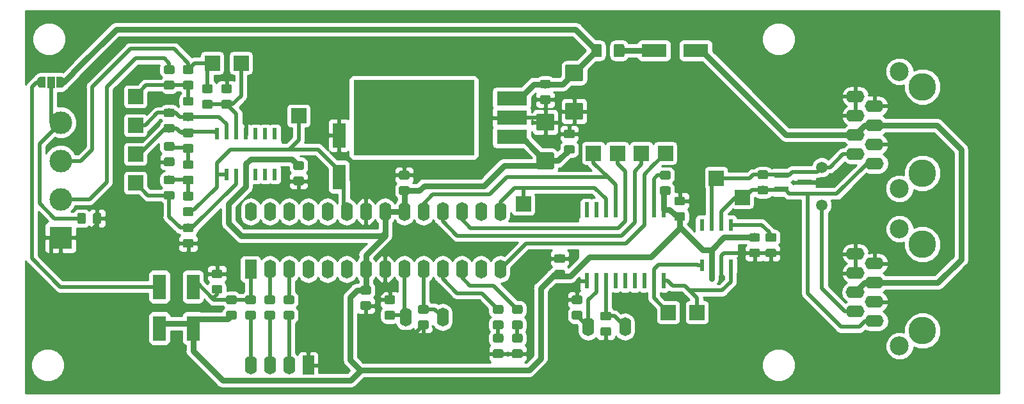
<source format=gbr>
G04 #@! TF.GenerationSoftware,KiCad,Pcbnew,5.0.1*
G04 #@! TF.CreationDate,2018-11-12T16:00:49-02:00*
G04 #@! TF.ProjectId,basicsensormodule,626173696373656E736F726D6F64756C,rev?*
G04 #@! TF.SameCoordinates,Original*
G04 #@! TF.FileFunction,Copper,L2,Bot,Signal*
G04 #@! TF.FilePolarity,Positive*
%FSLAX46Y46*%
G04 Gerber Fmt 4.6, Leading zero omitted, Abs format (unit mm)*
G04 Created by KiCad (PCBNEW 5.0.1) date Mon 12 Nov 2018 04:00:49 PM -02*
%MOMM*%
%LPD*%
G01*
G04 APERTURE LIST*
G04 #@! TA.AperFunction,Conductor*
%ADD10C,0.100000*%
G04 #@! TD*
G04 #@! TA.AperFunction,SMDPad,CuDef*
%ADD11C,2.250000*%
G04 #@! TD*
G04 #@! TA.AperFunction,SMDPad,CuDef*
%ADD12R,4.000000X1.905000*%
G04 #@! TD*
G04 #@! TA.AperFunction,SMDPad,CuDef*
%ADD13R,16.000000X10.000000*%
G04 #@! TD*
G04 #@! TA.AperFunction,SMDPad,CuDef*
%ADD14R,1.900000X0.800000*%
G04 #@! TD*
G04 #@! TA.AperFunction,ComponentPad*
%ADD15C,3.000000*%
G04 #@! TD*
G04 #@! TA.AperFunction,ComponentPad*
%ADD16R,3.000000X3.000000*%
G04 #@! TD*
G04 #@! TA.AperFunction,SMDPad,CuDef*
%ADD17R,2.000000X2.000000*%
G04 #@! TD*
G04 #@! TA.AperFunction,SMDPad,CuDef*
%ADD18R,1.000000X1.500000*%
G04 #@! TD*
G04 #@! TA.AperFunction,SMDPad,CuDef*
%ADD19C,0.500000*%
G04 #@! TD*
G04 #@! TA.AperFunction,ComponentPad*
%ADD20O,1.600000X2.500000*%
G04 #@! TD*
G04 #@! TA.AperFunction,ComponentPad*
%ADD21R,1.600000X2.500000*%
G04 #@! TD*
G04 #@! TA.AperFunction,SMDPad,CuDef*
%ADD22C,1.425000*%
G04 #@! TD*
G04 #@! TA.AperFunction,WasherPad*
%ADD23C,3.650000*%
G04 #@! TD*
G04 #@! TA.AperFunction,ComponentPad*
%ADD24O,2.500000X1.600000*%
G04 #@! TD*
G04 #@! TA.AperFunction,ComponentPad*
%ADD25C,2.500000*%
G04 #@! TD*
G04 #@! TA.AperFunction,SMDPad,CuDef*
%ADD26C,1.150000*%
G04 #@! TD*
G04 #@! TA.AperFunction,SMDPad,CuDef*
%ADD27R,1.700000X3.300000*%
G04 #@! TD*
G04 #@! TA.AperFunction,SMDPad,CuDef*
%ADD28R,3.300000X1.700000*%
G04 #@! TD*
G04 #@! TA.AperFunction,SMDPad,CuDef*
%ADD29R,0.600000X1.500000*%
G04 #@! TD*
G04 #@! TA.AperFunction,SMDPad,CuDef*
%ADD30R,0.600000X2.000000*%
G04 #@! TD*
G04 #@! TA.AperFunction,SMDPad,CuDef*
%ADD31R,0.600000X1.550000*%
G04 #@! TD*
G04 #@! TA.AperFunction,ViaPad*
%ADD32C,1.500000*%
G04 #@! TD*
G04 #@! TA.AperFunction,Conductor*
%ADD33C,0.250000*%
G04 #@! TD*
G04 #@! TA.AperFunction,Conductor*
%ADD34C,0.508000*%
G04 #@! TD*
G04 #@! TA.AperFunction,Conductor*
%ADD35C,0.762000*%
G04 #@! TD*
G04 #@! TA.AperFunction,Conductor*
%ADD36C,0.254000*%
G04 #@! TD*
G04 APERTURE END LIST*
D10*
G04 #@! TO.N,GND*
G04 #@! TO.C,C501*
G36*
X153984505Y-85661204D02*
X154008773Y-85664804D01*
X154032572Y-85670765D01*
X154055671Y-85679030D01*
X154077850Y-85689520D01*
X154098893Y-85702132D01*
X154118599Y-85716747D01*
X154136777Y-85733223D01*
X154153253Y-85751401D01*
X154167868Y-85771107D01*
X154180480Y-85792150D01*
X154190970Y-85814329D01*
X154199235Y-85837428D01*
X154205196Y-85861227D01*
X154208796Y-85885495D01*
X154210000Y-85909999D01*
X154210000Y-87660001D01*
X154208796Y-87684505D01*
X154205196Y-87708773D01*
X154199235Y-87732572D01*
X154190970Y-87755671D01*
X154180480Y-87777850D01*
X154167868Y-87798893D01*
X154153253Y-87818599D01*
X154136777Y-87836777D01*
X154118599Y-87853253D01*
X154098893Y-87867868D01*
X154077850Y-87880480D01*
X154055671Y-87890970D01*
X154032572Y-87899235D01*
X154008773Y-87905196D01*
X153984505Y-87908796D01*
X153960001Y-87910000D01*
X152109999Y-87910000D01*
X152085495Y-87908796D01*
X152061227Y-87905196D01*
X152037428Y-87899235D01*
X152014329Y-87890970D01*
X151992150Y-87880480D01*
X151971107Y-87867868D01*
X151951401Y-87853253D01*
X151933223Y-87836777D01*
X151916747Y-87818599D01*
X151902132Y-87798893D01*
X151889520Y-87777850D01*
X151879030Y-87755671D01*
X151870765Y-87732572D01*
X151864804Y-87708773D01*
X151861204Y-87684505D01*
X151860000Y-87660001D01*
X151860000Y-85909999D01*
X151861204Y-85885495D01*
X151864804Y-85861227D01*
X151870765Y-85837428D01*
X151879030Y-85814329D01*
X151889520Y-85792150D01*
X151902132Y-85771107D01*
X151916747Y-85751401D01*
X151933223Y-85733223D01*
X151951401Y-85716747D01*
X151971107Y-85702132D01*
X151992150Y-85689520D01*
X152014329Y-85679030D01*
X152037428Y-85670765D01*
X152061227Y-85664804D01*
X152085495Y-85661204D01*
X152109999Y-85660000D01*
X153960001Y-85660000D01*
X153984505Y-85661204D01*
X153984505Y-85661204D01*
G37*
D11*
G04 #@! TD*
G04 #@! TO.P,C501,2*
G04 #@! TO.N,GND*
X153035000Y-86785000D03*
D10*
G04 #@! TO.N,/POWER SUPPLY/+18V_OUT*
G04 #@! TO.C,C501*
G36*
X153984505Y-80561204D02*
X154008773Y-80564804D01*
X154032572Y-80570765D01*
X154055671Y-80579030D01*
X154077850Y-80589520D01*
X154098893Y-80602132D01*
X154118599Y-80616747D01*
X154136777Y-80633223D01*
X154153253Y-80651401D01*
X154167868Y-80671107D01*
X154180480Y-80692150D01*
X154190970Y-80714329D01*
X154199235Y-80737428D01*
X154205196Y-80761227D01*
X154208796Y-80785495D01*
X154210000Y-80809999D01*
X154210000Y-82560001D01*
X154208796Y-82584505D01*
X154205196Y-82608773D01*
X154199235Y-82632572D01*
X154190970Y-82655671D01*
X154180480Y-82677850D01*
X154167868Y-82698893D01*
X154153253Y-82718599D01*
X154136777Y-82736777D01*
X154118599Y-82753253D01*
X154098893Y-82767868D01*
X154077850Y-82780480D01*
X154055671Y-82790970D01*
X154032572Y-82799235D01*
X154008773Y-82805196D01*
X153984505Y-82808796D01*
X153960001Y-82810000D01*
X152109999Y-82810000D01*
X152085495Y-82808796D01*
X152061227Y-82805196D01*
X152037428Y-82799235D01*
X152014329Y-82790970D01*
X151992150Y-82780480D01*
X151971107Y-82767868D01*
X151951401Y-82753253D01*
X151933223Y-82736777D01*
X151916747Y-82718599D01*
X151902132Y-82698893D01*
X151889520Y-82677850D01*
X151879030Y-82655671D01*
X151870765Y-82632572D01*
X151864804Y-82608773D01*
X151861204Y-82584505D01*
X151860000Y-82560001D01*
X151860000Y-80809999D01*
X151861204Y-80785495D01*
X151864804Y-80761227D01*
X151870765Y-80737428D01*
X151879030Y-80714329D01*
X151889520Y-80692150D01*
X151902132Y-80671107D01*
X151916747Y-80651401D01*
X151933223Y-80633223D01*
X151951401Y-80616747D01*
X151971107Y-80602132D01*
X151992150Y-80589520D01*
X152014329Y-80579030D01*
X152037428Y-80570765D01*
X152061227Y-80564804D01*
X152085495Y-80561204D01*
X152109999Y-80560000D01*
X153960001Y-80560000D01*
X153984505Y-80561204D01*
X153984505Y-80561204D01*
G37*
D11*
G04 #@! TD*
G04 #@! TO.P,C501,1*
G04 #@! TO.N,/POWER SUPPLY/+18V_OUT*
X153035000Y-81685000D03*
D10*
G04 #@! TO.N,+5V*
G04 #@! TO.C,C504*
G36*
X150174505Y-92206204D02*
X150198773Y-92209804D01*
X150222572Y-92215765D01*
X150245671Y-92224030D01*
X150267850Y-92234520D01*
X150288893Y-92247132D01*
X150308599Y-92261747D01*
X150326777Y-92278223D01*
X150343253Y-92296401D01*
X150357868Y-92316107D01*
X150370480Y-92337150D01*
X150380970Y-92359329D01*
X150389235Y-92382428D01*
X150395196Y-92406227D01*
X150398796Y-92430495D01*
X150400000Y-92454999D01*
X150400000Y-94205001D01*
X150398796Y-94229505D01*
X150395196Y-94253773D01*
X150389235Y-94277572D01*
X150380970Y-94300671D01*
X150370480Y-94322850D01*
X150357868Y-94343893D01*
X150343253Y-94363599D01*
X150326777Y-94381777D01*
X150308599Y-94398253D01*
X150288893Y-94412868D01*
X150267850Y-94425480D01*
X150245671Y-94435970D01*
X150222572Y-94444235D01*
X150198773Y-94450196D01*
X150174505Y-94453796D01*
X150150001Y-94455000D01*
X148299999Y-94455000D01*
X148275495Y-94453796D01*
X148251227Y-94450196D01*
X148227428Y-94444235D01*
X148204329Y-94435970D01*
X148182150Y-94425480D01*
X148161107Y-94412868D01*
X148141401Y-94398253D01*
X148123223Y-94381777D01*
X148106747Y-94363599D01*
X148092132Y-94343893D01*
X148079520Y-94322850D01*
X148069030Y-94300671D01*
X148060765Y-94277572D01*
X148054804Y-94253773D01*
X148051204Y-94229505D01*
X148050000Y-94205001D01*
X148050000Y-92454999D01*
X148051204Y-92430495D01*
X148054804Y-92406227D01*
X148060765Y-92382428D01*
X148069030Y-92359329D01*
X148079520Y-92337150D01*
X148092132Y-92316107D01*
X148106747Y-92296401D01*
X148123223Y-92278223D01*
X148141401Y-92261747D01*
X148161107Y-92247132D01*
X148182150Y-92234520D01*
X148204329Y-92224030D01*
X148227428Y-92215765D01*
X148251227Y-92209804D01*
X148275495Y-92206204D01*
X148299999Y-92205000D01*
X150150001Y-92205000D01*
X150174505Y-92206204D01*
X150174505Y-92206204D01*
G37*
D11*
G04 #@! TD*
G04 #@! TO.P,C504,1*
G04 #@! TO.N,+5V*
X149225000Y-93330000D03*
D10*
G04 #@! TO.N,GND*
G04 #@! TO.C,C504*
G36*
X150174505Y-87106204D02*
X150198773Y-87109804D01*
X150222572Y-87115765D01*
X150245671Y-87124030D01*
X150267850Y-87134520D01*
X150288893Y-87147132D01*
X150308599Y-87161747D01*
X150326777Y-87178223D01*
X150343253Y-87196401D01*
X150357868Y-87216107D01*
X150370480Y-87237150D01*
X150380970Y-87259329D01*
X150389235Y-87282428D01*
X150395196Y-87306227D01*
X150398796Y-87330495D01*
X150400000Y-87354999D01*
X150400000Y-89105001D01*
X150398796Y-89129505D01*
X150395196Y-89153773D01*
X150389235Y-89177572D01*
X150380970Y-89200671D01*
X150370480Y-89222850D01*
X150357868Y-89243893D01*
X150343253Y-89263599D01*
X150326777Y-89281777D01*
X150308599Y-89298253D01*
X150288893Y-89312868D01*
X150267850Y-89325480D01*
X150245671Y-89335970D01*
X150222572Y-89344235D01*
X150198773Y-89350196D01*
X150174505Y-89353796D01*
X150150001Y-89355000D01*
X148299999Y-89355000D01*
X148275495Y-89353796D01*
X148251227Y-89350196D01*
X148227428Y-89344235D01*
X148204329Y-89335970D01*
X148182150Y-89325480D01*
X148161107Y-89312868D01*
X148141401Y-89298253D01*
X148123223Y-89281777D01*
X148106747Y-89263599D01*
X148092132Y-89243893D01*
X148079520Y-89222850D01*
X148069030Y-89200671D01*
X148060765Y-89177572D01*
X148054804Y-89153773D01*
X148051204Y-89129505D01*
X148050000Y-89105001D01*
X148050000Y-87354999D01*
X148051204Y-87330495D01*
X148054804Y-87306227D01*
X148060765Y-87282428D01*
X148069030Y-87259329D01*
X148079520Y-87237150D01*
X148092132Y-87216107D01*
X148106747Y-87196401D01*
X148123223Y-87178223D01*
X148141401Y-87161747D01*
X148161107Y-87147132D01*
X148182150Y-87134520D01*
X148204329Y-87124030D01*
X148227428Y-87115765D01*
X148251227Y-87109804D01*
X148275495Y-87106204D01*
X148299999Y-87105000D01*
X150150001Y-87105000D01*
X150174505Y-87106204D01*
X150174505Y-87106204D01*
G37*
D11*
G04 #@! TD*
G04 #@! TO.P,C504,2*
G04 #@! TO.N,GND*
X149225000Y-88230000D03*
D12*
G04 #@! TO.P,U501,3*
G04 #@! TO.N,+5V*
X144780000Y-90170000D03*
G04 #@! TO.P,U501,2*
G04 #@! TO.N,GND*
X144780000Y-87630000D03*
G04 #@! TO.P,U501,1*
G04 #@! TO.N,/POWER SUPPLY/+18V_OUT*
X144780000Y-85090000D03*
D13*
G04 #@! TO.P,U501,*
G04 #@! TO.N,*
X131826000Y-87630000D03*
G04 #@! TD*
D14*
G04 #@! TO.P,D201,1*
G04 #@! TO.N,/CANBUS CONN/CAN_H*
X180500000Y-97150000D03*
G04 #@! TO.P,D201,2*
G04 #@! TO.N,/CANBUS CONN/CAN_L*
X180500000Y-95250000D03*
G04 #@! TO.P,D201,3*
G04 #@! TO.N,GND*
X183500000Y-96200000D03*
G04 #@! TD*
D15*
G04 #@! TO.P,J102,2*
G04 #@! TO.N,/OPAMP/in1-*
X85090000Y-98425000D03*
G04 #@! TO.P,J102,3*
G04 #@! TO.N,/OPAMP/in1+*
X85090000Y-93345000D03*
D16*
G04 #@! TO.P,J102,1*
G04 #@! TO.N,GND*
X85090000Y-103505000D03*
D15*
G04 #@! TO.P,J102,4*
G04 #@! TO.N,Net-(C102-Pad1)*
X85090000Y-88265000D03*
G04 #@! TD*
D17*
G04 #@! TO.P,TP301,1*
G04 #@! TO.N,Net-(R301-Pad2)*
X94996000Y-88646000D03*
G04 #@! TD*
G04 #@! TO.P,TP302,1*
G04 #@! TO.N,Net-(R301-Pad1)*
X94996000Y-92456000D03*
G04 #@! TD*
D18*
G04 #@! TO.P,JP101,2*
G04 #@! TO.N,Net-(C102-Pad1)*
X83820000Y-82931000D03*
D19*
G04 #@! TO.P,JP101,3*
G04 #@! TO.N,/POWER SUPPLY/+18V_OUT*
X85120000Y-82931000D03*
D10*
G04 #@! TD*
G04 #@! TO.N,/POWER SUPPLY/+18V_OUT*
G04 #@! TO.C,JP101*
G36*
X85120000Y-82181602D02*
X85144534Y-82181602D01*
X85193365Y-82186412D01*
X85241490Y-82195984D01*
X85288445Y-82210228D01*
X85333778Y-82229005D01*
X85377051Y-82252136D01*
X85417850Y-82279396D01*
X85455779Y-82310524D01*
X85490476Y-82345221D01*
X85521604Y-82383150D01*
X85548864Y-82423949D01*
X85571995Y-82467222D01*
X85590772Y-82512555D01*
X85605016Y-82559510D01*
X85614588Y-82607635D01*
X85619398Y-82656466D01*
X85619398Y-82681000D01*
X85620000Y-82681000D01*
X85620000Y-83181000D01*
X85619398Y-83181000D01*
X85619398Y-83205534D01*
X85614588Y-83254365D01*
X85605016Y-83302490D01*
X85590772Y-83349445D01*
X85571995Y-83394778D01*
X85548864Y-83438051D01*
X85521604Y-83478850D01*
X85490476Y-83516779D01*
X85455779Y-83551476D01*
X85417850Y-83582604D01*
X85377051Y-83609864D01*
X85333778Y-83632995D01*
X85288445Y-83651772D01*
X85241490Y-83666016D01*
X85193365Y-83675588D01*
X85144534Y-83680398D01*
X85120000Y-83680398D01*
X85120000Y-83681000D01*
X84570000Y-83681000D01*
X84570000Y-82181000D01*
X85120000Y-82181000D01*
X85120000Y-82181602D01*
X85120000Y-82181602D01*
G37*
D19*
G04 #@! TO.P,JP101,1*
G04 #@! TO.N,Net-(D101-Pad1)*
X82520000Y-82931000D03*
D10*
G04 #@! TD*
G04 #@! TO.N,Net-(D101-Pad1)*
G04 #@! TO.C,JP101*
G36*
X83070000Y-83681000D02*
X82520000Y-83681000D01*
X82520000Y-83680398D01*
X82495466Y-83680398D01*
X82446635Y-83675588D01*
X82398510Y-83666016D01*
X82351555Y-83651772D01*
X82306222Y-83632995D01*
X82262949Y-83609864D01*
X82222150Y-83582604D01*
X82184221Y-83551476D01*
X82149524Y-83516779D01*
X82118396Y-83478850D01*
X82091136Y-83438051D01*
X82068005Y-83394778D01*
X82049228Y-83349445D01*
X82034984Y-83302490D01*
X82025412Y-83254365D01*
X82020602Y-83205534D01*
X82020602Y-83181000D01*
X82020000Y-83181000D01*
X82020000Y-82681000D01*
X82020602Y-82681000D01*
X82020602Y-82656466D01*
X82025412Y-82607635D01*
X82034984Y-82559510D01*
X82049228Y-82512555D01*
X82068005Y-82467222D01*
X82091136Y-82423949D01*
X82118396Y-82383150D01*
X82149524Y-82345221D01*
X82184221Y-82310524D01*
X82222150Y-82279396D01*
X82262949Y-82252136D01*
X82306222Y-82229005D01*
X82351555Y-82210228D01*
X82398510Y-82195984D01*
X82446635Y-82186412D01*
X82495466Y-82181602D01*
X82520000Y-82181602D01*
X82520000Y-82181000D01*
X83070000Y-82181000D01*
X83070000Y-83681000D01*
X83070000Y-83681000D01*
G37*
D20*
G04 #@! TO.P,U401,28*
G04 #@! TO.N,Net-(U401-Pad28)*
X110236000Y-100076000D03*
G04 #@! TO.P,U401,14*
G04 #@! TO.N,/CANBUS/CS*
X143256000Y-107696000D03*
G04 #@! TO.P,U401,27*
G04 #@! TO.N,Net-(U401-Pad27)*
X112776000Y-100076000D03*
G04 #@! TO.P,U401,13*
G04 #@! TO.N,Net-(U401-Pad13)*
X140716000Y-107696000D03*
G04 #@! TO.P,U401,26*
G04 #@! TO.N,Net-(U401-Pad26)*
X115316000Y-100076000D03*
G04 #@! TO.P,U401,12*
G04 #@! TO.N,/MCU/LED2*
X138176000Y-107696000D03*
G04 #@! TO.P,U401,25*
G04 #@! TO.N,Net-(U401-Pad25)*
X117856000Y-100076000D03*
G04 #@! TO.P,U401,11*
G04 #@! TO.N,/MCU/LED1*
X135636000Y-107696000D03*
G04 #@! TO.P,U401,24*
G04 #@! TO.N,Net-(U401-Pad24)*
X120396000Y-100076000D03*
G04 #@! TO.P,U401,10*
G04 #@! TO.N,Net-(C403-Pad1)*
X133096000Y-107696000D03*
G04 #@! TO.P,U401,23*
G04 #@! TO.N,/MCU/analog1*
X122936000Y-100076000D03*
G04 #@! TO.P,U401,9*
G04 #@! TO.N,Net-(C404-Pad1)*
X130556000Y-107696000D03*
G04 #@! TO.P,U401,22*
G04 #@! TO.N,GND*
X125476000Y-100076000D03*
G04 #@! TO.P,U401,8*
X128016000Y-107696000D03*
G04 #@! TO.P,U401,21*
G04 #@! TO.N,+5V*
X128016000Y-100076000D03*
G04 #@! TO.P,U401,7*
X125476000Y-107696000D03*
G04 #@! TO.P,U401,20*
X130556000Y-100076000D03*
G04 #@! TO.P,U401,6*
G04 #@! TO.N,Net-(U401-Pad6)*
X122936000Y-107696000D03*
G04 #@! TO.P,U401,19*
G04 #@! TO.N,/SCK*
X133096000Y-100076000D03*
G04 #@! TO.P,U401,5*
G04 #@! TO.N,Net-(U401-Pad5)*
X120396000Y-107696000D03*
G04 #@! TO.P,U401,18*
G04 #@! TO.N,/MISO*
X135636000Y-100076000D03*
G04 #@! TO.P,U401,4*
G04 #@! TO.N,Net-(U401-Pad4)*
X117856000Y-107696000D03*
G04 #@! TO.P,U401,17*
G04 #@! TO.N,/MOSI*
X138176000Y-100076000D03*
G04 #@! TO.P,U401,3*
G04 #@! TO.N,/MCU/USART_TX*
X115316000Y-107696000D03*
G04 #@! TO.P,U401,16*
G04 #@! TO.N,Net-(U401-Pad16)*
X140716000Y-100076000D03*
G04 #@! TO.P,U401,2*
G04 #@! TO.N,/MCU/USART_RX*
X112776000Y-107696000D03*
G04 #@! TO.P,U401,15*
G04 #@! TO.N,/CANBUS/INT*
X143256000Y-100076000D03*
D21*
G04 #@! TO.P,U401,1*
G04 #@! TO.N,/MCU/RESET*
X110236000Y-107696000D03*
G04 #@! TD*
D10*
G04 #@! TO.N,/POWER SUPPLY/+18V_OUT*
G04 #@! TO.C,F501*
G36*
X156479504Y-77866204D02*
X156503773Y-77869804D01*
X156527571Y-77875765D01*
X156550671Y-77884030D01*
X156572849Y-77894520D01*
X156593893Y-77907133D01*
X156613598Y-77921747D01*
X156631777Y-77938223D01*
X156648253Y-77956402D01*
X156662867Y-77976107D01*
X156675480Y-77997151D01*
X156685970Y-78019329D01*
X156694235Y-78042429D01*
X156700196Y-78066227D01*
X156703796Y-78090496D01*
X156705000Y-78115000D01*
X156705000Y-79365000D01*
X156703796Y-79389504D01*
X156700196Y-79413773D01*
X156694235Y-79437571D01*
X156685970Y-79460671D01*
X156675480Y-79482849D01*
X156662867Y-79503893D01*
X156648253Y-79523598D01*
X156631777Y-79541777D01*
X156613598Y-79558253D01*
X156593893Y-79572867D01*
X156572849Y-79585480D01*
X156550671Y-79595970D01*
X156527571Y-79604235D01*
X156503773Y-79610196D01*
X156479504Y-79613796D01*
X156455000Y-79615000D01*
X155530000Y-79615000D01*
X155505496Y-79613796D01*
X155481227Y-79610196D01*
X155457429Y-79604235D01*
X155434329Y-79595970D01*
X155412151Y-79585480D01*
X155391107Y-79572867D01*
X155371402Y-79558253D01*
X155353223Y-79541777D01*
X155336747Y-79523598D01*
X155322133Y-79503893D01*
X155309520Y-79482849D01*
X155299030Y-79460671D01*
X155290765Y-79437571D01*
X155284804Y-79413773D01*
X155281204Y-79389504D01*
X155280000Y-79365000D01*
X155280000Y-78115000D01*
X155281204Y-78090496D01*
X155284804Y-78066227D01*
X155290765Y-78042429D01*
X155299030Y-78019329D01*
X155309520Y-77997151D01*
X155322133Y-77976107D01*
X155336747Y-77956402D01*
X155353223Y-77938223D01*
X155371402Y-77921747D01*
X155391107Y-77907133D01*
X155412151Y-77894520D01*
X155434329Y-77884030D01*
X155457429Y-77875765D01*
X155481227Y-77869804D01*
X155505496Y-77866204D01*
X155530000Y-77865000D01*
X156455000Y-77865000D01*
X156479504Y-77866204D01*
X156479504Y-77866204D01*
G37*
D22*
G04 #@! TD*
G04 #@! TO.P,F501,2*
G04 #@! TO.N,/POWER SUPPLY/+18V_OUT*
X155992500Y-78740000D03*
D10*
G04 #@! TO.N,Net-(D501-Pad1)*
G04 #@! TO.C,F501*
G36*
X159454504Y-77866204D02*
X159478773Y-77869804D01*
X159502571Y-77875765D01*
X159525671Y-77884030D01*
X159547849Y-77894520D01*
X159568893Y-77907133D01*
X159588598Y-77921747D01*
X159606777Y-77938223D01*
X159623253Y-77956402D01*
X159637867Y-77976107D01*
X159650480Y-77997151D01*
X159660970Y-78019329D01*
X159669235Y-78042429D01*
X159675196Y-78066227D01*
X159678796Y-78090496D01*
X159680000Y-78115000D01*
X159680000Y-79365000D01*
X159678796Y-79389504D01*
X159675196Y-79413773D01*
X159669235Y-79437571D01*
X159660970Y-79460671D01*
X159650480Y-79482849D01*
X159637867Y-79503893D01*
X159623253Y-79523598D01*
X159606777Y-79541777D01*
X159588598Y-79558253D01*
X159568893Y-79572867D01*
X159547849Y-79585480D01*
X159525671Y-79595970D01*
X159502571Y-79604235D01*
X159478773Y-79610196D01*
X159454504Y-79613796D01*
X159430000Y-79615000D01*
X158505000Y-79615000D01*
X158480496Y-79613796D01*
X158456227Y-79610196D01*
X158432429Y-79604235D01*
X158409329Y-79595970D01*
X158387151Y-79585480D01*
X158366107Y-79572867D01*
X158346402Y-79558253D01*
X158328223Y-79541777D01*
X158311747Y-79523598D01*
X158297133Y-79503893D01*
X158284520Y-79482849D01*
X158274030Y-79460671D01*
X158265765Y-79437571D01*
X158259804Y-79413773D01*
X158256204Y-79389504D01*
X158255000Y-79365000D01*
X158255000Y-78115000D01*
X158256204Y-78090496D01*
X158259804Y-78066227D01*
X158265765Y-78042429D01*
X158274030Y-78019329D01*
X158284520Y-77997151D01*
X158297133Y-77976107D01*
X158311747Y-77956402D01*
X158328223Y-77938223D01*
X158346402Y-77921747D01*
X158366107Y-77907133D01*
X158387151Y-77894520D01*
X158409329Y-77884030D01*
X158432429Y-77875765D01*
X158456227Y-77869804D01*
X158480496Y-77866204D01*
X158505000Y-77865000D01*
X159430000Y-77865000D01*
X159454504Y-77866204D01*
X159454504Y-77866204D01*
G37*
D22*
G04 #@! TD*
G04 #@! TO.P,F501,1*
G04 #@! TO.N,Net-(D501-Pad1)*
X158967500Y-78740000D03*
D23*
G04 #@! TO.P,J601,*
G04 #@! TO.N,*
X199124000Y-83551000D03*
X199124000Y-94981000D03*
D24*
G04 #@! TO.P,J601,1*
G04 #@! TO.N,/CANBUS CONN/CAN_H*
X192774000Y-93711000D03*
G04 #@! TO.P,J601,2*
G04 #@! TO.N,/CANBUS CONN/CAN_L*
X190234000Y-92441000D03*
G04 #@! TO.P,J601,3*
G04 #@! TO.N,GND*
X192774000Y-91171000D03*
G04 #@! TO.P,J601,4*
G04 #@! TO.N,/POWER SUPPLY/+18V_IN*
X190234000Y-89901000D03*
G04 #@! TO.P,J601,5*
X192774000Y-88631000D03*
G04 #@! TO.P,J601,6*
G04 #@! TO.N,GND*
X190234000Y-87361000D03*
G04 #@! TO.P,J601,7*
X192774000Y-86091000D03*
G04 #@! TO.P,J601,8*
X190234000Y-84821000D03*
D25*
G04 #@! TO.P,J601,9*
G04 #@! TO.N,N/C*
X196074000Y-97016000D03*
X196074000Y-81516000D03*
G04 #@! TD*
D23*
G04 #@! TO.P,J602,*
G04 #@! TO.N,*
X199128000Y-104406000D03*
X199128000Y-115836000D03*
D24*
G04 #@! TO.P,J602,1*
G04 #@! TO.N,/CANBUS CONN/CAN_H*
X192778000Y-114566000D03*
G04 #@! TO.P,J602,2*
G04 #@! TO.N,/CANBUS CONN/CAN_L*
X190238000Y-113296000D03*
G04 #@! TO.P,J602,3*
G04 #@! TO.N,GND*
X192778000Y-112026000D03*
G04 #@! TO.P,J602,4*
G04 #@! TO.N,/POWER SUPPLY/+18V_IN*
X190238000Y-110756000D03*
G04 #@! TO.P,J602,5*
X192778000Y-109486000D03*
G04 #@! TO.P,J602,6*
G04 #@! TO.N,GND*
X190238000Y-108216000D03*
G04 #@! TO.P,J602,7*
X192778000Y-106946000D03*
G04 #@! TO.P,J602,8*
X190238000Y-105676000D03*
D25*
G04 #@! TO.P,J602,9*
G04 #@! TO.N,N/C*
X196078000Y-117871000D03*
X196078000Y-102371000D03*
G04 #@! TD*
D10*
G04 #@! TO.N,GND*
G04 #@! TO.C,C102*
G36*
X90274505Y-100266204D02*
X90298773Y-100269804D01*
X90322572Y-100275765D01*
X90345671Y-100284030D01*
X90367850Y-100294520D01*
X90388893Y-100307132D01*
X90408599Y-100321747D01*
X90426777Y-100338223D01*
X90443253Y-100356401D01*
X90457868Y-100376107D01*
X90470480Y-100397150D01*
X90480970Y-100419329D01*
X90489235Y-100442428D01*
X90495196Y-100466227D01*
X90498796Y-100490495D01*
X90500000Y-100514999D01*
X90500000Y-101415001D01*
X90498796Y-101439505D01*
X90495196Y-101463773D01*
X90489235Y-101487572D01*
X90480970Y-101510671D01*
X90470480Y-101532850D01*
X90457868Y-101553893D01*
X90443253Y-101573599D01*
X90426777Y-101591777D01*
X90408599Y-101608253D01*
X90388893Y-101622868D01*
X90367850Y-101635480D01*
X90345671Y-101645970D01*
X90322572Y-101654235D01*
X90298773Y-101660196D01*
X90274505Y-101663796D01*
X90250001Y-101665000D01*
X89599999Y-101665000D01*
X89575495Y-101663796D01*
X89551227Y-101660196D01*
X89527428Y-101654235D01*
X89504329Y-101645970D01*
X89482150Y-101635480D01*
X89461107Y-101622868D01*
X89441401Y-101608253D01*
X89423223Y-101591777D01*
X89406747Y-101573599D01*
X89392132Y-101553893D01*
X89379520Y-101532850D01*
X89369030Y-101510671D01*
X89360765Y-101487572D01*
X89354804Y-101463773D01*
X89351204Y-101439505D01*
X89350000Y-101415001D01*
X89350000Y-100514999D01*
X89351204Y-100490495D01*
X89354804Y-100466227D01*
X89360765Y-100442428D01*
X89369030Y-100419329D01*
X89379520Y-100397150D01*
X89392132Y-100376107D01*
X89406747Y-100356401D01*
X89423223Y-100338223D01*
X89441401Y-100321747D01*
X89461107Y-100307132D01*
X89482150Y-100294520D01*
X89504329Y-100284030D01*
X89527428Y-100275765D01*
X89551227Y-100269804D01*
X89575495Y-100266204D01*
X89599999Y-100265000D01*
X90250001Y-100265000D01*
X90274505Y-100266204D01*
X90274505Y-100266204D01*
G37*
D26*
G04 #@! TD*
G04 #@! TO.P,C102,2*
G04 #@! TO.N,GND*
X89925000Y-100965000D03*
D10*
G04 #@! TO.N,Net-(C102-Pad1)*
G04 #@! TO.C,C102*
G36*
X88224505Y-100266204D02*
X88248773Y-100269804D01*
X88272572Y-100275765D01*
X88295671Y-100284030D01*
X88317850Y-100294520D01*
X88338893Y-100307132D01*
X88358599Y-100321747D01*
X88376777Y-100338223D01*
X88393253Y-100356401D01*
X88407868Y-100376107D01*
X88420480Y-100397150D01*
X88430970Y-100419329D01*
X88439235Y-100442428D01*
X88445196Y-100466227D01*
X88448796Y-100490495D01*
X88450000Y-100514999D01*
X88450000Y-101415001D01*
X88448796Y-101439505D01*
X88445196Y-101463773D01*
X88439235Y-101487572D01*
X88430970Y-101510671D01*
X88420480Y-101532850D01*
X88407868Y-101553893D01*
X88393253Y-101573599D01*
X88376777Y-101591777D01*
X88358599Y-101608253D01*
X88338893Y-101622868D01*
X88317850Y-101635480D01*
X88295671Y-101645970D01*
X88272572Y-101654235D01*
X88248773Y-101660196D01*
X88224505Y-101663796D01*
X88200001Y-101665000D01*
X87549999Y-101665000D01*
X87525495Y-101663796D01*
X87501227Y-101660196D01*
X87477428Y-101654235D01*
X87454329Y-101645970D01*
X87432150Y-101635480D01*
X87411107Y-101622868D01*
X87391401Y-101608253D01*
X87373223Y-101591777D01*
X87356747Y-101573599D01*
X87342132Y-101553893D01*
X87329520Y-101532850D01*
X87319030Y-101510671D01*
X87310765Y-101487572D01*
X87304804Y-101463773D01*
X87301204Y-101439505D01*
X87300000Y-101415001D01*
X87300000Y-100514999D01*
X87301204Y-100490495D01*
X87304804Y-100466227D01*
X87310765Y-100442428D01*
X87319030Y-100419329D01*
X87329520Y-100397150D01*
X87342132Y-100376107D01*
X87356747Y-100356401D01*
X87373223Y-100338223D01*
X87391401Y-100321747D01*
X87411107Y-100307132D01*
X87432150Y-100294520D01*
X87454329Y-100284030D01*
X87477428Y-100275765D01*
X87501227Y-100269804D01*
X87525495Y-100266204D01*
X87549999Y-100265000D01*
X88200001Y-100265000D01*
X88224505Y-100266204D01*
X88224505Y-100266204D01*
G37*
D26*
G04 #@! TD*
G04 #@! TO.P,C102,1*
G04 #@! TO.N,Net-(C102-Pad1)*
X87875000Y-100965000D03*
D10*
G04 #@! TO.N,GND*
G04 #@! TO.C,C201*
G36*
X151604505Y-105716204D02*
X151628773Y-105719804D01*
X151652572Y-105725765D01*
X151675671Y-105734030D01*
X151697850Y-105744520D01*
X151718893Y-105757132D01*
X151738599Y-105771747D01*
X151756777Y-105788223D01*
X151773253Y-105806401D01*
X151787868Y-105826107D01*
X151800480Y-105847150D01*
X151810970Y-105869329D01*
X151819235Y-105892428D01*
X151825196Y-105916227D01*
X151828796Y-105940495D01*
X151830000Y-105964999D01*
X151830000Y-106615001D01*
X151828796Y-106639505D01*
X151825196Y-106663773D01*
X151819235Y-106687572D01*
X151810970Y-106710671D01*
X151800480Y-106732850D01*
X151787868Y-106753893D01*
X151773253Y-106773599D01*
X151756777Y-106791777D01*
X151738599Y-106808253D01*
X151718893Y-106822868D01*
X151697850Y-106835480D01*
X151675671Y-106845970D01*
X151652572Y-106854235D01*
X151628773Y-106860196D01*
X151604505Y-106863796D01*
X151580001Y-106865000D01*
X150679999Y-106865000D01*
X150655495Y-106863796D01*
X150631227Y-106860196D01*
X150607428Y-106854235D01*
X150584329Y-106845970D01*
X150562150Y-106835480D01*
X150541107Y-106822868D01*
X150521401Y-106808253D01*
X150503223Y-106791777D01*
X150486747Y-106773599D01*
X150472132Y-106753893D01*
X150459520Y-106732850D01*
X150449030Y-106710671D01*
X150440765Y-106687572D01*
X150434804Y-106663773D01*
X150431204Y-106639505D01*
X150430000Y-106615001D01*
X150430000Y-105964999D01*
X150431204Y-105940495D01*
X150434804Y-105916227D01*
X150440765Y-105892428D01*
X150449030Y-105869329D01*
X150459520Y-105847150D01*
X150472132Y-105826107D01*
X150486747Y-105806401D01*
X150503223Y-105788223D01*
X150521401Y-105771747D01*
X150541107Y-105757132D01*
X150562150Y-105744520D01*
X150584329Y-105734030D01*
X150607428Y-105725765D01*
X150631227Y-105719804D01*
X150655495Y-105716204D01*
X150679999Y-105715000D01*
X151580001Y-105715000D01*
X151604505Y-105716204D01*
X151604505Y-105716204D01*
G37*
D26*
G04 #@! TD*
G04 #@! TO.P,C201,2*
G04 #@! TO.N,GND*
X151130000Y-106290000D03*
D10*
G04 #@! TO.N,+5V*
G04 #@! TO.C,C201*
G36*
X151604505Y-107766204D02*
X151628773Y-107769804D01*
X151652572Y-107775765D01*
X151675671Y-107784030D01*
X151697850Y-107794520D01*
X151718893Y-107807132D01*
X151738599Y-107821747D01*
X151756777Y-107838223D01*
X151773253Y-107856401D01*
X151787868Y-107876107D01*
X151800480Y-107897150D01*
X151810970Y-107919329D01*
X151819235Y-107942428D01*
X151825196Y-107966227D01*
X151828796Y-107990495D01*
X151830000Y-108014999D01*
X151830000Y-108665001D01*
X151828796Y-108689505D01*
X151825196Y-108713773D01*
X151819235Y-108737572D01*
X151810970Y-108760671D01*
X151800480Y-108782850D01*
X151787868Y-108803893D01*
X151773253Y-108823599D01*
X151756777Y-108841777D01*
X151738599Y-108858253D01*
X151718893Y-108872868D01*
X151697850Y-108885480D01*
X151675671Y-108895970D01*
X151652572Y-108904235D01*
X151628773Y-108910196D01*
X151604505Y-108913796D01*
X151580001Y-108915000D01*
X150679999Y-108915000D01*
X150655495Y-108913796D01*
X150631227Y-108910196D01*
X150607428Y-108904235D01*
X150584329Y-108895970D01*
X150562150Y-108885480D01*
X150541107Y-108872868D01*
X150521401Y-108858253D01*
X150503223Y-108841777D01*
X150486747Y-108823599D01*
X150472132Y-108803893D01*
X150459520Y-108782850D01*
X150449030Y-108760671D01*
X150440765Y-108737572D01*
X150434804Y-108713773D01*
X150431204Y-108689505D01*
X150430000Y-108665001D01*
X150430000Y-108014999D01*
X150431204Y-107990495D01*
X150434804Y-107966227D01*
X150440765Y-107942428D01*
X150449030Y-107919329D01*
X150459520Y-107897150D01*
X150472132Y-107876107D01*
X150486747Y-107856401D01*
X150503223Y-107838223D01*
X150521401Y-107821747D01*
X150541107Y-107807132D01*
X150562150Y-107794520D01*
X150584329Y-107784030D01*
X150607428Y-107775765D01*
X150631227Y-107769804D01*
X150655495Y-107766204D01*
X150679999Y-107765000D01*
X151580001Y-107765000D01*
X151604505Y-107766204D01*
X151604505Y-107766204D01*
G37*
D26*
G04 #@! TD*
G04 #@! TO.P,C201,1*
G04 #@! TO.N,+5V*
X151130000Y-108340000D03*
D10*
G04 #@! TO.N,GND*
G04 #@! TO.C,C202*
G36*
X167479505Y-98096204D02*
X167503773Y-98099804D01*
X167527572Y-98105765D01*
X167550671Y-98114030D01*
X167572850Y-98124520D01*
X167593893Y-98137132D01*
X167613599Y-98151747D01*
X167631777Y-98168223D01*
X167648253Y-98186401D01*
X167662868Y-98206107D01*
X167675480Y-98227150D01*
X167685970Y-98249329D01*
X167694235Y-98272428D01*
X167700196Y-98296227D01*
X167703796Y-98320495D01*
X167705000Y-98344999D01*
X167705000Y-98995001D01*
X167703796Y-99019505D01*
X167700196Y-99043773D01*
X167694235Y-99067572D01*
X167685970Y-99090671D01*
X167675480Y-99112850D01*
X167662868Y-99133893D01*
X167648253Y-99153599D01*
X167631777Y-99171777D01*
X167613599Y-99188253D01*
X167593893Y-99202868D01*
X167572850Y-99215480D01*
X167550671Y-99225970D01*
X167527572Y-99234235D01*
X167503773Y-99240196D01*
X167479505Y-99243796D01*
X167455001Y-99245000D01*
X166554999Y-99245000D01*
X166530495Y-99243796D01*
X166506227Y-99240196D01*
X166482428Y-99234235D01*
X166459329Y-99225970D01*
X166437150Y-99215480D01*
X166416107Y-99202868D01*
X166396401Y-99188253D01*
X166378223Y-99171777D01*
X166361747Y-99153599D01*
X166347132Y-99133893D01*
X166334520Y-99112850D01*
X166324030Y-99090671D01*
X166315765Y-99067572D01*
X166309804Y-99043773D01*
X166306204Y-99019505D01*
X166305000Y-98995001D01*
X166305000Y-98344999D01*
X166306204Y-98320495D01*
X166309804Y-98296227D01*
X166315765Y-98272428D01*
X166324030Y-98249329D01*
X166334520Y-98227150D01*
X166347132Y-98206107D01*
X166361747Y-98186401D01*
X166378223Y-98168223D01*
X166396401Y-98151747D01*
X166416107Y-98137132D01*
X166437150Y-98124520D01*
X166459329Y-98114030D01*
X166482428Y-98105765D01*
X166506227Y-98099804D01*
X166530495Y-98096204D01*
X166554999Y-98095000D01*
X167455001Y-98095000D01*
X167479505Y-98096204D01*
X167479505Y-98096204D01*
G37*
D26*
G04 #@! TD*
G04 #@! TO.P,C202,2*
G04 #@! TO.N,GND*
X167005000Y-98670000D03*
D10*
G04 #@! TO.N,+5V*
G04 #@! TO.C,C202*
G36*
X167479505Y-100146204D02*
X167503773Y-100149804D01*
X167527572Y-100155765D01*
X167550671Y-100164030D01*
X167572850Y-100174520D01*
X167593893Y-100187132D01*
X167613599Y-100201747D01*
X167631777Y-100218223D01*
X167648253Y-100236401D01*
X167662868Y-100256107D01*
X167675480Y-100277150D01*
X167685970Y-100299329D01*
X167694235Y-100322428D01*
X167700196Y-100346227D01*
X167703796Y-100370495D01*
X167705000Y-100394999D01*
X167705000Y-101045001D01*
X167703796Y-101069505D01*
X167700196Y-101093773D01*
X167694235Y-101117572D01*
X167685970Y-101140671D01*
X167675480Y-101162850D01*
X167662868Y-101183893D01*
X167648253Y-101203599D01*
X167631777Y-101221777D01*
X167613599Y-101238253D01*
X167593893Y-101252868D01*
X167572850Y-101265480D01*
X167550671Y-101275970D01*
X167527572Y-101284235D01*
X167503773Y-101290196D01*
X167479505Y-101293796D01*
X167455001Y-101295000D01*
X166554999Y-101295000D01*
X166530495Y-101293796D01*
X166506227Y-101290196D01*
X166482428Y-101284235D01*
X166459329Y-101275970D01*
X166437150Y-101265480D01*
X166416107Y-101252868D01*
X166396401Y-101238253D01*
X166378223Y-101221777D01*
X166361747Y-101203599D01*
X166347132Y-101183893D01*
X166334520Y-101162850D01*
X166324030Y-101140671D01*
X166315765Y-101117572D01*
X166309804Y-101093773D01*
X166306204Y-101069505D01*
X166305000Y-101045001D01*
X166305000Y-100394999D01*
X166306204Y-100370495D01*
X166309804Y-100346227D01*
X166315765Y-100322428D01*
X166324030Y-100299329D01*
X166334520Y-100277150D01*
X166347132Y-100256107D01*
X166361747Y-100236401D01*
X166378223Y-100218223D01*
X166396401Y-100201747D01*
X166416107Y-100187132D01*
X166437150Y-100174520D01*
X166459329Y-100164030D01*
X166482428Y-100155765D01*
X166506227Y-100149804D01*
X166530495Y-100146204D01*
X166554999Y-100145000D01*
X167455001Y-100145000D01*
X167479505Y-100146204D01*
X167479505Y-100146204D01*
G37*
D26*
G04 #@! TD*
G04 #@! TO.P,C202,1*
G04 #@! TO.N,+5V*
X167005000Y-100720000D03*
D10*
G04 #@! TO.N,GND*
G04 #@! TO.C,C203*
G36*
X157700505Y-115377204D02*
X157724773Y-115380804D01*
X157748572Y-115386765D01*
X157771671Y-115395030D01*
X157793850Y-115405520D01*
X157814893Y-115418132D01*
X157834599Y-115432747D01*
X157852777Y-115449223D01*
X157869253Y-115467401D01*
X157883868Y-115487107D01*
X157896480Y-115508150D01*
X157906970Y-115530329D01*
X157915235Y-115553428D01*
X157921196Y-115577227D01*
X157924796Y-115601495D01*
X157926000Y-115625999D01*
X157926000Y-116276001D01*
X157924796Y-116300505D01*
X157921196Y-116324773D01*
X157915235Y-116348572D01*
X157906970Y-116371671D01*
X157896480Y-116393850D01*
X157883868Y-116414893D01*
X157869253Y-116434599D01*
X157852777Y-116452777D01*
X157834599Y-116469253D01*
X157814893Y-116483868D01*
X157793850Y-116496480D01*
X157771671Y-116506970D01*
X157748572Y-116515235D01*
X157724773Y-116521196D01*
X157700505Y-116524796D01*
X157676001Y-116526000D01*
X156775999Y-116526000D01*
X156751495Y-116524796D01*
X156727227Y-116521196D01*
X156703428Y-116515235D01*
X156680329Y-116506970D01*
X156658150Y-116496480D01*
X156637107Y-116483868D01*
X156617401Y-116469253D01*
X156599223Y-116452777D01*
X156582747Y-116434599D01*
X156568132Y-116414893D01*
X156555520Y-116393850D01*
X156545030Y-116371671D01*
X156536765Y-116348572D01*
X156530804Y-116324773D01*
X156527204Y-116300505D01*
X156526000Y-116276001D01*
X156526000Y-115625999D01*
X156527204Y-115601495D01*
X156530804Y-115577227D01*
X156536765Y-115553428D01*
X156545030Y-115530329D01*
X156555520Y-115508150D01*
X156568132Y-115487107D01*
X156582747Y-115467401D01*
X156599223Y-115449223D01*
X156617401Y-115432747D01*
X156637107Y-115418132D01*
X156658150Y-115405520D01*
X156680329Y-115395030D01*
X156703428Y-115386765D01*
X156727227Y-115380804D01*
X156751495Y-115377204D01*
X156775999Y-115376000D01*
X157676001Y-115376000D01*
X157700505Y-115377204D01*
X157700505Y-115377204D01*
G37*
D26*
G04 #@! TD*
G04 #@! TO.P,C203,2*
G04 #@! TO.N,GND*
X157226000Y-115951000D03*
D10*
G04 #@! TO.N,Net-(C203-Pad1)*
G04 #@! TO.C,C203*
G36*
X157700505Y-113327204D02*
X157724773Y-113330804D01*
X157748572Y-113336765D01*
X157771671Y-113345030D01*
X157793850Y-113355520D01*
X157814893Y-113368132D01*
X157834599Y-113382747D01*
X157852777Y-113399223D01*
X157869253Y-113417401D01*
X157883868Y-113437107D01*
X157896480Y-113458150D01*
X157906970Y-113480329D01*
X157915235Y-113503428D01*
X157921196Y-113527227D01*
X157924796Y-113551495D01*
X157926000Y-113575999D01*
X157926000Y-114226001D01*
X157924796Y-114250505D01*
X157921196Y-114274773D01*
X157915235Y-114298572D01*
X157906970Y-114321671D01*
X157896480Y-114343850D01*
X157883868Y-114364893D01*
X157869253Y-114384599D01*
X157852777Y-114402777D01*
X157834599Y-114419253D01*
X157814893Y-114433868D01*
X157793850Y-114446480D01*
X157771671Y-114456970D01*
X157748572Y-114465235D01*
X157724773Y-114471196D01*
X157700505Y-114474796D01*
X157676001Y-114476000D01*
X156775999Y-114476000D01*
X156751495Y-114474796D01*
X156727227Y-114471196D01*
X156703428Y-114465235D01*
X156680329Y-114456970D01*
X156658150Y-114446480D01*
X156637107Y-114433868D01*
X156617401Y-114419253D01*
X156599223Y-114402777D01*
X156582747Y-114384599D01*
X156568132Y-114364893D01*
X156555520Y-114343850D01*
X156545030Y-114321671D01*
X156536765Y-114298572D01*
X156530804Y-114274773D01*
X156527204Y-114250505D01*
X156526000Y-114226001D01*
X156526000Y-113575999D01*
X156527204Y-113551495D01*
X156530804Y-113527227D01*
X156536765Y-113503428D01*
X156545030Y-113480329D01*
X156555520Y-113458150D01*
X156568132Y-113437107D01*
X156582747Y-113417401D01*
X156599223Y-113399223D01*
X156617401Y-113382747D01*
X156637107Y-113368132D01*
X156658150Y-113355520D01*
X156680329Y-113345030D01*
X156703428Y-113336765D01*
X156727227Y-113330804D01*
X156751495Y-113327204D01*
X156775999Y-113326000D01*
X157676001Y-113326000D01*
X157700505Y-113327204D01*
X157700505Y-113327204D01*
G37*
D26*
G04 #@! TD*
G04 #@! TO.P,C203,1*
G04 #@! TO.N,Net-(C203-Pad1)*
X157226000Y-113901000D03*
D10*
G04 #@! TO.N,GND*
G04 #@! TO.C,C204*
G36*
X153890505Y-111177204D02*
X153914773Y-111180804D01*
X153938572Y-111186765D01*
X153961671Y-111195030D01*
X153983850Y-111205520D01*
X154004893Y-111218132D01*
X154024599Y-111232747D01*
X154042777Y-111249223D01*
X154059253Y-111267401D01*
X154073868Y-111287107D01*
X154086480Y-111308150D01*
X154096970Y-111330329D01*
X154105235Y-111353428D01*
X154111196Y-111377227D01*
X154114796Y-111401495D01*
X154116000Y-111425999D01*
X154116000Y-112076001D01*
X154114796Y-112100505D01*
X154111196Y-112124773D01*
X154105235Y-112148572D01*
X154096970Y-112171671D01*
X154086480Y-112193850D01*
X154073868Y-112214893D01*
X154059253Y-112234599D01*
X154042777Y-112252777D01*
X154024599Y-112269253D01*
X154004893Y-112283868D01*
X153983850Y-112296480D01*
X153961671Y-112306970D01*
X153938572Y-112315235D01*
X153914773Y-112321196D01*
X153890505Y-112324796D01*
X153866001Y-112326000D01*
X152965999Y-112326000D01*
X152941495Y-112324796D01*
X152917227Y-112321196D01*
X152893428Y-112315235D01*
X152870329Y-112306970D01*
X152848150Y-112296480D01*
X152827107Y-112283868D01*
X152807401Y-112269253D01*
X152789223Y-112252777D01*
X152772747Y-112234599D01*
X152758132Y-112214893D01*
X152745520Y-112193850D01*
X152735030Y-112171671D01*
X152726765Y-112148572D01*
X152720804Y-112124773D01*
X152717204Y-112100505D01*
X152716000Y-112076001D01*
X152716000Y-111425999D01*
X152717204Y-111401495D01*
X152720804Y-111377227D01*
X152726765Y-111353428D01*
X152735030Y-111330329D01*
X152745520Y-111308150D01*
X152758132Y-111287107D01*
X152772747Y-111267401D01*
X152789223Y-111249223D01*
X152807401Y-111232747D01*
X152827107Y-111218132D01*
X152848150Y-111205520D01*
X152870329Y-111195030D01*
X152893428Y-111186765D01*
X152917227Y-111180804D01*
X152941495Y-111177204D01*
X152965999Y-111176000D01*
X153866001Y-111176000D01*
X153890505Y-111177204D01*
X153890505Y-111177204D01*
G37*
D26*
G04 #@! TD*
G04 #@! TO.P,C204,2*
G04 #@! TO.N,GND*
X153416000Y-111751000D03*
D10*
G04 #@! TO.N,Net-(C204-Pad1)*
G04 #@! TO.C,C204*
G36*
X153890505Y-113227204D02*
X153914773Y-113230804D01*
X153938572Y-113236765D01*
X153961671Y-113245030D01*
X153983850Y-113255520D01*
X154004893Y-113268132D01*
X154024599Y-113282747D01*
X154042777Y-113299223D01*
X154059253Y-113317401D01*
X154073868Y-113337107D01*
X154086480Y-113358150D01*
X154096970Y-113380329D01*
X154105235Y-113403428D01*
X154111196Y-113427227D01*
X154114796Y-113451495D01*
X154116000Y-113475999D01*
X154116000Y-114126001D01*
X154114796Y-114150505D01*
X154111196Y-114174773D01*
X154105235Y-114198572D01*
X154096970Y-114221671D01*
X154086480Y-114243850D01*
X154073868Y-114264893D01*
X154059253Y-114284599D01*
X154042777Y-114302777D01*
X154024599Y-114319253D01*
X154004893Y-114333868D01*
X153983850Y-114346480D01*
X153961671Y-114356970D01*
X153938572Y-114365235D01*
X153914773Y-114371196D01*
X153890505Y-114374796D01*
X153866001Y-114376000D01*
X152965999Y-114376000D01*
X152941495Y-114374796D01*
X152917227Y-114371196D01*
X152893428Y-114365235D01*
X152870329Y-114356970D01*
X152848150Y-114346480D01*
X152827107Y-114333868D01*
X152807401Y-114319253D01*
X152789223Y-114302777D01*
X152772747Y-114284599D01*
X152758132Y-114264893D01*
X152745520Y-114243850D01*
X152735030Y-114221671D01*
X152726765Y-114198572D01*
X152720804Y-114174773D01*
X152717204Y-114150505D01*
X152716000Y-114126001D01*
X152716000Y-113475999D01*
X152717204Y-113451495D01*
X152720804Y-113427227D01*
X152726765Y-113403428D01*
X152735030Y-113380329D01*
X152745520Y-113358150D01*
X152758132Y-113337107D01*
X152772747Y-113317401D01*
X152789223Y-113299223D01*
X152807401Y-113282747D01*
X152827107Y-113268132D01*
X152848150Y-113255520D01*
X152870329Y-113245030D01*
X152893428Y-113236765D01*
X152917227Y-113230804D01*
X152941495Y-113227204D01*
X152965999Y-113226000D01*
X153866001Y-113226000D01*
X153890505Y-113227204D01*
X153890505Y-113227204D01*
G37*
D26*
G04 #@! TD*
G04 #@! TO.P,C204,1*
G04 #@! TO.N,Net-(C204-Pad1)*
X153416000Y-113801000D03*
D10*
G04 #@! TO.N,GND*
G04 #@! TO.C,C205*
G36*
X177385505Y-104972204D02*
X177409773Y-104975804D01*
X177433572Y-104981765D01*
X177456671Y-104990030D01*
X177478850Y-105000520D01*
X177499893Y-105013132D01*
X177519599Y-105027747D01*
X177537777Y-105044223D01*
X177554253Y-105062401D01*
X177568868Y-105082107D01*
X177581480Y-105103150D01*
X177591970Y-105125329D01*
X177600235Y-105148428D01*
X177606196Y-105172227D01*
X177609796Y-105196495D01*
X177611000Y-105220999D01*
X177611000Y-105871001D01*
X177609796Y-105895505D01*
X177606196Y-105919773D01*
X177600235Y-105943572D01*
X177591970Y-105966671D01*
X177581480Y-105988850D01*
X177568868Y-106009893D01*
X177554253Y-106029599D01*
X177537777Y-106047777D01*
X177519599Y-106064253D01*
X177499893Y-106078868D01*
X177478850Y-106091480D01*
X177456671Y-106101970D01*
X177433572Y-106110235D01*
X177409773Y-106116196D01*
X177385505Y-106119796D01*
X177361001Y-106121000D01*
X176460999Y-106121000D01*
X176436495Y-106119796D01*
X176412227Y-106116196D01*
X176388428Y-106110235D01*
X176365329Y-106101970D01*
X176343150Y-106091480D01*
X176322107Y-106078868D01*
X176302401Y-106064253D01*
X176284223Y-106047777D01*
X176267747Y-106029599D01*
X176253132Y-106009893D01*
X176240520Y-105988850D01*
X176230030Y-105966671D01*
X176221765Y-105943572D01*
X176215804Y-105919773D01*
X176212204Y-105895505D01*
X176211000Y-105871001D01*
X176211000Y-105220999D01*
X176212204Y-105196495D01*
X176215804Y-105172227D01*
X176221765Y-105148428D01*
X176230030Y-105125329D01*
X176240520Y-105103150D01*
X176253132Y-105082107D01*
X176267747Y-105062401D01*
X176284223Y-105044223D01*
X176302401Y-105027747D01*
X176322107Y-105013132D01*
X176343150Y-105000520D01*
X176365329Y-104990030D01*
X176388428Y-104981765D01*
X176412227Y-104975804D01*
X176436495Y-104972204D01*
X176460999Y-104971000D01*
X177361001Y-104971000D01*
X177385505Y-104972204D01*
X177385505Y-104972204D01*
G37*
D26*
G04 #@! TD*
G04 #@! TO.P,C205,2*
G04 #@! TO.N,GND*
X176911000Y-105546000D03*
D10*
G04 #@! TO.N,+5V*
G04 #@! TO.C,C205*
G36*
X177385505Y-102922204D02*
X177409773Y-102925804D01*
X177433572Y-102931765D01*
X177456671Y-102940030D01*
X177478850Y-102950520D01*
X177499893Y-102963132D01*
X177519599Y-102977747D01*
X177537777Y-102994223D01*
X177554253Y-103012401D01*
X177568868Y-103032107D01*
X177581480Y-103053150D01*
X177591970Y-103075329D01*
X177600235Y-103098428D01*
X177606196Y-103122227D01*
X177609796Y-103146495D01*
X177611000Y-103170999D01*
X177611000Y-103821001D01*
X177609796Y-103845505D01*
X177606196Y-103869773D01*
X177600235Y-103893572D01*
X177591970Y-103916671D01*
X177581480Y-103938850D01*
X177568868Y-103959893D01*
X177554253Y-103979599D01*
X177537777Y-103997777D01*
X177519599Y-104014253D01*
X177499893Y-104028868D01*
X177478850Y-104041480D01*
X177456671Y-104051970D01*
X177433572Y-104060235D01*
X177409773Y-104066196D01*
X177385505Y-104069796D01*
X177361001Y-104071000D01*
X176460999Y-104071000D01*
X176436495Y-104069796D01*
X176412227Y-104066196D01*
X176388428Y-104060235D01*
X176365329Y-104051970D01*
X176343150Y-104041480D01*
X176322107Y-104028868D01*
X176302401Y-104014253D01*
X176284223Y-103997777D01*
X176267747Y-103979599D01*
X176253132Y-103959893D01*
X176240520Y-103938850D01*
X176230030Y-103916671D01*
X176221765Y-103893572D01*
X176215804Y-103869773D01*
X176212204Y-103845505D01*
X176211000Y-103821001D01*
X176211000Y-103170999D01*
X176212204Y-103146495D01*
X176215804Y-103122227D01*
X176221765Y-103098428D01*
X176230030Y-103075329D01*
X176240520Y-103053150D01*
X176253132Y-103032107D01*
X176267747Y-103012401D01*
X176284223Y-102994223D01*
X176302401Y-102977747D01*
X176322107Y-102963132D01*
X176343150Y-102950520D01*
X176365329Y-102940030D01*
X176388428Y-102931765D01*
X176412227Y-102925804D01*
X176436495Y-102922204D01*
X176460999Y-102921000D01*
X177361001Y-102921000D01*
X177385505Y-102922204D01*
X177385505Y-102922204D01*
G37*
D26*
G04 #@! TD*
G04 #@! TO.P,C205,1*
G04 #@! TO.N,+5V*
X176911000Y-103496000D03*
D10*
G04 #@! TO.N,GND*
G04 #@! TO.C,C301*
G36*
X99941755Y-92907204D02*
X99966023Y-92910804D01*
X99989822Y-92916765D01*
X100012921Y-92925030D01*
X100035100Y-92935520D01*
X100056143Y-92948132D01*
X100075849Y-92962747D01*
X100094027Y-92979223D01*
X100110503Y-92997401D01*
X100125118Y-93017107D01*
X100137730Y-93038150D01*
X100148220Y-93060329D01*
X100156485Y-93083428D01*
X100162446Y-93107227D01*
X100166046Y-93131495D01*
X100167250Y-93155999D01*
X100167250Y-93806001D01*
X100166046Y-93830505D01*
X100162446Y-93854773D01*
X100156485Y-93878572D01*
X100148220Y-93901671D01*
X100137730Y-93923850D01*
X100125118Y-93944893D01*
X100110503Y-93964599D01*
X100094027Y-93982777D01*
X100075849Y-93999253D01*
X100056143Y-94013868D01*
X100035100Y-94026480D01*
X100012921Y-94036970D01*
X99989822Y-94045235D01*
X99966023Y-94051196D01*
X99941755Y-94054796D01*
X99917251Y-94056000D01*
X99017249Y-94056000D01*
X98992745Y-94054796D01*
X98968477Y-94051196D01*
X98944678Y-94045235D01*
X98921579Y-94036970D01*
X98899400Y-94026480D01*
X98878357Y-94013868D01*
X98858651Y-93999253D01*
X98840473Y-93982777D01*
X98823997Y-93964599D01*
X98809382Y-93944893D01*
X98796770Y-93923850D01*
X98786280Y-93901671D01*
X98778015Y-93878572D01*
X98772054Y-93854773D01*
X98768454Y-93830505D01*
X98767250Y-93806001D01*
X98767250Y-93155999D01*
X98768454Y-93131495D01*
X98772054Y-93107227D01*
X98778015Y-93083428D01*
X98786280Y-93060329D01*
X98796770Y-93038150D01*
X98809382Y-93017107D01*
X98823997Y-92997401D01*
X98840473Y-92979223D01*
X98858651Y-92962747D01*
X98878357Y-92948132D01*
X98899400Y-92935520D01*
X98921579Y-92925030D01*
X98944678Y-92916765D01*
X98968477Y-92910804D01*
X98992745Y-92907204D01*
X99017249Y-92906000D01*
X99917251Y-92906000D01*
X99941755Y-92907204D01*
X99941755Y-92907204D01*
G37*
D26*
G04 #@! TD*
G04 #@! TO.P,C301,2*
G04 #@! TO.N,GND*
X99467250Y-93481000D03*
D10*
G04 #@! TO.N,Net-(C301-Pad1)*
G04 #@! TO.C,C301*
G36*
X99941755Y-90857204D02*
X99966023Y-90860804D01*
X99989822Y-90866765D01*
X100012921Y-90875030D01*
X100035100Y-90885520D01*
X100056143Y-90898132D01*
X100075849Y-90912747D01*
X100094027Y-90929223D01*
X100110503Y-90947401D01*
X100125118Y-90967107D01*
X100137730Y-90988150D01*
X100148220Y-91010329D01*
X100156485Y-91033428D01*
X100162446Y-91057227D01*
X100166046Y-91081495D01*
X100167250Y-91105999D01*
X100167250Y-91756001D01*
X100166046Y-91780505D01*
X100162446Y-91804773D01*
X100156485Y-91828572D01*
X100148220Y-91851671D01*
X100137730Y-91873850D01*
X100125118Y-91894893D01*
X100110503Y-91914599D01*
X100094027Y-91932777D01*
X100075849Y-91949253D01*
X100056143Y-91963868D01*
X100035100Y-91976480D01*
X100012921Y-91986970D01*
X99989822Y-91995235D01*
X99966023Y-92001196D01*
X99941755Y-92004796D01*
X99917251Y-92006000D01*
X99017249Y-92006000D01*
X98992745Y-92004796D01*
X98968477Y-92001196D01*
X98944678Y-91995235D01*
X98921579Y-91986970D01*
X98899400Y-91976480D01*
X98878357Y-91963868D01*
X98858651Y-91949253D01*
X98840473Y-91932777D01*
X98823997Y-91914599D01*
X98809382Y-91894893D01*
X98796770Y-91873850D01*
X98786280Y-91851671D01*
X98778015Y-91828572D01*
X98772054Y-91804773D01*
X98768454Y-91780505D01*
X98767250Y-91756001D01*
X98767250Y-91105999D01*
X98768454Y-91081495D01*
X98772054Y-91057227D01*
X98778015Y-91033428D01*
X98786280Y-91010329D01*
X98796770Y-90988150D01*
X98809382Y-90967107D01*
X98823997Y-90947401D01*
X98840473Y-90929223D01*
X98858651Y-90912747D01*
X98878357Y-90898132D01*
X98899400Y-90885520D01*
X98921579Y-90875030D01*
X98944678Y-90866765D01*
X98968477Y-90860804D01*
X98992745Y-90857204D01*
X99017249Y-90856000D01*
X99917251Y-90856000D01*
X99941755Y-90857204D01*
X99941755Y-90857204D01*
G37*
D26*
G04 #@! TD*
G04 #@! TO.P,C301,1*
G04 #@! TO.N,Net-(C301-Pad1)*
X99467250Y-91431000D03*
D10*
G04 #@! TO.N,/MCU/analog1*
G04 #@! TO.C,C302*
G36*
X102455505Y-99511204D02*
X102479773Y-99514804D01*
X102503572Y-99520765D01*
X102526671Y-99529030D01*
X102548850Y-99539520D01*
X102569893Y-99552132D01*
X102589599Y-99566747D01*
X102607777Y-99583223D01*
X102624253Y-99601401D01*
X102638868Y-99621107D01*
X102651480Y-99642150D01*
X102661970Y-99664329D01*
X102670235Y-99687428D01*
X102676196Y-99711227D01*
X102679796Y-99735495D01*
X102681000Y-99759999D01*
X102681000Y-100410001D01*
X102679796Y-100434505D01*
X102676196Y-100458773D01*
X102670235Y-100482572D01*
X102661970Y-100505671D01*
X102651480Y-100527850D01*
X102638868Y-100548893D01*
X102624253Y-100568599D01*
X102607777Y-100586777D01*
X102589599Y-100603253D01*
X102569893Y-100617868D01*
X102548850Y-100630480D01*
X102526671Y-100640970D01*
X102503572Y-100649235D01*
X102479773Y-100655196D01*
X102455505Y-100658796D01*
X102431001Y-100660000D01*
X101530999Y-100660000D01*
X101506495Y-100658796D01*
X101482227Y-100655196D01*
X101458428Y-100649235D01*
X101435329Y-100640970D01*
X101413150Y-100630480D01*
X101392107Y-100617868D01*
X101372401Y-100603253D01*
X101354223Y-100586777D01*
X101337747Y-100568599D01*
X101323132Y-100548893D01*
X101310520Y-100527850D01*
X101300030Y-100505671D01*
X101291765Y-100482572D01*
X101285804Y-100458773D01*
X101282204Y-100434505D01*
X101281000Y-100410001D01*
X101281000Y-99759999D01*
X101282204Y-99735495D01*
X101285804Y-99711227D01*
X101291765Y-99687428D01*
X101300030Y-99664329D01*
X101310520Y-99642150D01*
X101323132Y-99621107D01*
X101337747Y-99601401D01*
X101354223Y-99583223D01*
X101372401Y-99566747D01*
X101392107Y-99552132D01*
X101413150Y-99539520D01*
X101435329Y-99529030D01*
X101458428Y-99520765D01*
X101482227Y-99514804D01*
X101506495Y-99511204D01*
X101530999Y-99510000D01*
X102431001Y-99510000D01*
X102455505Y-99511204D01*
X102455505Y-99511204D01*
G37*
D26*
G04 #@! TD*
G04 #@! TO.P,C302,2*
G04 #@! TO.N,/MCU/analog1*
X101981000Y-100085000D03*
D10*
G04 #@! TO.N,Net-(C302-Pad1)*
G04 #@! TO.C,C302*
G36*
X102455505Y-97461204D02*
X102479773Y-97464804D01*
X102503572Y-97470765D01*
X102526671Y-97479030D01*
X102548850Y-97489520D01*
X102569893Y-97502132D01*
X102589599Y-97516747D01*
X102607777Y-97533223D01*
X102624253Y-97551401D01*
X102638868Y-97571107D01*
X102651480Y-97592150D01*
X102661970Y-97614329D01*
X102670235Y-97637428D01*
X102676196Y-97661227D01*
X102679796Y-97685495D01*
X102681000Y-97709999D01*
X102681000Y-98360001D01*
X102679796Y-98384505D01*
X102676196Y-98408773D01*
X102670235Y-98432572D01*
X102661970Y-98455671D01*
X102651480Y-98477850D01*
X102638868Y-98498893D01*
X102624253Y-98518599D01*
X102607777Y-98536777D01*
X102589599Y-98553253D01*
X102569893Y-98567868D01*
X102548850Y-98580480D01*
X102526671Y-98590970D01*
X102503572Y-98599235D01*
X102479773Y-98605196D01*
X102455505Y-98608796D01*
X102431001Y-98610000D01*
X101530999Y-98610000D01*
X101506495Y-98608796D01*
X101482227Y-98605196D01*
X101458428Y-98599235D01*
X101435329Y-98590970D01*
X101413150Y-98580480D01*
X101392107Y-98567868D01*
X101372401Y-98553253D01*
X101354223Y-98536777D01*
X101337747Y-98518599D01*
X101323132Y-98498893D01*
X101310520Y-98477850D01*
X101300030Y-98455671D01*
X101291765Y-98432572D01*
X101285804Y-98408773D01*
X101282204Y-98384505D01*
X101281000Y-98360001D01*
X101281000Y-97709999D01*
X101282204Y-97685495D01*
X101285804Y-97661227D01*
X101291765Y-97637428D01*
X101300030Y-97614329D01*
X101310520Y-97592150D01*
X101323132Y-97571107D01*
X101337747Y-97551401D01*
X101354223Y-97533223D01*
X101372401Y-97516747D01*
X101392107Y-97502132D01*
X101413150Y-97489520D01*
X101435329Y-97479030D01*
X101458428Y-97470765D01*
X101482227Y-97464804D01*
X101506495Y-97461204D01*
X101530999Y-97460000D01*
X102431001Y-97460000D01*
X102455505Y-97461204D01*
X102455505Y-97461204D01*
G37*
D26*
G04 #@! TD*
G04 #@! TO.P,C302,1*
G04 #@! TO.N,Net-(C302-Pad1)*
X101981000Y-98035000D03*
D10*
G04 #@! TO.N,GND*
G04 #@! TO.C,C304*
G36*
X117060505Y-95447204D02*
X117084773Y-95450804D01*
X117108572Y-95456765D01*
X117131671Y-95465030D01*
X117153850Y-95475520D01*
X117174893Y-95488132D01*
X117194599Y-95502747D01*
X117212777Y-95519223D01*
X117229253Y-95537401D01*
X117243868Y-95557107D01*
X117256480Y-95578150D01*
X117266970Y-95600329D01*
X117275235Y-95623428D01*
X117281196Y-95647227D01*
X117284796Y-95671495D01*
X117286000Y-95695999D01*
X117286000Y-96346001D01*
X117284796Y-96370505D01*
X117281196Y-96394773D01*
X117275235Y-96418572D01*
X117266970Y-96441671D01*
X117256480Y-96463850D01*
X117243868Y-96484893D01*
X117229253Y-96504599D01*
X117212777Y-96522777D01*
X117194599Y-96539253D01*
X117174893Y-96553868D01*
X117153850Y-96566480D01*
X117131671Y-96576970D01*
X117108572Y-96585235D01*
X117084773Y-96591196D01*
X117060505Y-96594796D01*
X117036001Y-96596000D01*
X116135999Y-96596000D01*
X116111495Y-96594796D01*
X116087227Y-96591196D01*
X116063428Y-96585235D01*
X116040329Y-96576970D01*
X116018150Y-96566480D01*
X115997107Y-96553868D01*
X115977401Y-96539253D01*
X115959223Y-96522777D01*
X115942747Y-96504599D01*
X115928132Y-96484893D01*
X115915520Y-96463850D01*
X115905030Y-96441671D01*
X115896765Y-96418572D01*
X115890804Y-96394773D01*
X115887204Y-96370505D01*
X115886000Y-96346001D01*
X115886000Y-95695999D01*
X115887204Y-95671495D01*
X115890804Y-95647227D01*
X115896765Y-95623428D01*
X115905030Y-95600329D01*
X115915520Y-95578150D01*
X115928132Y-95557107D01*
X115942747Y-95537401D01*
X115959223Y-95519223D01*
X115977401Y-95502747D01*
X115997107Y-95488132D01*
X116018150Y-95475520D01*
X116040329Y-95465030D01*
X116063428Y-95456765D01*
X116087227Y-95450804D01*
X116111495Y-95447204D01*
X116135999Y-95446000D01*
X117036001Y-95446000D01*
X117060505Y-95447204D01*
X117060505Y-95447204D01*
G37*
D26*
G04 #@! TD*
G04 #@! TO.P,C304,2*
G04 #@! TO.N,GND*
X116586000Y-96021000D03*
D10*
G04 #@! TO.N,+5V*
G04 #@! TO.C,C304*
G36*
X117060505Y-93397204D02*
X117084773Y-93400804D01*
X117108572Y-93406765D01*
X117131671Y-93415030D01*
X117153850Y-93425520D01*
X117174893Y-93438132D01*
X117194599Y-93452747D01*
X117212777Y-93469223D01*
X117229253Y-93487401D01*
X117243868Y-93507107D01*
X117256480Y-93528150D01*
X117266970Y-93550329D01*
X117275235Y-93573428D01*
X117281196Y-93597227D01*
X117284796Y-93621495D01*
X117286000Y-93645999D01*
X117286000Y-94296001D01*
X117284796Y-94320505D01*
X117281196Y-94344773D01*
X117275235Y-94368572D01*
X117266970Y-94391671D01*
X117256480Y-94413850D01*
X117243868Y-94434893D01*
X117229253Y-94454599D01*
X117212777Y-94472777D01*
X117194599Y-94489253D01*
X117174893Y-94503868D01*
X117153850Y-94516480D01*
X117131671Y-94526970D01*
X117108572Y-94535235D01*
X117084773Y-94541196D01*
X117060505Y-94544796D01*
X117036001Y-94546000D01*
X116135999Y-94546000D01*
X116111495Y-94544796D01*
X116087227Y-94541196D01*
X116063428Y-94535235D01*
X116040329Y-94526970D01*
X116018150Y-94516480D01*
X115997107Y-94503868D01*
X115977401Y-94489253D01*
X115959223Y-94472777D01*
X115942747Y-94454599D01*
X115928132Y-94434893D01*
X115915520Y-94413850D01*
X115905030Y-94391671D01*
X115896765Y-94368572D01*
X115890804Y-94344773D01*
X115887204Y-94320505D01*
X115886000Y-94296001D01*
X115886000Y-93645999D01*
X115887204Y-93621495D01*
X115890804Y-93597227D01*
X115896765Y-93573428D01*
X115905030Y-93550329D01*
X115915520Y-93528150D01*
X115928132Y-93507107D01*
X115942747Y-93487401D01*
X115959223Y-93469223D01*
X115977401Y-93452747D01*
X115997107Y-93438132D01*
X116018150Y-93425520D01*
X116040329Y-93415030D01*
X116063428Y-93406765D01*
X116087227Y-93400804D01*
X116111495Y-93397204D01*
X116135999Y-93396000D01*
X117036001Y-93396000D01*
X117060505Y-93397204D01*
X117060505Y-93397204D01*
G37*
D26*
G04 #@! TD*
G04 #@! TO.P,C304,1*
G04 #@! TO.N,+5V*
X116586000Y-93971000D03*
D10*
G04 #@! TO.N,GND*
G04 #@! TO.C,C401*
G36*
X131030505Y-94667204D02*
X131054773Y-94670804D01*
X131078572Y-94676765D01*
X131101671Y-94685030D01*
X131123850Y-94695520D01*
X131144893Y-94708132D01*
X131164599Y-94722747D01*
X131182777Y-94739223D01*
X131199253Y-94757401D01*
X131213868Y-94777107D01*
X131226480Y-94798150D01*
X131236970Y-94820329D01*
X131245235Y-94843428D01*
X131251196Y-94867227D01*
X131254796Y-94891495D01*
X131256000Y-94915999D01*
X131256000Y-95566001D01*
X131254796Y-95590505D01*
X131251196Y-95614773D01*
X131245235Y-95638572D01*
X131236970Y-95661671D01*
X131226480Y-95683850D01*
X131213868Y-95704893D01*
X131199253Y-95724599D01*
X131182777Y-95742777D01*
X131164599Y-95759253D01*
X131144893Y-95773868D01*
X131123850Y-95786480D01*
X131101671Y-95796970D01*
X131078572Y-95805235D01*
X131054773Y-95811196D01*
X131030505Y-95814796D01*
X131006001Y-95816000D01*
X130105999Y-95816000D01*
X130081495Y-95814796D01*
X130057227Y-95811196D01*
X130033428Y-95805235D01*
X130010329Y-95796970D01*
X129988150Y-95786480D01*
X129967107Y-95773868D01*
X129947401Y-95759253D01*
X129929223Y-95742777D01*
X129912747Y-95724599D01*
X129898132Y-95704893D01*
X129885520Y-95683850D01*
X129875030Y-95661671D01*
X129866765Y-95638572D01*
X129860804Y-95614773D01*
X129857204Y-95590505D01*
X129856000Y-95566001D01*
X129856000Y-94915999D01*
X129857204Y-94891495D01*
X129860804Y-94867227D01*
X129866765Y-94843428D01*
X129875030Y-94820329D01*
X129885520Y-94798150D01*
X129898132Y-94777107D01*
X129912747Y-94757401D01*
X129929223Y-94739223D01*
X129947401Y-94722747D01*
X129967107Y-94708132D01*
X129988150Y-94695520D01*
X130010329Y-94685030D01*
X130033428Y-94676765D01*
X130057227Y-94670804D01*
X130081495Y-94667204D01*
X130105999Y-94666000D01*
X131006001Y-94666000D01*
X131030505Y-94667204D01*
X131030505Y-94667204D01*
G37*
D26*
G04 #@! TD*
G04 #@! TO.P,C401,2*
G04 #@! TO.N,GND*
X130556000Y-95241000D03*
D10*
G04 #@! TO.N,+5V*
G04 #@! TO.C,C401*
G36*
X131030505Y-96717204D02*
X131054773Y-96720804D01*
X131078572Y-96726765D01*
X131101671Y-96735030D01*
X131123850Y-96745520D01*
X131144893Y-96758132D01*
X131164599Y-96772747D01*
X131182777Y-96789223D01*
X131199253Y-96807401D01*
X131213868Y-96827107D01*
X131226480Y-96848150D01*
X131236970Y-96870329D01*
X131245235Y-96893428D01*
X131251196Y-96917227D01*
X131254796Y-96941495D01*
X131256000Y-96965999D01*
X131256000Y-97616001D01*
X131254796Y-97640505D01*
X131251196Y-97664773D01*
X131245235Y-97688572D01*
X131236970Y-97711671D01*
X131226480Y-97733850D01*
X131213868Y-97754893D01*
X131199253Y-97774599D01*
X131182777Y-97792777D01*
X131164599Y-97809253D01*
X131144893Y-97823868D01*
X131123850Y-97836480D01*
X131101671Y-97846970D01*
X131078572Y-97855235D01*
X131054773Y-97861196D01*
X131030505Y-97864796D01*
X131006001Y-97866000D01*
X130105999Y-97866000D01*
X130081495Y-97864796D01*
X130057227Y-97861196D01*
X130033428Y-97855235D01*
X130010329Y-97846970D01*
X129988150Y-97836480D01*
X129967107Y-97823868D01*
X129947401Y-97809253D01*
X129929223Y-97792777D01*
X129912747Y-97774599D01*
X129898132Y-97754893D01*
X129885520Y-97733850D01*
X129875030Y-97711671D01*
X129866765Y-97688572D01*
X129860804Y-97664773D01*
X129857204Y-97640505D01*
X129856000Y-97616001D01*
X129856000Y-96965999D01*
X129857204Y-96941495D01*
X129860804Y-96917227D01*
X129866765Y-96893428D01*
X129875030Y-96870329D01*
X129885520Y-96848150D01*
X129898132Y-96827107D01*
X129912747Y-96807401D01*
X129929223Y-96789223D01*
X129947401Y-96772747D01*
X129967107Y-96758132D01*
X129988150Y-96745520D01*
X130010329Y-96735030D01*
X130033428Y-96726765D01*
X130057227Y-96720804D01*
X130081495Y-96717204D01*
X130105999Y-96716000D01*
X131006001Y-96716000D01*
X131030505Y-96717204D01*
X131030505Y-96717204D01*
G37*
D26*
G04 #@! TD*
G04 #@! TO.P,C401,1*
G04 #@! TO.N,+5V*
X130556000Y-97291000D03*
D10*
G04 #@! TO.N,+5V*
G04 #@! TO.C,C402*
G36*
X125950505Y-109907204D02*
X125974773Y-109910804D01*
X125998572Y-109916765D01*
X126021671Y-109925030D01*
X126043850Y-109935520D01*
X126064893Y-109948132D01*
X126084599Y-109962747D01*
X126102777Y-109979223D01*
X126119253Y-109997401D01*
X126133868Y-110017107D01*
X126146480Y-110038150D01*
X126156970Y-110060329D01*
X126165235Y-110083428D01*
X126171196Y-110107227D01*
X126174796Y-110131495D01*
X126176000Y-110155999D01*
X126176000Y-110806001D01*
X126174796Y-110830505D01*
X126171196Y-110854773D01*
X126165235Y-110878572D01*
X126156970Y-110901671D01*
X126146480Y-110923850D01*
X126133868Y-110944893D01*
X126119253Y-110964599D01*
X126102777Y-110982777D01*
X126084599Y-110999253D01*
X126064893Y-111013868D01*
X126043850Y-111026480D01*
X126021671Y-111036970D01*
X125998572Y-111045235D01*
X125974773Y-111051196D01*
X125950505Y-111054796D01*
X125926001Y-111056000D01*
X125025999Y-111056000D01*
X125001495Y-111054796D01*
X124977227Y-111051196D01*
X124953428Y-111045235D01*
X124930329Y-111036970D01*
X124908150Y-111026480D01*
X124887107Y-111013868D01*
X124867401Y-110999253D01*
X124849223Y-110982777D01*
X124832747Y-110964599D01*
X124818132Y-110944893D01*
X124805520Y-110923850D01*
X124795030Y-110901671D01*
X124786765Y-110878572D01*
X124780804Y-110854773D01*
X124777204Y-110830505D01*
X124776000Y-110806001D01*
X124776000Y-110155999D01*
X124777204Y-110131495D01*
X124780804Y-110107227D01*
X124786765Y-110083428D01*
X124795030Y-110060329D01*
X124805520Y-110038150D01*
X124818132Y-110017107D01*
X124832747Y-109997401D01*
X124849223Y-109979223D01*
X124867401Y-109962747D01*
X124887107Y-109948132D01*
X124908150Y-109935520D01*
X124930329Y-109925030D01*
X124953428Y-109916765D01*
X124977227Y-109910804D01*
X125001495Y-109907204D01*
X125025999Y-109906000D01*
X125926001Y-109906000D01*
X125950505Y-109907204D01*
X125950505Y-109907204D01*
G37*
D26*
G04 #@! TD*
G04 #@! TO.P,C402,2*
G04 #@! TO.N,+5V*
X125476000Y-110481000D03*
D10*
G04 #@! TO.N,GND*
G04 #@! TO.C,C402*
G36*
X125950505Y-111957204D02*
X125974773Y-111960804D01*
X125998572Y-111966765D01*
X126021671Y-111975030D01*
X126043850Y-111985520D01*
X126064893Y-111998132D01*
X126084599Y-112012747D01*
X126102777Y-112029223D01*
X126119253Y-112047401D01*
X126133868Y-112067107D01*
X126146480Y-112088150D01*
X126156970Y-112110329D01*
X126165235Y-112133428D01*
X126171196Y-112157227D01*
X126174796Y-112181495D01*
X126176000Y-112205999D01*
X126176000Y-112856001D01*
X126174796Y-112880505D01*
X126171196Y-112904773D01*
X126165235Y-112928572D01*
X126156970Y-112951671D01*
X126146480Y-112973850D01*
X126133868Y-112994893D01*
X126119253Y-113014599D01*
X126102777Y-113032777D01*
X126084599Y-113049253D01*
X126064893Y-113063868D01*
X126043850Y-113076480D01*
X126021671Y-113086970D01*
X125998572Y-113095235D01*
X125974773Y-113101196D01*
X125950505Y-113104796D01*
X125926001Y-113106000D01*
X125025999Y-113106000D01*
X125001495Y-113104796D01*
X124977227Y-113101196D01*
X124953428Y-113095235D01*
X124930329Y-113086970D01*
X124908150Y-113076480D01*
X124887107Y-113063868D01*
X124867401Y-113049253D01*
X124849223Y-113032777D01*
X124832747Y-113014599D01*
X124818132Y-112994893D01*
X124805520Y-112973850D01*
X124795030Y-112951671D01*
X124786765Y-112928572D01*
X124780804Y-112904773D01*
X124777204Y-112880505D01*
X124776000Y-112856001D01*
X124776000Y-112205999D01*
X124777204Y-112181495D01*
X124780804Y-112157227D01*
X124786765Y-112133428D01*
X124795030Y-112110329D01*
X124805520Y-112088150D01*
X124818132Y-112067107D01*
X124832747Y-112047401D01*
X124849223Y-112029223D01*
X124867401Y-112012747D01*
X124887107Y-111998132D01*
X124908150Y-111985520D01*
X124930329Y-111975030D01*
X124953428Y-111966765D01*
X124977227Y-111960804D01*
X125001495Y-111957204D01*
X125025999Y-111956000D01*
X125926001Y-111956000D01*
X125950505Y-111957204D01*
X125950505Y-111957204D01*
G37*
D26*
G04 #@! TD*
G04 #@! TO.P,C402,1*
G04 #@! TO.N,GND*
X125476000Y-112531000D03*
D10*
G04 #@! TO.N,GND*
G04 #@! TO.C,C403*
G36*
X133570505Y-114497204D02*
X133594773Y-114500804D01*
X133618572Y-114506765D01*
X133641671Y-114515030D01*
X133663850Y-114525520D01*
X133684893Y-114538132D01*
X133704599Y-114552747D01*
X133722777Y-114569223D01*
X133739253Y-114587401D01*
X133753868Y-114607107D01*
X133766480Y-114628150D01*
X133776970Y-114650329D01*
X133785235Y-114673428D01*
X133791196Y-114697227D01*
X133794796Y-114721495D01*
X133796000Y-114745999D01*
X133796000Y-115396001D01*
X133794796Y-115420505D01*
X133791196Y-115444773D01*
X133785235Y-115468572D01*
X133776970Y-115491671D01*
X133766480Y-115513850D01*
X133753868Y-115534893D01*
X133739253Y-115554599D01*
X133722777Y-115572777D01*
X133704599Y-115589253D01*
X133684893Y-115603868D01*
X133663850Y-115616480D01*
X133641671Y-115626970D01*
X133618572Y-115635235D01*
X133594773Y-115641196D01*
X133570505Y-115644796D01*
X133546001Y-115646000D01*
X132645999Y-115646000D01*
X132621495Y-115644796D01*
X132597227Y-115641196D01*
X132573428Y-115635235D01*
X132550329Y-115626970D01*
X132528150Y-115616480D01*
X132507107Y-115603868D01*
X132487401Y-115589253D01*
X132469223Y-115572777D01*
X132452747Y-115554599D01*
X132438132Y-115534893D01*
X132425520Y-115513850D01*
X132415030Y-115491671D01*
X132406765Y-115468572D01*
X132400804Y-115444773D01*
X132397204Y-115420505D01*
X132396000Y-115396001D01*
X132396000Y-114745999D01*
X132397204Y-114721495D01*
X132400804Y-114697227D01*
X132406765Y-114673428D01*
X132415030Y-114650329D01*
X132425520Y-114628150D01*
X132438132Y-114607107D01*
X132452747Y-114587401D01*
X132469223Y-114569223D01*
X132487401Y-114552747D01*
X132507107Y-114538132D01*
X132528150Y-114525520D01*
X132550329Y-114515030D01*
X132573428Y-114506765D01*
X132597227Y-114500804D01*
X132621495Y-114497204D01*
X132645999Y-114496000D01*
X133546001Y-114496000D01*
X133570505Y-114497204D01*
X133570505Y-114497204D01*
G37*
D26*
G04 #@! TD*
G04 #@! TO.P,C403,2*
G04 #@! TO.N,GND*
X133096000Y-115071000D03*
D10*
G04 #@! TO.N,Net-(C403-Pad1)*
G04 #@! TO.C,C403*
G36*
X133570505Y-112447204D02*
X133594773Y-112450804D01*
X133618572Y-112456765D01*
X133641671Y-112465030D01*
X133663850Y-112475520D01*
X133684893Y-112488132D01*
X133704599Y-112502747D01*
X133722777Y-112519223D01*
X133739253Y-112537401D01*
X133753868Y-112557107D01*
X133766480Y-112578150D01*
X133776970Y-112600329D01*
X133785235Y-112623428D01*
X133791196Y-112647227D01*
X133794796Y-112671495D01*
X133796000Y-112695999D01*
X133796000Y-113346001D01*
X133794796Y-113370505D01*
X133791196Y-113394773D01*
X133785235Y-113418572D01*
X133776970Y-113441671D01*
X133766480Y-113463850D01*
X133753868Y-113484893D01*
X133739253Y-113504599D01*
X133722777Y-113522777D01*
X133704599Y-113539253D01*
X133684893Y-113553868D01*
X133663850Y-113566480D01*
X133641671Y-113576970D01*
X133618572Y-113585235D01*
X133594773Y-113591196D01*
X133570505Y-113594796D01*
X133546001Y-113596000D01*
X132645999Y-113596000D01*
X132621495Y-113594796D01*
X132597227Y-113591196D01*
X132573428Y-113585235D01*
X132550329Y-113576970D01*
X132528150Y-113566480D01*
X132507107Y-113553868D01*
X132487401Y-113539253D01*
X132469223Y-113522777D01*
X132452747Y-113504599D01*
X132438132Y-113484893D01*
X132425520Y-113463850D01*
X132415030Y-113441671D01*
X132406765Y-113418572D01*
X132400804Y-113394773D01*
X132397204Y-113370505D01*
X132396000Y-113346001D01*
X132396000Y-112695999D01*
X132397204Y-112671495D01*
X132400804Y-112647227D01*
X132406765Y-112623428D01*
X132415030Y-112600329D01*
X132425520Y-112578150D01*
X132438132Y-112557107D01*
X132452747Y-112537401D01*
X132469223Y-112519223D01*
X132487401Y-112502747D01*
X132507107Y-112488132D01*
X132528150Y-112475520D01*
X132550329Y-112465030D01*
X132573428Y-112456765D01*
X132597227Y-112450804D01*
X132621495Y-112447204D01*
X132645999Y-112446000D01*
X133546001Y-112446000D01*
X133570505Y-112447204D01*
X133570505Y-112447204D01*
G37*
D26*
G04 #@! TD*
G04 #@! TO.P,C403,1*
G04 #@! TO.N,Net-(C403-Pad1)*
X133096000Y-113021000D03*
D10*
G04 #@! TO.N,GND*
G04 #@! TO.C,C404*
G36*
X129125505Y-111177204D02*
X129149773Y-111180804D01*
X129173572Y-111186765D01*
X129196671Y-111195030D01*
X129218850Y-111205520D01*
X129239893Y-111218132D01*
X129259599Y-111232747D01*
X129277777Y-111249223D01*
X129294253Y-111267401D01*
X129308868Y-111287107D01*
X129321480Y-111308150D01*
X129331970Y-111330329D01*
X129340235Y-111353428D01*
X129346196Y-111377227D01*
X129349796Y-111401495D01*
X129351000Y-111425999D01*
X129351000Y-112076001D01*
X129349796Y-112100505D01*
X129346196Y-112124773D01*
X129340235Y-112148572D01*
X129331970Y-112171671D01*
X129321480Y-112193850D01*
X129308868Y-112214893D01*
X129294253Y-112234599D01*
X129277777Y-112252777D01*
X129259599Y-112269253D01*
X129239893Y-112283868D01*
X129218850Y-112296480D01*
X129196671Y-112306970D01*
X129173572Y-112315235D01*
X129149773Y-112321196D01*
X129125505Y-112324796D01*
X129101001Y-112326000D01*
X128200999Y-112326000D01*
X128176495Y-112324796D01*
X128152227Y-112321196D01*
X128128428Y-112315235D01*
X128105329Y-112306970D01*
X128083150Y-112296480D01*
X128062107Y-112283868D01*
X128042401Y-112269253D01*
X128024223Y-112252777D01*
X128007747Y-112234599D01*
X127993132Y-112214893D01*
X127980520Y-112193850D01*
X127970030Y-112171671D01*
X127961765Y-112148572D01*
X127955804Y-112124773D01*
X127952204Y-112100505D01*
X127951000Y-112076001D01*
X127951000Y-111425999D01*
X127952204Y-111401495D01*
X127955804Y-111377227D01*
X127961765Y-111353428D01*
X127970030Y-111330329D01*
X127980520Y-111308150D01*
X127993132Y-111287107D01*
X128007747Y-111267401D01*
X128024223Y-111249223D01*
X128042401Y-111232747D01*
X128062107Y-111218132D01*
X128083150Y-111205520D01*
X128105329Y-111195030D01*
X128128428Y-111186765D01*
X128152227Y-111180804D01*
X128176495Y-111177204D01*
X128200999Y-111176000D01*
X129101001Y-111176000D01*
X129125505Y-111177204D01*
X129125505Y-111177204D01*
G37*
D26*
G04 #@! TD*
G04 #@! TO.P,C404,2*
G04 #@! TO.N,GND*
X128651000Y-111751000D03*
D10*
G04 #@! TO.N,Net-(C404-Pad1)*
G04 #@! TO.C,C404*
G36*
X129125505Y-113227204D02*
X129149773Y-113230804D01*
X129173572Y-113236765D01*
X129196671Y-113245030D01*
X129218850Y-113255520D01*
X129239893Y-113268132D01*
X129259599Y-113282747D01*
X129277777Y-113299223D01*
X129294253Y-113317401D01*
X129308868Y-113337107D01*
X129321480Y-113358150D01*
X129331970Y-113380329D01*
X129340235Y-113403428D01*
X129346196Y-113427227D01*
X129349796Y-113451495D01*
X129351000Y-113475999D01*
X129351000Y-114126001D01*
X129349796Y-114150505D01*
X129346196Y-114174773D01*
X129340235Y-114198572D01*
X129331970Y-114221671D01*
X129321480Y-114243850D01*
X129308868Y-114264893D01*
X129294253Y-114284599D01*
X129277777Y-114302777D01*
X129259599Y-114319253D01*
X129239893Y-114333868D01*
X129218850Y-114346480D01*
X129196671Y-114356970D01*
X129173572Y-114365235D01*
X129149773Y-114371196D01*
X129125505Y-114374796D01*
X129101001Y-114376000D01*
X128200999Y-114376000D01*
X128176495Y-114374796D01*
X128152227Y-114371196D01*
X128128428Y-114365235D01*
X128105329Y-114356970D01*
X128083150Y-114346480D01*
X128062107Y-114333868D01*
X128042401Y-114319253D01*
X128024223Y-114302777D01*
X128007747Y-114284599D01*
X127993132Y-114264893D01*
X127980520Y-114243850D01*
X127970030Y-114221671D01*
X127961765Y-114198572D01*
X127955804Y-114174773D01*
X127952204Y-114150505D01*
X127951000Y-114126001D01*
X127951000Y-113475999D01*
X127952204Y-113451495D01*
X127955804Y-113427227D01*
X127961765Y-113403428D01*
X127970030Y-113380329D01*
X127980520Y-113358150D01*
X127993132Y-113337107D01*
X128007747Y-113317401D01*
X128024223Y-113299223D01*
X128042401Y-113282747D01*
X128062107Y-113268132D01*
X128083150Y-113255520D01*
X128105329Y-113245030D01*
X128128428Y-113236765D01*
X128152227Y-113230804D01*
X128176495Y-113227204D01*
X128200999Y-113226000D01*
X129101001Y-113226000D01*
X129125505Y-113227204D01*
X129125505Y-113227204D01*
G37*
D26*
G04 #@! TD*
G04 #@! TO.P,C404,1*
G04 #@! TO.N,Net-(C404-Pad1)*
X128651000Y-113801000D03*
D10*
G04 #@! TO.N,Net-(C405-Pad2)*
G04 #@! TO.C,C405*
G36*
X110710505Y-113227204D02*
X110734773Y-113230804D01*
X110758572Y-113236765D01*
X110781671Y-113245030D01*
X110803850Y-113255520D01*
X110824893Y-113268132D01*
X110844599Y-113282747D01*
X110862777Y-113299223D01*
X110879253Y-113317401D01*
X110893868Y-113337107D01*
X110906480Y-113358150D01*
X110916970Y-113380329D01*
X110925235Y-113403428D01*
X110931196Y-113427227D01*
X110934796Y-113451495D01*
X110936000Y-113475999D01*
X110936000Y-114126001D01*
X110934796Y-114150505D01*
X110931196Y-114174773D01*
X110925235Y-114198572D01*
X110916970Y-114221671D01*
X110906480Y-114243850D01*
X110893868Y-114264893D01*
X110879253Y-114284599D01*
X110862777Y-114302777D01*
X110844599Y-114319253D01*
X110824893Y-114333868D01*
X110803850Y-114346480D01*
X110781671Y-114356970D01*
X110758572Y-114365235D01*
X110734773Y-114371196D01*
X110710505Y-114374796D01*
X110686001Y-114376000D01*
X109785999Y-114376000D01*
X109761495Y-114374796D01*
X109737227Y-114371196D01*
X109713428Y-114365235D01*
X109690329Y-114356970D01*
X109668150Y-114346480D01*
X109647107Y-114333868D01*
X109627401Y-114319253D01*
X109609223Y-114302777D01*
X109592747Y-114284599D01*
X109578132Y-114264893D01*
X109565520Y-114243850D01*
X109555030Y-114221671D01*
X109546765Y-114198572D01*
X109540804Y-114174773D01*
X109537204Y-114150505D01*
X109536000Y-114126001D01*
X109536000Y-113475999D01*
X109537204Y-113451495D01*
X109540804Y-113427227D01*
X109546765Y-113403428D01*
X109555030Y-113380329D01*
X109565520Y-113358150D01*
X109578132Y-113337107D01*
X109592747Y-113317401D01*
X109609223Y-113299223D01*
X109627401Y-113282747D01*
X109647107Y-113268132D01*
X109668150Y-113255520D01*
X109690329Y-113245030D01*
X109713428Y-113236765D01*
X109737227Y-113230804D01*
X109761495Y-113227204D01*
X109785999Y-113226000D01*
X110686001Y-113226000D01*
X110710505Y-113227204D01*
X110710505Y-113227204D01*
G37*
D26*
G04 #@! TD*
G04 #@! TO.P,C405,2*
G04 #@! TO.N,Net-(C405-Pad2)*
X110236000Y-113801000D03*
D10*
G04 #@! TO.N,/MCU/RESET*
G04 #@! TO.C,C405*
G36*
X110710505Y-111177204D02*
X110734773Y-111180804D01*
X110758572Y-111186765D01*
X110781671Y-111195030D01*
X110803850Y-111205520D01*
X110824893Y-111218132D01*
X110844599Y-111232747D01*
X110862777Y-111249223D01*
X110879253Y-111267401D01*
X110893868Y-111287107D01*
X110906480Y-111308150D01*
X110916970Y-111330329D01*
X110925235Y-111353428D01*
X110931196Y-111377227D01*
X110934796Y-111401495D01*
X110936000Y-111425999D01*
X110936000Y-112076001D01*
X110934796Y-112100505D01*
X110931196Y-112124773D01*
X110925235Y-112148572D01*
X110916970Y-112171671D01*
X110906480Y-112193850D01*
X110893868Y-112214893D01*
X110879253Y-112234599D01*
X110862777Y-112252777D01*
X110844599Y-112269253D01*
X110824893Y-112283868D01*
X110803850Y-112296480D01*
X110781671Y-112306970D01*
X110758572Y-112315235D01*
X110734773Y-112321196D01*
X110710505Y-112324796D01*
X110686001Y-112326000D01*
X109785999Y-112326000D01*
X109761495Y-112324796D01*
X109737227Y-112321196D01*
X109713428Y-112315235D01*
X109690329Y-112306970D01*
X109668150Y-112296480D01*
X109647107Y-112283868D01*
X109627401Y-112269253D01*
X109609223Y-112252777D01*
X109592747Y-112234599D01*
X109578132Y-112214893D01*
X109565520Y-112193850D01*
X109555030Y-112171671D01*
X109546765Y-112148572D01*
X109540804Y-112124773D01*
X109537204Y-112100505D01*
X109536000Y-112076001D01*
X109536000Y-111425999D01*
X109537204Y-111401495D01*
X109540804Y-111377227D01*
X109546765Y-111353428D01*
X109555030Y-111330329D01*
X109565520Y-111308150D01*
X109578132Y-111287107D01*
X109592747Y-111267401D01*
X109609223Y-111249223D01*
X109627401Y-111232747D01*
X109647107Y-111218132D01*
X109668150Y-111205520D01*
X109690329Y-111195030D01*
X109713428Y-111186765D01*
X109737227Y-111180804D01*
X109761495Y-111177204D01*
X109785999Y-111176000D01*
X110686001Y-111176000D01*
X110710505Y-111177204D01*
X110710505Y-111177204D01*
G37*
D26*
G04 #@! TD*
G04 #@! TO.P,C405,1*
G04 #@! TO.N,/MCU/RESET*
X110236000Y-111751000D03*
D10*
G04 #@! TO.N,/MCU/RESET*
G04 #@! TO.C,C406*
G36*
X106265505Y-109792204D02*
X106289773Y-109795804D01*
X106313572Y-109801765D01*
X106336671Y-109810030D01*
X106358850Y-109820520D01*
X106379893Y-109833132D01*
X106399599Y-109847747D01*
X106417777Y-109864223D01*
X106434253Y-109882401D01*
X106448868Y-109902107D01*
X106461480Y-109923150D01*
X106471970Y-109945329D01*
X106480235Y-109968428D01*
X106486196Y-109992227D01*
X106489796Y-110016495D01*
X106491000Y-110040999D01*
X106491000Y-110691001D01*
X106489796Y-110715505D01*
X106486196Y-110739773D01*
X106480235Y-110763572D01*
X106471970Y-110786671D01*
X106461480Y-110808850D01*
X106448868Y-110829893D01*
X106434253Y-110849599D01*
X106417777Y-110867777D01*
X106399599Y-110884253D01*
X106379893Y-110898868D01*
X106358850Y-110911480D01*
X106336671Y-110921970D01*
X106313572Y-110930235D01*
X106289773Y-110936196D01*
X106265505Y-110939796D01*
X106241001Y-110941000D01*
X105340999Y-110941000D01*
X105316495Y-110939796D01*
X105292227Y-110936196D01*
X105268428Y-110930235D01*
X105245329Y-110921970D01*
X105223150Y-110911480D01*
X105202107Y-110898868D01*
X105182401Y-110884253D01*
X105164223Y-110867777D01*
X105147747Y-110849599D01*
X105133132Y-110829893D01*
X105120520Y-110808850D01*
X105110030Y-110786671D01*
X105101765Y-110763572D01*
X105095804Y-110739773D01*
X105092204Y-110715505D01*
X105091000Y-110691001D01*
X105091000Y-110040999D01*
X105092204Y-110016495D01*
X105095804Y-109992227D01*
X105101765Y-109968428D01*
X105110030Y-109945329D01*
X105120520Y-109923150D01*
X105133132Y-109902107D01*
X105147747Y-109882401D01*
X105164223Y-109864223D01*
X105182401Y-109847747D01*
X105202107Y-109833132D01*
X105223150Y-109820520D01*
X105245329Y-109810030D01*
X105268428Y-109801765D01*
X105292227Y-109795804D01*
X105316495Y-109792204D01*
X105340999Y-109791000D01*
X106241001Y-109791000D01*
X106265505Y-109792204D01*
X106265505Y-109792204D01*
G37*
D26*
G04 #@! TD*
G04 #@! TO.P,C406,2*
G04 #@! TO.N,/MCU/RESET*
X105791000Y-110366000D03*
D10*
G04 #@! TO.N,GND*
G04 #@! TO.C,C406*
G36*
X106265505Y-107742204D02*
X106289773Y-107745804D01*
X106313572Y-107751765D01*
X106336671Y-107760030D01*
X106358850Y-107770520D01*
X106379893Y-107783132D01*
X106399599Y-107797747D01*
X106417777Y-107814223D01*
X106434253Y-107832401D01*
X106448868Y-107852107D01*
X106461480Y-107873150D01*
X106471970Y-107895329D01*
X106480235Y-107918428D01*
X106486196Y-107942227D01*
X106489796Y-107966495D01*
X106491000Y-107990999D01*
X106491000Y-108641001D01*
X106489796Y-108665505D01*
X106486196Y-108689773D01*
X106480235Y-108713572D01*
X106471970Y-108736671D01*
X106461480Y-108758850D01*
X106448868Y-108779893D01*
X106434253Y-108799599D01*
X106417777Y-108817777D01*
X106399599Y-108834253D01*
X106379893Y-108848868D01*
X106358850Y-108861480D01*
X106336671Y-108871970D01*
X106313572Y-108880235D01*
X106289773Y-108886196D01*
X106265505Y-108889796D01*
X106241001Y-108891000D01*
X105340999Y-108891000D01*
X105316495Y-108889796D01*
X105292227Y-108886196D01*
X105268428Y-108880235D01*
X105245329Y-108871970D01*
X105223150Y-108861480D01*
X105202107Y-108848868D01*
X105182401Y-108834253D01*
X105164223Y-108817777D01*
X105147747Y-108799599D01*
X105133132Y-108779893D01*
X105120520Y-108758850D01*
X105110030Y-108736671D01*
X105101765Y-108713572D01*
X105095804Y-108689773D01*
X105092204Y-108665505D01*
X105091000Y-108641001D01*
X105091000Y-107990999D01*
X105092204Y-107966495D01*
X105095804Y-107942227D01*
X105101765Y-107918428D01*
X105110030Y-107895329D01*
X105120520Y-107873150D01*
X105133132Y-107852107D01*
X105147747Y-107832401D01*
X105164223Y-107814223D01*
X105182401Y-107797747D01*
X105202107Y-107783132D01*
X105223150Y-107770520D01*
X105245329Y-107760030D01*
X105268428Y-107751765D01*
X105292227Y-107745804D01*
X105316495Y-107742204D01*
X105340999Y-107741000D01*
X106241001Y-107741000D01*
X106265505Y-107742204D01*
X106265505Y-107742204D01*
G37*
D26*
G04 #@! TD*
G04 #@! TO.P,C406,1*
G04 #@! TO.N,GND*
X105791000Y-108316000D03*
D10*
G04 #@! TO.N,GND*
G04 #@! TO.C,C502*
G36*
X149699505Y-84661204D02*
X149723773Y-84664804D01*
X149747572Y-84670765D01*
X149770671Y-84679030D01*
X149792850Y-84689520D01*
X149813893Y-84702132D01*
X149833599Y-84716747D01*
X149851777Y-84733223D01*
X149868253Y-84751401D01*
X149882868Y-84771107D01*
X149895480Y-84792150D01*
X149905970Y-84814329D01*
X149914235Y-84837428D01*
X149920196Y-84861227D01*
X149923796Y-84885495D01*
X149925000Y-84909999D01*
X149925000Y-85560001D01*
X149923796Y-85584505D01*
X149920196Y-85608773D01*
X149914235Y-85632572D01*
X149905970Y-85655671D01*
X149895480Y-85677850D01*
X149882868Y-85698893D01*
X149868253Y-85718599D01*
X149851777Y-85736777D01*
X149833599Y-85753253D01*
X149813893Y-85767868D01*
X149792850Y-85780480D01*
X149770671Y-85790970D01*
X149747572Y-85799235D01*
X149723773Y-85805196D01*
X149699505Y-85808796D01*
X149675001Y-85810000D01*
X148774999Y-85810000D01*
X148750495Y-85808796D01*
X148726227Y-85805196D01*
X148702428Y-85799235D01*
X148679329Y-85790970D01*
X148657150Y-85780480D01*
X148636107Y-85767868D01*
X148616401Y-85753253D01*
X148598223Y-85736777D01*
X148581747Y-85718599D01*
X148567132Y-85698893D01*
X148554520Y-85677850D01*
X148544030Y-85655671D01*
X148535765Y-85632572D01*
X148529804Y-85608773D01*
X148526204Y-85584505D01*
X148525000Y-85560001D01*
X148525000Y-84909999D01*
X148526204Y-84885495D01*
X148529804Y-84861227D01*
X148535765Y-84837428D01*
X148544030Y-84814329D01*
X148554520Y-84792150D01*
X148567132Y-84771107D01*
X148581747Y-84751401D01*
X148598223Y-84733223D01*
X148616401Y-84716747D01*
X148636107Y-84702132D01*
X148657150Y-84689520D01*
X148679329Y-84679030D01*
X148702428Y-84670765D01*
X148726227Y-84664804D01*
X148750495Y-84661204D01*
X148774999Y-84660000D01*
X149675001Y-84660000D01*
X149699505Y-84661204D01*
X149699505Y-84661204D01*
G37*
D26*
G04 #@! TD*
G04 #@! TO.P,C502,2*
G04 #@! TO.N,GND*
X149225000Y-85235000D03*
D10*
G04 #@! TO.N,/POWER SUPPLY/+18V_OUT*
G04 #@! TO.C,C502*
G36*
X149699505Y-82611204D02*
X149723773Y-82614804D01*
X149747572Y-82620765D01*
X149770671Y-82629030D01*
X149792850Y-82639520D01*
X149813893Y-82652132D01*
X149833599Y-82666747D01*
X149851777Y-82683223D01*
X149868253Y-82701401D01*
X149882868Y-82721107D01*
X149895480Y-82742150D01*
X149905970Y-82764329D01*
X149914235Y-82787428D01*
X149920196Y-82811227D01*
X149923796Y-82835495D01*
X149925000Y-82859999D01*
X149925000Y-83510001D01*
X149923796Y-83534505D01*
X149920196Y-83558773D01*
X149914235Y-83582572D01*
X149905970Y-83605671D01*
X149895480Y-83627850D01*
X149882868Y-83648893D01*
X149868253Y-83668599D01*
X149851777Y-83686777D01*
X149833599Y-83703253D01*
X149813893Y-83717868D01*
X149792850Y-83730480D01*
X149770671Y-83740970D01*
X149747572Y-83749235D01*
X149723773Y-83755196D01*
X149699505Y-83758796D01*
X149675001Y-83760000D01*
X148774999Y-83760000D01*
X148750495Y-83758796D01*
X148726227Y-83755196D01*
X148702428Y-83749235D01*
X148679329Y-83740970D01*
X148657150Y-83730480D01*
X148636107Y-83717868D01*
X148616401Y-83703253D01*
X148598223Y-83686777D01*
X148581747Y-83668599D01*
X148567132Y-83648893D01*
X148554520Y-83627850D01*
X148544030Y-83605671D01*
X148535765Y-83582572D01*
X148529804Y-83558773D01*
X148526204Y-83534505D01*
X148525000Y-83510001D01*
X148525000Y-82859999D01*
X148526204Y-82835495D01*
X148529804Y-82811227D01*
X148535765Y-82787428D01*
X148544030Y-82764329D01*
X148554520Y-82742150D01*
X148567132Y-82721107D01*
X148581747Y-82701401D01*
X148598223Y-82683223D01*
X148616401Y-82666747D01*
X148636107Y-82652132D01*
X148657150Y-82639520D01*
X148679329Y-82629030D01*
X148702428Y-82620765D01*
X148726227Y-82614804D01*
X148750495Y-82611204D01*
X148774999Y-82610000D01*
X149675001Y-82610000D01*
X149699505Y-82611204D01*
X149699505Y-82611204D01*
G37*
D26*
G04 #@! TD*
G04 #@! TO.P,C502,1*
G04 #@! TO.N,/POWER SUPPLY/+18V_OUT*
X149225000Y-83185000D03*
D10*
G04 #@! TO.N,GND*
G04 #@! TO.C,C503*
G36*
X152874505Y-89206204D02*
X152898773Y-89209804D01*
X152922572Y-89215765D01*
X152945671Y-89224030D01*
X152967850Y-89234520D01*
X152988893Y-89247132D01*
X153008599Y-89261747D01*
X153026777Y-89278223D01*
X153043253Y-89296401D01*
X153057868Y-89316107D01*
X153070480Y-89337150D01*
X153080970Y-89359329D01*
X153089235Y-89382428D01*
X153095196Y-89406227D01*
X153098796Y-89430495D01*
X153100000Y-89454999D01*
X153100000Y-90105001D01*
X153098796Y-90129505D01*
X153095196Y-90153773D01*
X153089235Y-90177572D01*
X153080970Y-90200671D01*
X153070480Y-90222850D01*
X153057868Y-90243893D01*
X153043253Y-90263599D01*
X153026777Y-90281777D01*
X153008599Y-90298253D01*
X152988893Y-90312868D01*
X152967850Y-90325480D01*
X152945671Y-90335970D01*
X152922572Y-90344235D01*
X152898773Y-90350196D01*
X152874505Y-90353796D01*
X152850001Y-90355000D01*
X151949999Y-90355000D01*
X151925495Y-90353796D01*
X151901227Y-90350196D01*
X151877428Y-90344235D01*
X151854329Y-90335970D01*
X151832150Y-90325480D01*
X151811107Y-90312868D01*
X151791401Y-90298253D01*
X151773223Y-90281777D01*
X151756747Y-90263599D01*
X151742132Y-90243893D01*
X151729520Y-90222850D01*
X151719030Y-90200671D01*
X151710765Y-90177572D01*
X151704804Y-90153773D01*
X151701204Y-90129505D01*
X151700000Y-90105001D01*
X151700000Y-89454999D01*
X151701204Y-89430495D01*
X151704804Y-89406227D01*
X151710765Y-89382428D01*
X151719030Y-89359329D01*
X151729520Y-89337150D01*
X151742132Y-89316107D01*
X151756747Y-89296401D01*
X151773223Y-89278223D01*
X151791401Y-89261747D01*
X151811107Y-89247132D01*
X151832150Y-89234520D01*
X151854329Y-89224030D01*
X151877428Y-89215765D01*
X151901227Y-89209804D01*
X151925495Y-89206204D01*
X151949999Y-89205000D01*
X152850001Y-89205000D01*
X152874505Y-89206204D01*
X152874505Y-89206204D01*
G37*
D26*
G04 #@! TD*
G04 #@! TO.P,C503,2*
G04 #@! TO.N,GND*
X152400000Y-89780000D03*
D10*
G04 #@! TO.N,+5V*
G04 #@! TO.C,C503*
G36*
X152874505Y-91256204D02*
X152898773Y-91259804D01*
X152922572Y-91265765D01*
X152945671Y-91274030D01*
X152967850Y-91284520D01*
X152988893Y-91297132D01*
X153008599Y-91311747D01*
X153026777Y-91328223D01*
X153043253Y-91346401D01*
X153057868Y-91366107D01*
X153070480Y-91387150D01*
X153080970Y-91409329D01*
X153089235Y-91432428D01*
X153095196Y-91456227D01*
X153098796Y-91480495D01*
X153100000Y-91504999D01*
X153100000Y-92155001D01*
X153098796Y-92179505D01*
X153095196Y-92203773D01*
X153089235Y-92227572D01*
X153080970Y-92250671D01*
X153070480Y-92272850D01*
X153057868Y-92293893D01*
X153043253Y-92313599D01*
X153026777Y-92331777D01*
X153008599Y-92348253D01*
X152988893Y-92362868D01*
X152967850Y-92375480D01*
X152945671Y-92385970D01*
X152922572Y-92394235D01*
X152898773Y-92400196D01*
X152874505Y-92403796D01*
X152850001Y-92405000D01*
X151949999Y-92405000D01*
X151925495Y-92403796D01*
X151901227Y-92400196D01*
X151877428Y-92394235D01*
X151854329Y-92385970D01*
X151832150Y-92375480D01*
X151811107Y-92362868D01*
X151791401Y-92348253D01*
X151773223Y-92331777D01*
X151756747Y-92313599D01*
X151742132Y-92293893D01*
X151729520Y-92272850D01*
X151719030Y-92250671D01*
X151710765Y-92227572D01*
X151704804Y-92203773D01*
X151701204Y-92179505D01*
X151700000Y-92155001D01*
X151700000Y-91504999D01*
X151701204Y-91480495D01*
X151704804Y-91456227D01*
X151710765Y-91432428D01*
X151719030Y-91409329D01*
X151729520Y-91387150D01*
X151742132Y-91366107D01*
X151756747Y-91346401D01*
X151773223Y-91328223D01*
X151791401Y-91311747D01*
X151811107Y-91297132D01*
X151832150Y-91284520D01*
X151854329Y-91274030D01*
X151877428Y-91265765D01*
X151901227Y-91259804D01*
X151925495Y-91256204D01*
X151949999Y-91255000D01*
X152850001Y-91255000D01*
X152874505Y-91256204D01*
X152874505Y-91256204D01*
G37*
D26*
G04 #@! TD*
G04 #@! TO.P,C503,1*
G04 #@! TO.N,+5V*
X152400000Y-91830000D03*
D10*
G04 #@! TO.N,GND*
G04 #@! TO.C,C303*
G36*
X102455505Y-103702204D02*
X102479773Y-103705804D01*
X102503572Y-103711765D01*
X102526671Y-103720030D01*
X102548850Y-103730520D01*
X102569893Y-103743132D01*
X102589599Y-103757747D01*
X102607777Y-103774223D01*
X102624253Y-103792401D01*
X102638868Y-103812107D01*
X102651480Y-103833150D01*
X102661970Y-103855329D01*
X102670235Y-103878428D01*
X102676196Y-103902227D01*
X102679796Y-103926495D01*
X102681000Y-103950999D01*
X102681000Y-104601001D01*
X102679796Y-104625505D01*
X102676196Y-104649773D01*
X102670235Y-104673572D01*
X102661970Y-104696671D01*
X102651480Y-104718850D01*
X102638868Y-104739893D01*
X102624253Y-104759599D01*
X102607777Y-104777777D01*
X102589599Y-104794253D01*
X102569893Y-104808868D01*
X102548850Y-104821480D01*
X102526671Y-104831970D01*
X102503572Y-104840235D01*
X102479773Y-104846196D01*
X102455505Y-104849796D01*
X102431001Y-104851000D01*
X101530999Y-104851000D01*
X101506495Y-104849796D01*
X101482227Y-104846196D01*
X101458428Y-104840235D01*
X101435329Y-104831970D01*
X101413150Y-104821480D01*
X101392107Y-104808868D01*
X101372401Y-104794253D01*
X101354223Y-104777777D01*
X101337747Y-104759599D01*
X101323132Y-104739893D01*
X101310520Y-104718850D01*
X101300030Y-104696671D01*
X101291765Y-104673572D01*
X101285804Y-104649773D01*
X101282204Y-104625505D01*
X101281000Y-104601001D01*
X101281000Y-103950999D01*
X101282204Y-103926495D01*
X101285804Y-103902227D01*
X101291765Y-103878428D01*
X101300030Y-103855329D01*
X101310520Y-103833150D01*
X101323132Y-103812107D01*
X101337747Y-103792401D01*
X101354223Y-103774223D01*
X101372401Y-103757747D01*
X101392107Y-103743132D01*
X101413150Y-103730520D01*
X101435329Y-103720030D01*
X101458428Y-103711765D01*
X101482227Y-103705804D01*
X101506495Y-103702204D01*
X101530999Y-103701000D01*
X102431001Y-103701000D01*
X102455505Y-103702204D01*
X102455505Y-103702204D01*
G37*
D26*
G04 #@! TD*
G04 #@! TO.P,C303,2*
G04 #@! TO.N,GND*
X101981000Y-104276000D03*
D10*
G04 #@! TO.N,Net-(C303-Pad1)*
G04 #@! TO.C,C303*
G36*
X102455505Y-101652204D02*
X102479773Y-101655804D01*
X102503572Y-101661765D01*
X102526671Y-101670030D01*
X102548850Y-101680520D01*
X102569893Y-101693132D01*
X102589599Y-101707747D01*
X102607777Y-101724223D01*
X102624253Y-101742401D01*
X102638868Y-101762107D01*
X102651480Y-101783150D01*
X102661970Y-101805329D01*
X102670235Y-101828428D01*
X102676196Y-101852227D01*
X102679796Y-101876495D01*
X102681000Y-101900999D01*
X102681000Y-102551001D01*
X102679796Y-102575505D01*
X102676196Y-102599773D01*
X102670235Y-102623572D01*
X102661970Y-102646671D01*
X102651480Y-102668850D01*
X102638868Y-102689893D01*
X102624253Y-102709599D01*
X102607777Y-102727777D01*
X102589599Y-102744253D01*
X102569893Y-102758868D01*
X102548850Y-102771480D01*
X102526671Y-102781970D01*
X102503572Y-102790235D01*
X102479773Y-102796196D01*
X102455505Y-102799796D01*
X102431001Y-102801000D01*
X101530999Y-102801000D01*
X101506495Y-102799796D01*
X101482227Y-102796196D01*
X101458428Y-102790235D01*
X101435329Y-102781970D01*
X101413150Y-102771480D01*
X101392107Y-102758868D01*
X101372401Y-102744253D01*
X101354223Y-102727777D01*
X101337747Y-102709599D01*
X101323132Y-102689893D01*
X101310520Y-102668850D01*
X101300030Y-102646671D01*
X101291765Y-102623572D01*
X101285804Y-102599773D01*
X101282204Y-102575505D01*
X101281000Y-102551001D01*
X101281000Y-101900999D01*
X101282204Y-101876495D01*
X101285804Y-101852227D01*
X101291765Y-101828428D01*
X101300030Y-101805329D01*
X101310520Y-101783150D01*
X101323132Y-101762107D01*
X101337747Y-101742401D01*
X101354223Y-101724223D01*
X101372401Y-101707747D01*
X101392107Y-101693132D01*
X101413150Y-101680520D01*
X101435329Y-101670030D01*
X101458428Y-101661765D01*
X101482227Y-101655804D01*
X101506495Y-101652204D01*
X101530999Y-101651000D01*
X102431001Y-101651000D01*
X102455505Y-101652204D01*
X102455505Y-101652204D01*
G37*
D26*
G04 #@! TD*
G04 #@! TO.P,C303,1*
G04 #@! TO.N,Net-(C303-Pad1)*
X101981000Y-102226000D03*
D20*
G04 #@! TO.P,J401,4*
G04 #@! TO.N,Net-(C405-Pad2)*
X110236000Y-120396000D03*
G04 #@! TO.P,J401,3*
G04 #@! TO.N,Net-(J401-Pad3)*
X112776000Y-120396000D03*
G04 #@! TO.P,J401,2*
G04 #@! TO.N,Net-(J401-Pad2)*
X115316000Y-120396000D03*
D21*
G04 #@! TO.P,J401,1*
G04 #@! TO.N,GND*
X117856000Y-120396000D03*
G04 #@! TD*
D20*
G04 #@! TO.P,Y201,2*
G04 #@! TO.N,Net-(C204-Pad1)*
X154886000Y-115316000D03*
G04 #@! TO.P,Y201,1*
G04 #@! TO.N,Net-(C203-Pad1)*
X159766000Y-115316000D03*
G04 #@! TD*
G04 #@! TO.P,Y401,2*
G04 #@! TO.N,Net-(C404-Pad1)*
X130756000Y-114046000D03*
G04 #@! TO.P,Y401,1*
G04 #@! TO.N,Net-(C403-Pad1)*
X135636000Y-114046000D03*
G04 #@! TD*
D27*
G04 #@! TO.P,D401,2*
G04 #@! TO.N,/MCU/RESET*
X102616000Y-110026000D03*
G04 #@! TO.P,D401,1*
G04 #@! TO.N,+5V*
X102616000Y-115526000D03*
G04 #@! TD*
G04 #@! TO.P,D301,2*
G04 #@! TO.N,GND*
X121920000Y-89960000D03*
G04 #@! TO.P,D301,1*
G04 #@! TO.N,/MCU/analog1*
X121920000Y-95460000D03*
G04 #@! TD*
G04 #@! TO.P,D101,2*
G04 #@! TO.N,+5V*
X98171000Y-115526000D03*
G04 #@! TO.P,D101,1*
G04 #@! TO.N,Net-(D101-Pad1)*
X98171000Y-110026000D03*
G04 #@! TD*
D28*
G04 #@! TO.P,D501,2*
G04 #@! TO.N,/POWER SUPPLY/+18V_IN*
X169120000Y-78740000D03*
G04 #@! TO.P,D501,1*
G04 #@! TO.N,Net-(D501-Pad1)*
X163620000Y-78740000D03*
G04 #@! TD*
D10*
G04 #@! TO.N,Net-(D403-Pad2)*
G04 #@! TO.C,D403*
G36*
X143455849Y-116257204D02*
X143480117Y-116260804D01*
X143503916Y-116266765D01*
X143527015Y-116275030D01*
X143549194Y-116285520D01*
X143570237Y-116298132D01*
X143589943Y-116312747D01*
X143608121Y-116329223D01*
X143624597Y-116347401D01*
X143639212Y-116367107D01*
X143651824Y-116388150D01*
X143662314Y-116410329D01*
X143670579Y-116433428D01*
X143676540Y-116457227D01*
X143680140Y-116481495D01*
X143681344Y-116505999D01*
X143681344Y-117156001D01*
X143680140Y-117180505D01*
X143676540Y-117204773D01*
X143670579Y-117228572D01*
X143662314Y-117251671D01*
X143651824Y-117273850D01*
X143639212Y-117294893D01*
X143624597Y-117314599D01*
X143608121Y-117332777D01*
X143589943Y-117349253D01*
X143570237Y-117363868D01*
X143549194Y-117376480D01*
X143527015Y-117386970D01*
X143503916Y-117395235D01*
X143480117Y-117401196D01*
X143455849Y-117404796D01*
X143431345Y-117406000D01*
X142531343Y-117406000D01*
X142506839Y-117404796D01*
X142482571Y-117401196D01*
X142458772Y-117395235D01*
X142435673Y-117386970D01*
X142413494Y-117376480D01*
X142392451Y-117363868D01*
X142372745Y-117349253D01*
X142354567Y-117332777D01*
X142338091Y-117314599D01*
X142323476Y-117294893D01*
X142310864Y-117273850D01*
X142300374Y-117251671D01*
X142292109Y-117228572D01*
X142286148Y-117204773D01*
X142282548Y-117180505D01*
X142281344Y-117156001D01*
X142281344Y-116505999D01*
X142282548Y-116481495D01*
X142286148Y-116457227D01*
X142292109Y-116433428D01*
X142300374Y-116410329D01*
X142310864Y-116388150D01*
X142323476Y-116367107D01*
X142338091Y-116347401D01*
X142354567Y-116329223D01*
X142372745Y-116312747D01*
X142392451Y-116298132D01*
X142413494Y-116285520D01*
X142435673Y-116275030D01*
X142458772Y-116266765D01*
X142482571Y-116260804D01*
X142506839Y-116257204D01*
X142531343Y-116256000D01*
X143431345Y-116256000D01*
X143455849Y-116257204D01*
X143455849Y-116257204D01*
G37*
D26*
G04 #@! TD*
G04 #@! TO.P,D403,2*
G04 #@! TO.N,Net-(D403-Pad2)*
X142981344Y-116831000D03*
D10*
G04 #@! TO.N,GND*
G04 #@! TO.C,D403*
G36*
X143455849Y-118307204D02*
X143480117Y-118310804D01*
X143503916Y-118316765D01*
X143527015Y-118325030D01*
X143549194Y-118335520D01*
X143570237Y-118348132D01*
X143589943Y-118362747D01*
X143608121Y-118379223D01*
X143624597Y-118397401D01*
X143639212Y-118417107D01*
X143651824Y-118438150D01*
X143662314Y-118460329D01*
X143670579Y-118483428D01*
X143676540Y-118507227D01*
X143680140Y-118531495D01*
X143681344Y-118555999D01*
X143681344Y-119206001D01*
X143680140Y-119230505D01*
X143676540Y-119254773D01*
X143670579Y-119278572D01*
X143662314Y-119301671D01*
X143651824Y-119323850D01*
X143639212Y-119344893D01*
X143624597Y-119364599D01*
X143608121Y-119382777D01*
X143589943Y-119399253D01*
X143570237Y-119413868D01*
X143549194Y-119426480D01*
X143527015Y-119436970D01*
X143503916Y-119445235D01*
X143480117Y-119451196D01*
X143455849Y-119454796D01*
X143431345Y-119456000D01*
X142531343Y-119456000D01*
X142506839Y-119454796D01*
X142482571Y-119451196D01*
X142458772Y-119445235D01*
X142435673Y-119436970D01*
X142413494Y-119426480D01*
X142392451Y-119413868D01*
X142372745Y-119399253D01*
X142354567Y-119382777D01*
X142338091Y-119364599D01*
X142323476Y-119344893D01*
X142310864Y-119323850D01*
X142300374Y-119301671D01*
X142292109Y-119278572D01*
X142286148Y-119254773D01*
X142282548Y-119230505D01*
X142281344Y-119206001D01*
X142281344Y-118555999D01*
X142282548Y-118531495D01*
X142286148Y-118507227D01*
X142292109Y-118483428D01*
X142300374Y-118460329D01*
X142310864Y-118438150D01*
X142323476Y-118417107D01*
X142338091Y-118397401D01*
X142354567Y-118379223D01*
X142372745Y-118362747D01*
X142392451Y-118348132D01*
X142413494Y-118335520D01*
X142435673Y-118325030D01*
X142458772Y-118316765D01*
X142482571Y-118310804D01*
X142506839Y-118307204D01*
X142531343Y-118306000D01*
X143431345Y-118306000D01*
X143455849Y-118307204D01*
X143455849Y-118307204D01*
G37*
D26*
G04 #@! TD*
G04 #@! TO.P,D403,1*
G04 #@! TO.N,GND*
X142981344Y-118881000D03*
D10*
G04 #@! TO.N,Net-(D402-Pad2)*
G04 #@! TO.C,D402*
G36*
X145995849Y-116257204D02*
X146020117Y-116260804D01*
X146043916Y-116266765D01*
X146067015Y-116275030D01*
X146089194Y-116285520D01*
X146110237Y-116298132D01*
X146129943Y-116312747D01*
X146148121Y-116329223D01*
X146164597Y-116347401D01*
X146179212Y-116367107D01*
X146191824Y-116388150D01*
X146202314Y-116410329D01*
X146210579Y-116433428D01*
X146216540Y-116457227D01*
X146220140Y-116481495D01*
X146221344Y-116505999D01*
X146221344Y-117156001D01*
X146220140Y-117180505D01*
X146216540Y-117204773D01*
X146210579Y-117228572D01*
X146202314Y-117251671D01*
X146191824Y-117273850D01*
X146179212Y-117294893D01*
X146164597Y-117314599D01*
X146148121Y-117332777D01*
X146129943Y-117349253D01*
X146110237Y-117363868D01*
X146089194Y-117376480D01*
X146067015Y-117386970D01*
X146043916Y-117395235D01*
X146020117Y-117401196D01*
X145995849Y-117404796D01*
X145971345Y-117406000D01*
X145071343Y-117406000D01*
X145046839Y-117404796D01*
X145022571Y-117401196D01*
X144998772Y-117395235D01*
X144975673Y-117386970D01*
X144953494Y-117376480D01*
X144932451Y-117363868D01*
X144912745Y-117349253D01*
X144894567Y-117332777D01*
X144878091Y-117314599D01*
X144863476Y-117294893D01*
X144850864Y-117273850D01*
X144840374Y-117251671D01*
X144832109Y-117228572D01*
X144826148Y-117204773D01*
X144822548Y-117180505D01*
X144821344Y-117156001D01*
X144821344Y-116505999D01*
X144822548Y-116481495D01*
X144826148Y-116457227D01*
X144832109Y-116433428D01*
X144840374Y-116410329D01*
X144850864Y-116388150D01*
X144863476Y-116367107D01*
X144878091Y-116347401D01*
X144894567Y-116329223D01*
X144912745Y-116312747D01*
X144932451Y-116298132D01*
X144953494Y-116285520D01*
X144975673Y-116275030D01*
X144998772Y-116266765D01*
X145022571Y-116260804D01*
X145046839Y-116257204D01*
X145071343Y-116256000D01*
X145971345Y-116256000D01*
X145995849Y-116257204D01*
X145995849Y-116257204D01*
G37*
D26*
G04 #@! TD*
G04 #@! TO.P,D402,2*
G04 #@! TO.N,Net-(D402-Pad2)*
X145521344Y-116831000D03*
D10*
G04 #@! TO.N,GND*
G04 #@! TO.C,D402*
G36*
X145995849Y-118307204D02*
X146020117Y-118310804D01*
X146043916Y-118316765D01*
X146067015Y-118325030D01*
X146089194Y-118335520D01*
X146110237Y-118348132D01*
X146129943Y-118362747D01*
X146148121Y-118379223D01*
X146164597Y-118397401D01*
X146179212Y-118417107D01*
X146191824Y-118438150D01*
X146202314Y-118460329D01*
X146210579Y-118483428D01*
X146216540Y-118507227D01*
X146220140Y-118531495D01*
X146221344Y-118555999D01*
X146221344Y-119206001D01*
X146220140Y-119230505D01*
X146216540Y-119254773D01*
X146210579Y-119278572D01*
X146202314Y-119301671D01*
X146191824Y-119323850D01*
X146179212Y-119344893D01*
X146164597Y-119364599D01*
X146148121Y-119382777D01*
X146129943Y-119399253D01*
X146110237Y-119413868D01*
X146089194Y-119426480D01*
X146067015Y-119436970D01*
X146043916Y-119445235D01*
X146020117Y-119451196D01*
X145995849Y-119454796D01*
X145971345Y-119456000D01*
X145071343Y-119456000D01*
X145046839Y-119454796D01*
X145022571Y-119451196D01*
X144998772Y-119445235D01*
X144975673Y-119436970D01*
X144953494Y-119426480D01*
X144932451Y-119413868D01*
X144912745Y-119399253D01*
X144894567Y-119382777D01*
X144878091Y-119364599D01*
X144863476Y-119344893D01*
X144850864Y-119323850D01*
X144840374Y-119301671D01*
X144832109Y-119278572D01*
X144826148Y-119254773D01*
X144822548Y-119230505D01*
X144821344Y-119206001D01*
X144821344Y-118555999D01*
X144822548Y-118531495D01*
X144826148Y-118507227D01*
X144832109Y-118483428D01*
X144840374Y-118460329D01*
X144850864Y-118438150D01*
X144863476Y-118417107D01*
X144878091Y-118397401D01*
X144894567Y-118379223D01*
X144912745Y-118362747D01*
X144932451Y-118348132D01*
X144953494Y-118335520D01*
X144975673Y-118325030D01*
X144998772Y-118316765D01*
X145022571Y-118310804D01*
X145046839Y-118307204D01*
X145071343Y-118306000D01*
X145971345Y-118306000D01*
X145995849Y-118307204D01*
X145995849Y-118307204D01*
G37*
D26*
G04 #@! TD*
G04 #@! TO.P,D402,1*
G04 #@! TO.N,GND*
X145521344Y-118881000D03*
D29*
G04 #@! TO.P,U301,14*
G04 #@! TO.N,N/C*
X113411000Y-89756000D03*
G04 #@! TO.P,U301,13*
X112141000Y-89756000D03*
G04 #@! TO.P,U301,12*
X110871000Y-89756000D03*
G04 #@! TO.P,U301,11*
G04 #@! TO.N,GND*
X109601000Y-89756000D03*
G04 #@! TO.P,U301,10*
G04 #@! TO.N,Net-(R308-Pad1)*
X108331000Y-89756000D03*
G04 #@! TO.P,U301,9*
G04 #@! TO.N,Net-(R301-Pad2)*
X107061000Y-89756000D03*
G04 #@! TO.P,U301,8*
G04 #@! TO.N,Net-(R301-Pad1)*
X105791000Y-89756000D03*
G04 #@! TO.P,U301,7*
G04 #@! TO.N,/MCU/analog1*
X105791000Y-95156000D03*
G04 #@! TO.P,U301,6*
X107061000Y-95156000D03*
G04 #@! TO.P,U301,5*
G04 #@! TO.N,Net-(C303-Pad1)*
X108331000Y-95156000D03*
G04 #@! TO.P,U301,4*
G04 #@! TO.N,+5V*
X109601000Y-95156000D03*
G04 #@! TO.P,U301,3*
G04 #@! TO.N,N/C*
X110871000Y-95156000D03*
G04 #@! TO.P,U301,2*
X112141000Y-95156000D03*
G04 #@! TO.P,U301,1*
X113411000Y-95156000D03*
G04 #@! TD*
D30*
G04 #@! TO.P,U202,18*
G04 #@! TO.N,+5V*
X164846000Y-99821000D03*
G04 #@! TO.P,U202,17*
G04 #@! TO.N,Net-(R203-Pad2)*
X163576000Y-99821000D03*
G04 #@! TO.P,U202,16*
G04 #@! TO.N,/CANBUS/CS*
X162306000Y-99821000D03*
G04 #@! TO.P,U202,15*
G04 #@! TO.N,/MISO*
X161036000Y-99821000D03*
G04 #@! TO.P,U202,14*
G04 #@! TO.N,/MOSI*
X159766000Y-99821000D03*
G04 #@! TO.P,U202,13*
G04 #@! TO.N,/SCK*
X158496000Y-99821000D03*
G04 #@! TO.P,U202,12*
G04 #@! TO.N,/CANBUS/INT*
X157226000Y-99821000D03*
G04 #@! TO.P,U202,11*
G04 #@! TO.N,Net-(U202-Pad11)*
X155956000Y-99821000D03*
G04 #@! TO.P,U202,10*
G04 #@! TO.N,Net-(U202-Pad10)*
X154686000Y-99821000D03*
G04 #@! TO.P,U202,9*
G04 #@! TO.N,GND*
X154686000Y-109221000D03*
G04 #@! TO.P,U202,8*
G04 #@! TO.N,Net-(C204-Pad1)*
X155956000Y-109221000D03*
G04 #@! TO.P,U202,7*
G04 #@! TO.N,Net-(C203-Pad1)*
X157226000Y-109221000D03*
G04 #@! TO.P,U202,6*
G04 #@! TO.N,Net-(U202-Pad6)*
X158496000Y-109221000D03*
G04 #@! TO.P,U202,5*
G04 #@! TO.N,Net-(U202-Pad5)*
X159766000Y-109221000D03*
G04 #@! TO.P,U202,4*
G04 #@! TO.N,Net-(U202-Pad4)*
X161036000Y-109221000D03*
G04 #@! TO.P,U202,3*
G04 #@! TO.N,Net-(U202-Pad3)*
X162306000Y-109221000D03*
G04 #@! TO.P,U202,2*
G04 #@! TO.N,/CANBUS/RXCAN*
X163576000Y-109221000D03*
G04 #@! TO.P,U202,1*
G04 #@! TO.N,/CANBUS/TXCAN*
X164846000Y-109221000D03*
G04 #@! TD*
D31*
G04 #@! TO.P,U201,8*
G04 #@! TO.N,Net-(R202-Pad1)*
X173736000Y-101821000D03*
G04 #@! TO.P,U201,7*
G04 #@! TO.N,/CANBUS CONN/CAN_H*
X172466000Y-101821000D03*
G04 #@! TO.P,U201,6*
G04 #@! TO.N,/CANBUS CONN/CAN_L*
X171196000Y-101821000D03*
G04 #@! TO.P,U201,5*
G04 #@! TO.N,Net-(U201-Pad5)*
X169926000Y-101821000D03*
G04 #@! TO.P,U201,4*
G04 #@! TO.N,/CANBUS/RXCAN*
X169926000Y-107221000D03*
G04 #@! TO.P,U201,3*
G04 #@! TO.N,+5V*
X171196000Y-107221000D03*
G04 #@! TO.P,U201,2*
G04 #@! TO.N,GND*
X172466000Y-107221000D03*
G04 #@! TO.P,U201,1*
G04 #@! TO.N,/CANBUS/TXCAN*
X173736000Y-107221000D03*
G04 #@! TD*
D10*
G04 #@! TO.N,Net-(R301-Pad2)*
G04 #@! TO.C,R301*
G36*
X99941755Y-86412204D02*
X99966023Y-86415804D01*
X99989822Y-86421765D01*
X100012921Y-86430030D01*
X100035100Y-86440520D01*
X100056143Y-86453132D01*
X100075849Y-86467747D01*
X100094027Y-86484223D01*
X100110503Y-86502401D01*
X100125118Y-86522107D01*
X100137730Y-86543150D01*
X100148220Y-86565329D01*
X100156485Y-86588428D01*
X100162446Y-86612227D01*
X100166046Y-86636495D01*
X100167250Y-86660999D01*
X100167250Y-87311001D01*
X100166046Y-87335505D01*
X100162446Y-87359773D01*
X100156485Y-87383572D01*
X100148220Y-87406671D01*
X100137730Y-87428850D01*
X100125118Y-87449893D01*
X100110503Y-87469599D01*
X100094027Y-87487777D01*
X100075849Y-87504253D01*
X100056143Y-87518868D01*
X100035100Y-87531480D01*
X100012921Y-87541970D01*
X99989822Y-87550235D01*
X99966023Y-87556196D01*
X99941755Y-87559796D01*
X99917251Y-87561000D01*
X99017249Y-87561000D01*
X98992745Y-87559796D01*
X98968477Y-87556196D01*
X98944678Y-87550235D01*
X98921579Y-87541970D01*
X98899400Y-87531480D01*
X98878357Y-87518868D01*
X98858651Y-87504253D01*
X98840473Y-87487777D01*
X98823997Y-87469599D01*
X98809382Y-87449893D01*
X98796770Y-87428850D01*
X98786280Y-87406671D01*
X98778015Y-87383572D01*
X98772054Y-87359773D01*
X98768454Y-87335505D01*
X98767250Y-87311001D01*
X98767250Y-86660999D01*
X98768454Y-86636495D01*
X98772054Y-86612227D01*
X98778015Y-86588428D01*
X98786280Y-86565329D01*
X98796770Y-86543150D01*
X98809382Y-86522107D01*
X98823997Y-86502401D01*
X98840473Y-86484223D01*
X98858651Y-86467747D01*
X98878357Y-86453132D01*
X98899400Y-86440520D01*
X98921579Y-86430030D01*
X98944678Y-86421765D01*
X98968477Y-86415804D01*
X98992745Y-86412204D01*
X99017249Y-86411000D01*
X99917251Y-86411000D01*
X99941755Y-86412204D01*
X99941755Y-86412204D01*
G37*
D26*
G04 #@! TD*
G04 #@! TO.P,R301,2*
G04 #@! TO.N,Net-(R301-Pad2)*
X99467250Y-86986000D03*
D10*
G04 #@! TO.N,Net-(R301-Pad1)*
G04 #@! TO.C,R301*
G36*
X99941755Y-88462204D02*
X99966023Y-88465804D01*
X99989822Y-88471765D01*
X100012921Y-88480030D01*
X100035100Y-88490520D01*
X100056143Y-88503132D01*
X100075849Y-88517747D01*
X100094027Y-88534223D01*
X100110503Y-88552401D01*
X100125118Y-88572107D01*
X100137730Y-88593150D01*
X100148220Y-88615329D01*
X100156485Y-88638428D01*
X100162446Y-88662227D01*
X100166046Y-88686495D01*
X100167250Y-88710999D01*
X100167250Y-89361001D01*
X100166046Y-89385505D01*
X100162446Y-89409773D01*
X100156485Y-89433572D01*
X100148220Y-89456671D01*
X100137730Y-89478850D01*
X100125118Y-89499893D01*
X100110503Y-89519599D01*
X100094027Y-89537777D01*
X100075849Y-89554253D01*
X100056143Y-89568868D01*
X100035100Y-89581480D01*
X100012921Y-89591970D01*
X99989822Y-89600235D01*
X99966023Y-89606196D01*
X99941755Y-89609796D01*
X99917251Y-89611000D01*
X99017249Y-89611000D01*
X98992745Y-89609796D01*
X98968477Y-89606196D01*
X98944678Y-89600235D01*
X98921579Y-89591970D01*
X98899400Y-89581480D01*
X98878357Y-89568868D01*
X98858651Y-89554253D01*
X98840473Y-89537777D01*
X98823997Y-89519599D01*
X98809382Y-89499893D01*
X98796770Y-89478850D01*
X98786280Y-89456671D01*
X98778015Y-89433572D01*
X98772054Y-89409773D01*
X98768454Y-89385505D01*
X98767250Y-89361001D01*
X98767250Y-88710999D01*
X98768454Y-88686495D01*
X98772054Y-88662227D01*
X98778015Y-88638428D01*
X98786280Y-88615329D01*
X98796770Y-88593150D01*
X98809382Y-88572107D01*
X98823997Y-88552401D01*
X98840473Y-88534223D01*
X98858651Y-88517747D01*
X98878357Y-88503132D01*
X98899400Y-88490520D01*
X98921579Y-88480030D01*
X98944678Y-88471765D01*
X98968477Y-88465804D01*
X98992745Y-88462204D01*
X99017249Y-88461000D01*
X99917251Y-88461000D01*
X99941755Y-88462204D01*
X99941755Y-88462204D01*
G37*
D26*
G04 #@! TD*
G04 #@! TO.P,R301,1*
G04 #@! TO.N,Net-(R301-Pad1)*
X99467250Y-89036000D03*
D10*
G04 #@! TO.N,Net-(R203-Pad2)*
G04 #@! TO.C,R203*
G36*
X165574505Y-94676204D02*
X165598773Y-94679804D01*
X165622572Y-94685765D01*
X165645671Y-94694030D01*
X165667850Y-94704520D01*
X165688893Y-94717132D01*
X165708599Y-94731747D01*
X165726777Y-94748223D01*
X165743253Y-94766401D01*
X165757868Y-94786107D01*
X165770480Y-94807150D01*
X165780970Y-94829329D01*
X165789235Y-94852428D01*
X165795196Y-94876227D01*
X165798796Y-94900495D01*
X165800000Y-94924999D01*
X165800000Y-95575001D01*
X165798796Y-95599505D01*
X165795196Y-95623773D01*
X165789235Y-95647572D01*
X165780970Y-95670671D01*
X165770480Y-95692850D01*
X165757868Y-95713893D01*
X165743253Y-95733599D01*
X165726777Y-95751777D01*
X165708599Y-95768253D01*
X165688893Y-95782868D01*
X165667850Y-95795480D01*
X165645671Y-95805970D01*
X165622572Y-95814235D01*
X165598773Y-95820196D01*
X165574505Y-95823796D01*
X165550001Y-95825000D01*
X164649999Y-95825000D01*
X164625495Y-95823796D01*
X164601227Y-95820196D01*
X164577428Y-95814235D01*
X164554329Y-95805970D01*
X164532150Y-95795480D01*
X164511107Y-95782868D01*
X164491401Y-95768253D01*
X164473223Y-95751777D01*
X164456747Y-95733599D01*
X164442132Y-95713893D01*
X164429520Y-95692850D01*
X164419030Y-95670671D01*
X164410765Y-95647572D01*
X164404804Y-95623773D01*
X164401204Y-95599505D01*
X164400000Y-95575001D01*
X164400000Y-94924999D01*
X164401204Y-94900495D01*
X164404804Y-94876227D01*
X164410765Y-94852428D01*
X164419030Y-94829329D01*
X164429520Y-94807150D01*
X164442132Y-94786107D01*
X164456747Y-94766401D01*
X164473223Y-94748223D01*
X164491401Y-94731747D01*
X164511107Y-94717132D01*
X164532150Y-94704520D01*
X164554329Y-94694030D01*
X164577428Y-94685765D01*
X164601227Y-94679804D01*
X164625495Y-94676204D01*
X164649999Y-94675000D01*
X165550001Y-94675000D01*
X165574505Y-94676204D01*
X165574505Y-94676204D01*
G37*
D26*
G04 #@! TD*
G04 #@! TO.P,R203,2*
G04 #@! TO.N,Net-(R203-Pad2)*
X165100000Y-95250000D03*
D10*
G04 #@! TO.N,+5V*
G04 #@! TO.C,R203*
G36*
X165574505Y-96726204D02*
X165598773Y-96729804D01*
X165622572Y-96735765D01*
X165645671Y-96744030D01*
X165667850Y-96754520D01*
X165688893Y-96767132D01*
X165708599Y-96781747D01*
X165726777Y-96798223D01*
X165743253Y-96816401D01*
X165757868Y-96836107D01*
X165770480Y-96857150D01*
X165780970Y-96879329D01*
X165789235Y-96902428D01*
X165795196Y-96926227D01*
X165798796Y-96950495D01*
X165800000Y-96974999D01*
X165800000Y-97625001D01*
X165798796Y-97649505D01*
X165795196Y-97673773D01*
X165789235Y-97697572D01*
X165780970Y-97720671D01*
X165770480Y-97742850D01*
X165757868Y-97763893D01*
X165743253Y-97783599D01*
X165726777Y-97801777D01*
X165708599Y-97818253D01*
X165688893Y-97832868D01*
X165667850Y-97845480D01*
X165645671Y-97855970D01*
X165622572Y-97864235D01*
X165598773Y-97870196D01*
X165574505Y-97873796D01*
X165550001Y-97875000D01*
X164649999Y-97875000D01*
X164625495Y-97873796D01*
X164601227Y-97870196D01*
X164577428Y-97864235D01*
X164554329Y-97855970D01*
X164532150Y-97845480D01*
X164511107Y-97832868D01*
X164491401Y-97818253D01*
X164473223Y-97801777D01*
X164456747Y-97783599D01*
X164442132Y-97763893D01*
X164429520Y-97742850D01*
X164419030Y-97720671D01*
X164410765Y-97697572D01*
X164404804Y-97673773D01*
X164401204Y-97649505D01*
X164400000Y-97625001D01*
X164400000Y-96974999D01*
X164401204Y-96950495D01*
X164404804Y-96926227D01*
X164410765Y-96902428D01*
X164419030Y-96879329D01*
X164429520Y-96857150D01*
X164442132Y-96836107D01*
X164456747Y-96816401D01*
X164473223Y-96798223D01*
X164491401Y-96781747D01*
X164511107Y-96767132D01*
X164532150Y-96754520D01*
X164554329Y-96744030D01*
X164577428Y-96735765D01*
X164601227Y-96729804D01*
X164625495Y-96726204D01*
X164649999Y-96725000D01*
X165550001Y-96725000D01*
X165574505Y-96726204D01*
X165574505Y-96726204D01*
G37*
D26*
G04 #@! TD*
G04 #@! TO.P,R203,1*
G04 #@! TO.N,+5V*
X165100000Y-97300000D03*
D10*
G04 #@! TO.N,GND*
G04 #@! TO.C,R202*
G36*
X179544505Y-104972204D02*
X179568773Y-104975804D01*
X179592572Y-104981765D01*
X179615671Y-104990030D01*
X179637850Y-105000520D01*
X179658893Y-105013132D01*
X179678599Y-105027747D01*
X179696777Y-105044223D01*
X179713253Y-105062401D01*
X179727868Y-105082107D01*
X179740480Y-105103150D01*
X179750970Y-105125329D01*
X179759235Y-105148428D01*
X179765196Y-105172227D01*
X179768796Y-105196495D01*
X179770000Y-105220999D01*
X179770000Y-105871001D01*
X179768796Y-105895505D01*
X179765196Y-105919773D01*
X179759235Y-105943572D01*
X179750970Y-105966671D01*
X179740480Y-105988850D01*
X179727868Y-106009893D01*
X179713253Y-106029599D01*
X179696777Y-106047777D01*
X179678599Y-106064253D01*
X179658893Y-106078868D01*
X179637850Y-106091480D01*
X179615671Y-106101970D01*
X179592572Y-106110235D01*
X179568773Y-106116196D01*
X179544505Y-106119796D01*
X179520001Y-106121000D01*
X178619999Y-106121000D01*
X178595495Y-106119796D01*
X178571227Y-106116196D01*
X178547428Y-106110235D01*
X178524329Y-106101970D01*
X178502150Y-106091480D01*
X178481107Y-106078868D01*
X178461401Y-106064253D01*
X178443223Y-106047777D01*
X178426747Y-106029599D01*
X178412132Y-106009893D01*
X178399520Y-105988850D01*
X178389030Y-105966671D01*
X178380765Y-105943572D01*
X178374804Y-105919773D01*
X178371204Y-105895505D01*
X178370000Y-105871001D01*
X178370000Y-105220999D01*
X178371204Y-105196495D01*
X178374804Y-105172227D01*
X178380765Y-105148428D01*
X178389030Y-105125329D01*
X178399520Y-105103150D01*
X178412132Y-105082107D01*
X178426747Y-105062401D01*
X178443223Y-105044223D01*
X178461401Y-105027747D01*
X178481107Y-105013132D01*
X178502150Y-105000520D01*
X178524329Y-104990030D01*
X178547428Y-104981765D01*
X178571227Y-104975804D01*
X178595495Y-104972204D01*
X178619999Y-104971000D01*
X179520001Y-104971000D01*
X179544505Y-104972204D01*
X179544505Y-104972204D01*
G37*
D26*
G04 #@! TD*
G04 #@! TO.P,R202,2*
G04 #@! TO.N,GND*
X179070000Y-105546000D03*
D10*
G04 #@! TO.N,Net-(R202-Pad1)*
G04 #@! TO.C,R202*
G36*
X179544505Y-102922204D02*
X179568773Y-102925804D01*
X179592572Y-102931765D01*
X179615671Y-102940030D01*
X179637850Y-102950520D01*
X179658893Y-102963132D01*
X179678599Y-102977747D01*
X179696777Y-102994223D01*
X179713253Y-103012401D01*
X179727868Y-103032107D01*
X179740480Y-103053150D01*
X179750970Y-103075329D01*
X179759235Y-103098428D01*
X179765196Y-103122227D01*
X179768796Y-103146495D01*
X179770000Y-103170999D01*
X179770000Y-103821001D01*
X179768796Y-103845505D01*
X179765196Y-103869773D01*
X179759235Y-103893572D01*
X179750970Y-103916671D01*
X179740480Y-103938850D01*
X179727868Y-103959893D01*
X179713253Y-103979599D01*
X179696777Y-103997777D01*
X179678599Y-104014253D01*
X179658893Y-104028868D01*
X179637850Y-104041480D01*
X179615671Y-104051970D01*
X179592572Y-104060235D01*
X179568773Y-104066196D01*
X179544505Y-104069796D01*
X179520001Y-104071000D01*
X178619999Y-104071000D01*
X178595495Y-104069796D01*
X178571227Y-104066196D01*
X178547428Y-104060235D01*
X178524329Y-104051970D01*
X178502150Y-104041480D01*
X178481107Y-104028868D01*
X178461401Y-104014253D01*
X178443223Y-103997777D01*
X178426747Y-103979599D01*
X178412132Y-103959893D01*
X178399520Y-103938850D01*
X178389030Y-103916671D01*
X178380765Y-103893572D01*
X178374804Y-103869773D01*
X178371204Y-103845505D01*
X178370000Y-103821001D01*
X178370000Y-103170999D01*
X178371204Y-103146495D01*
X178374804Y-103122227D01*
X178380765Y-103098428D01*
X178389030Y-103075329D01*
X178399520Y-103053150D01*
X178412132Y-103032107D01*
X178426747Y-103012401D01*
X178443223Y-102994223D01*
X178461401Y-102977747D01*
X178481107Y-102963132D01*
X178502150Y-102950520D01*
X178524329Y-102940030D01*
X178547428Y-102931765D01*
X178571227Y-102925804D01*
X178595495Y-102922204D01*
X178619999Y-102921000D01*
X179520001Y-102921000D01*
X179544505Y-102922204D01*
X179544505Y-102922204D01*
G37*
D26*
G04 #@! TD*
G04 #@! TO.P,R202,1*
G04 #@! TO.N,Net-(R202-Pad1)*
X179070000Y-103496000D03*
D10*
G04 #@! TO.N,/CANBUS CONN/CAN_H*
G04 #@! TO.C,R201*
G36*
X178474505Y-96651204D02*
X178498773Y-96654804D01*
X178522572Y-96660765D01*
X178545671Y-96669030D01*
X178567850Y-96679520D01*
X178588893Y-96692132D01*
X178608599Y-96706747D01*
X178626777Y-96723223D01*
X178643253Y-96741401D01*
X178657868Y-96761107D01*
X178670480Y-96782150D01*
X178680970Y-96804329D01*
X178689235Y-96827428D01*
X178695196Y-96851227D01*
X178698796Y-96875495D01*
X178700000Y-96899999D01*
X178700000Y-97550001D01*
X178698796Y-97574505D01*
X178695196Y-97598773D01*
X178689235Y-97622572D01*
X178680970Y-97645671D01*
X178670480Y-97667850D01*
X178657868Y-97688893D01*
X178643253Y-97708599D01*
X178626777Y-97726777D01*
X178608599Y-97743253D01*
X178588893Y-97757868D01*
X178567850Y-97770480D01*
X178545671Y-97780970D01*
X178522572Y-97789235D01*
X178498773Y-97795196D01*
X178474505Y-97798796D01*
X178450001Y-97800000D01*
X177549999Y-97800000D01*
X177525495Y-97798796D01*
X177501227Y-97795196D01*
X177477428Y-97789235D01*
X177454329Y-97780970D01*
X177432150Y-97770480D01*
X177411107Y-97757868D01*
X177391401Y-97743253D01*
X177373223Y-97726777D01*
X177356747Y-97708599D01*
X177342132Y-97688893D01*
X177329520Y-97667850D01*
X177319030Y-97645671D01*
X177310765Y-97622572D01*
X177304804Y-97598773D01*
X177301204Y-97574505D01*
X177300000Y-97550001D01*
X177300000Y-96899999D01*
X177301204Y-96875495D01*
X177304804Y-96851227D01*
X177310765Y-96827428D01*
X177319030Y-96804329D01*
X177329520Y-96782150D01*
X177342132Y-96761107D01*
X177356747Y-96741401D01*
X177373223Y-96723223D01*
X177391401Y-96706747D01*
X177411107Y-96692132D01*
X177432150Y-96679520D01*
X177454329Y-96669030D01*
X177477428Y-96660765D01*
X177501227Y-96654804D01*
X177525495Y-96651204D01*
X177549999Y-96650000D01*
X178450001Y-96650000D01*
X178474505Y-96651204D01*
X178474505Y-96651204D01*
G37*
D26*
G04 #@! TD*
G04 #@! TO.P,R201,2*
G04 #@! TO.N,/CANBUS CONN/CAN_H*
X178000000Y-97225000D03*
D10*
G04 #@! TO.N,/CANBUS CONN/CAN_L*
G04 #@! TO.C,R201*
G36*
X178474505Y-94601204D02*
X178498773Y-94604804D01*
X178522572Y-94610765D01*
X178545671Y-94619030D01*
X178567850Y-94629520D01*
X178588893Y-94642132D01*
X178608599Y-94656747D01*
X178626777Y-94673223D01*
X178643253Y-94691401D01*
X178657868Y-94711107D01*
X178670480Y-94732150D01*
X178680970Y-94754329D01*
X178689235Y-94777428D01*
X178695196Y-94801227D01*
X178698796Y-94825495D01*
X178700000Y-94849999D01*
X178700000Y-95500001D01*
X178698796Y-95524505D01*
X178695196Y-95548773D01*
X178689235Y-95572572D01*
X178680970Y-95595671D01*
X178670480Y-95617850D01*
X178657868Y-95638893D01*
X178643253Y-95658599D01*
X178626777Y-95676777D01*
X178608599Y-95693253D01*
X178588893Y-95707868D01*
X178567850Y-95720480D01*
X178545671Y-95730970D01*
X178522572Y-95739235D01*
X178498773Y-95745196D01*
X178474505Y-95748796D01*
X178450001Y-95750000D01*
X177549999Y-95750000D01*
X177525495Y-95748796D01*
X177501227Y-95745196D01*
X177477428Y-95739235D01*
X177454329Y-95730970D01*
X177432150Y-95720480D01*
X177411107Y-95707868D01*
X177391401Y-95693253D01*
X177373223Y-95676777D01*
X177356747Y-95658599D01*
X177342132Y-95638893D01*
X177329520Y-95617850D01*
X177319030Y-95595671D01*
X177310765Y-95572572D01*
X177304804Y-95548773D01*
X177301204Y-95524505D01*
X177300000Y-95500001D01*
X177300000Y-94849999D01*
X177301204Y-94825495D01*
X177304804Y-94801227D01*
X177310765Y-94777428D01*
X177319030Y-94754329D01*
X177329520Y-94732150D01*
X177342132Y-94711107D01*
X177356747Y-94691401D01*
X177373223Y-94673223D01*
X177391401Y-94656747D01*
X177411107Y-94642132D01*
X177432150Y-94629520D01*
X177454329Y-94619030D01*
X177477428Y-94610765D01*
X177501227Y-94604804D01*
X177525495Y-94601204D01*
X177549999Y-94600000D01*
X178450001Y-94600000D01*
X178474505Y-94601204D01*
X178474505Y-94601204D01*
G37*
D26*
G04 #@! TD*
G04 #@! TO.P,R201,1*
G04 #@! TO.N,/CANBUS CONN/CAN_L*
X178000000Y-95175000D03*
D10*
G04 #@! TO.N,Net-(R302-Pad1)*
G04 #@! TO.C,R303*
G36*
X102455505Y-84888204D02*
X102479773Y-84891804D01*
X102503572Y-84897765D01*
X102526671Y-84906030D01*
X102548850Y-84916520D01*
X102569893Y-84929132D01*
X102589599Y-84943747D01*
X102607777Y-84960223D01*
X102624253Y-84978401D01*
X102638868Y-84998107D01*
X102651480Y-85019150D01*
X102661970Y-85041329D01*
X102670235Y-85064428D01*
X102676196Y-85088227D01*
X102679796Y-85112495D01*
X102681000Y-85136999D01*
X102681000Y-85787001D01*
X102679796Y-85811505D01*
X102676196Y-85835773D01*
X102670235Y-85859572D01*
X102661970Y-85882671D01*
X102651480Y-85904850D01*
X102638868Y-85925893D01*
X102624253Y-85945599D01*
X102607777Y-85963777D01*
X102589599Y-85980253D01*
X102569893Y-85994868D01*
X102548850Y-86007480D01*
X102526671Y-86017970D01*
X102503572Y-86026235D01*
X102479773Y-86032196D01*
X102455505Y-86035796D01*
X102431001Y-86037000D01*
X101530999Y-86037000D01*
X101506495Y-86035796D01*
X101482227Y-86032196D01*
X101458428Y-86026235D01*
X101435329Y-86017970D01*
X101413150Y-86007480D01*
X101392107Y-85994868D01*
X101372401Y-85980253D01*
X101354223Y-85963777D01*
X101337747Y-85945599D01*
X101323132Y-85925893D01*
X101310520Y-85904850D01*
X101300030Y-85882671D01*
X101291765Y-85859572D01*
X101285804Y-85835773D01*
X101282204Y-85811505D01*
X101281000Y-85787001D01*
X101281000Y-85136999D01*
X101282204Y-85112495D01*
X101285804Y-85088227D01*
X101291765Y-85064428D01*
X101300030Y-85041329D01*
X101310520Y-85019150D01*
X101323132Y-84998107D01*
X101337747Y-84978401D01*
X101354223Y-84960223D01*
X101372401Y-84943747D01*
X101392107Y-84929132D01*
X101413150Y-84916520D01*
X101435329Y-84906030D01*
X101458428Y-84897765D01*
X101482227Y-84891804D01*
X101506495Y-84888204D01*
X101530999Y-84887000D01*
X102431001Y-84887000D01*
X102455505Y-84888204D01*
X102455505Y-84888204D01*
G37*
D26*
G04 #@! TD*
G04 #@! TO.P,R303,2*
G04 #@! TO.N,Net-(R302-Pad1)*
X101981000Y-85462000D03*
D10*
G04 #@! TO.N,Net-(R301-Pad2)*
G04 #@! TO.C,R303*
G36*
X102455505Y-86938204D02*
X102479773Y-86941804D01*
X102503572Y-86947765D01*
X102526671Y-86956030D01*
X102548850Y-86966520D01*
X102569893Y-86979132D01*
X102589599Y-86993747D01*
X102607777Y-87010223D01*
X102624253Y-87028401D01*
X102638868Y-87048107D01*
X102651480Y-87069150D01*
X102661970Y-87091329D01*
X102670235Y-87114428D01*
X102676196Y-87138227D01*
X102679796Y-87162495D01*
X102681000Y-87186999D01*
X102681000Y-87837001D01*
X102679796Y-87861505D01*
X102676196Y-87885773D01*
X102670235Y-87909572D01*
X102661970Y-87932671D01*
X102651480Y-87954850D01*
X102638868Y-87975893D01*
X102624253Y-87995599D01*
X102607777Y-88013777D01*
X102589599Y-88030253D01*
X102569893Y-88044868D01*
X102548850Y-88057480D01*
X102526671Y-88067970D01*
X102503572Y-88076235D01*
X102479773Y-88082196D01*
X102455505Y-88085796D01*
X102431001Y-88087000D01*
X101530999Y-88087000D01*
X101506495Y-88085796D01*
X101482227Y-88082196D01*
X101458428Y-88076235D01*
X101435329Y-88067970D01*
X101413150Y-88057480D01*
X101392107Y-88044868D01*
X101372401Y-88030253D01*
X101354223Y-88013777D01*
X101337747Y-87995599D01*
X101323132Y-87975893D01*
X101310520Y-87954850D01*
X101300030Y-87932671D01*
X101291765Y-87909572D01*
X101285804Y-87885773D01*
X101282204Y-87861505D01*
X101281000Y-87837001D01*
X101281000Y-87186999D01*
X101282204Y-87162495D01*
X101285804Y-87138227D01*
X101291765Y-87114428D01*
X101300030Y-87091329D01*
X101310520Y-87069150D01*
X101323132Y-87048107D01*
X101337747Y-87028401D01*
X101354223Y-87010223D01*
X101372401Y-86993747D01*
X101392107Y-86979132D01*
X101413150Y-86966520D01*
X101435329Y-86956030D01*
X101458428Y-86947765D01*
X101482227Y-86941804D01*
X101506495Y-86938204D01*
X101530999Y-86937000D01*
X102431001Y-86937000D01*
X102455505Y-86938204D01*
X102455505Y-86938204D01*
G37*
D26*
G04 #@! TD*
G04 #@! TO.P,R303,1*
G04 #@! TO.N,Net-(R301-Pad2)*
X101981000Y-87512000D03*
D10*
G04 #@! TO.N,Net-(R302-Pad1)*
G04 #@! TO.C,R304*
G36*
X102455505Y-82747204D02*
X102479773Y-82750804D01*
X102503572Y-82756765D01*
X102526671Y-82765030D01*
X102548850Y-82775520D01*
X102569893Y-82788132D01*
X102589599Y-82802747D01*
X102607777Y-82819223D01*
X102624253Y-82837401D01*
X102638868Y-82857107D01*
X102651480Y-82878150D01*
X102661970Y-82900329D01*
X102670235Y-82923428D01*
X102676196Y-82947227D01*
X102679796Y-82971495D01*
X102681000Y-82995999D01*
X102681000Y-83646001D01*
X102679796Y-83670505D01*
X102676196Y-83694773D01*
X102670235Y-83718572D01*
X102661970Y-83741671D01*
X102651480Y-83763850D01*
X102638868Y-83784893D01*
X102624253Y-83804599D01*
X102607777Y-83822777D01*
X102589599Y-83839253D01*
X102569893Y-83853868D01*
X102548850Y-83866480D01*
X102526671Y-83876970D01*
X102503572Y-83885235D01*
X102479773Y-83891196D01*
X102455505Y-83894796D01*
X102431001Y-83896000D01*
X101530999Y-83896000D01*
X101506495Y-83894796D01*
X101482227Y-83891196D01*
X101458428Y-83885235D01*
X101435329Y-83876970D01*
X101413150Y-83866480D01*
X101392107Y-83853868D01*
X101372401Y-83839253D01*
X101354223Y-83822777D01*
X101337747Y-83804599D01*
X101323132Y-83784893D01*
X101310520Y-83763850D01*
X101300030Y-83741671D01*
X101291765Y-83718572D01*
X101285804Y-83694773D01*
X101282204Y-83670505D01*
X101281000Y-83646001D01*
X101281000Y-82995999D01*
X101282204Y-82971495D01*
X101285804Y-82947227D01*
X101291765Y-82923428D01*
X101300030Y-82900329D01*
X101310520Y-82878150D01*
X101323132Y-82857107D01*
X101337747Y-82837401D01*
X101354223Y-82819223D01*
X101372401Y-82802747D01*
X101392107Y-82788132D01*
X101413150Y-82775520D01*
X101435329Y-82765030D01*
X101458428Y-82756765D01*
X101482227Y-82750804D01*
X101506495Y-82747204D01*
X101530999Y-82746000D01*
X102431001Y-82746000D01*
X102455505Y-82747204D01*
X102455505Y-82747204D01*
G37*
D26*
G04 #@! TD*
G04 #@! TO.P,R304,2*
G04 #@! TO.N,Net-(R302-Pad1)*
X101981000Y-83321000D03*
D10*
G04 #@! TO.N,/OPAMP/in1+*
G04 #@! TO.C,R304*
G36*
X102455505Y-80697204D02*
X102479773Y-80700804D01*
X102503572Y-80706765D01*
X102526671Y-80715030D01*
X102548850Y-80725520D01*
X102569893Y-80738132D01*
X102589599Y-80752747D01*
X102607777Y-80769223D01*
X102624253Y-80787401D01*
X102638868Y-80807107D01*
X102651480Y-80828150D01*
X102661970Y-80850329D01*
X102670235Y-80873428D01*
X102676196Y-80897227D01*
X102679796Y-80921495D01*
X102681000Y-80945999D01*
X102681000Y-81596001D01*
X102679796Y-81620505D01*
X102676196Y-81644773D01*
X102670235Y-81668572D01*
X102661970Y-81691671D01*
X102651480Y-81713850D01*
X102638868Y-81734893D01*
X102624253Y-81754599D01*
X102607777Y-81772777D01*
X102589599Y-81789253D01*
X102569893Y-81803868D01*
X102548850Y-81816480D01*
X102526671Y-81826970D01*
X102503572Y-81835235D01*
X102479773Y-81841196D01*
X102455505Y-81844796D01*
X102431001Y-81846000D01*
X101530999Y-81846000D01*
X101506495Y-81844796D01*
X101482227Y-81841196D01*
X101458428Y-81835235D01*
X101435329Y-81826970D01*
X101413150Y-81816480D01*
X101392107Y-81803868D01*
X101372401Y-81789253D01*
X101354223Y-81772777D01*
X101337747Y-81754599D01*
X101323132Y-81734893D01*
X101310520Y-81713850D01*
X101300030Y-81691671D01*
X101291765Y-81668572D01*
X101285804Y-81644773D01*
X101282204Y-81620505D01*
X101281000Y-81596001D01*
X101281000Y-80945999D01*
X101282204Y-80921495D01*
X101285804Y-80897227D01*
X101291765Y-80873428D01*
X101300030Y-80850329D01*
X101310520Y-80828150D01*
X101323132Y-80807107D01*
X101337747Y-80787401D01*
X101354223Y-80769223D01*
X101372401Y-80752747D01*
X101392107Y-80738132D01*
X101413150Y-80725520D01*
X101435329Y-80715030D01*
X101458428Y-80706765D01*
X101482227Y-80700804D01*
X101506495Y-80697204D01*
X101530999Y-80696000D01*
X102431001Y-80696000D01*
X102455505Y-80697204D01*
X102455505Y-80697204D01*
G37*
D26*
G04 #@! TD*
G04 #@! TO.P,R304,1*
G04 #@! TO.N,/OPAMP/in1+*
X101981000Y-81271000D03*
D10*
G04 #@! TO.N,Net-(R301-Pad1)*
G04 #@! TO.C,R305*
G36*
X102455505Y-89079204D02*
X102479773Y-89082804D01*
X102503572Y-89088765D01*
X102526671Y-89097030D01*
X102548850Y-89107520D01*
X102569893Y-89120132D01*
X102589599Y-89134747D01*
X102607777Y-89151223D01*
X102624253Y-89169401D01*
X102638868Y-89189107D01*
X102651480Y-89210150D01*
X102661970Y-89232329D01*
X102670235Y-89255428D01*
X102676196Y-89279227D01*
X102679796Y-89303495D01*
X102681000Y-89327999D01*
X102681000Y-89978001D01*
X102679796Y-90002505D01*
X102676196Y-90026773D01*
X102670235Y-90050572D01*
X102661970Y-90073671D01*
X102651480Y-90095850D01*
X102638868Y-90116893D01*
X102624253Y-90136599D01*
X102607777Y-90154777D01*
X102589599Y-90171253D01*
X102569893Y-90185868D01*
X102548850Y-90198480D01*
X102526671Y-90208970D01*
X102503572Y-90217235D01*
X102479773Y-90223196D01*
X102455505Y-90226796D01*
X102431001Y-90228000D01*
X101530999Y-90228000D01*
X101506495Y-90226796D01*
X101482227Y-90223196D01*
X101458428Y-90217235D01*
X101435329Y-90208970D01*
X101413150Y-90198480D01*
X101392107Y-90185868D01*
X101372401Y-90171253D01*
X101354223Y-90154777D01*
X101337747Y-90136599D01*
X101323132Y-90116893D01*
X101310520Y-90095850D01*
X101300030Y-90073671D01*
X101291765Y-90050572D01*
X101285804Y-90026773D01*
X101282204Y-90002505D01*
X101281000Y-89978001D01*
X101281000Y-89327999D01*
X101282204Y-89303495D01*
X101285804Y-89279227D01*
X101291765Y-89255428D01*
X101300030Y-89232329D01*
X101310520Y-89210150D01*
X101323132Y-89189107D01*
X101337747Y-89169401D01*
X101354223Y-89151223D01*
X101372401Y-89134747D01*
X101392107Y-89120132D01*
X101413150Y-89107520D01*
X101435329Y-89097030D01*
X101458428Y-89088765D01*
X101482227Y-89082804D01*
X101506495Y-89079204D01*
X101530999Y-89078000D01*
X102431001Y-89078000D01*
X102455505Y-89079204D01*
X102455505Y-89079204D01*
G37*
D26*
G04 #@! TD*
G04 #@! TO.P,R305,2*
G04 #@! TO.N,Net-(R301-Pad1)*
X101981000Y-89653000D03*
D10*
G04 #@! TO.N,Net-(C301-Pad1)*
G04 #@! TO.C,R305*
G36*
X102455505Y-91129204D02*
X102479773Y-91132804D01*
X102503572Y-91138765D01*
X102526671Y-91147030D01*
X102548850Y-91157520D01*
X102569893Y-91170132D01*
X102589599Y-91184747D01*
X102607777Y-91201223D01*
X102624253Y-91219401D01*
X102638868Y-91239107D01*
X102651480Y-91260150D01*
X102661970Y-91282329D01*
X102670235Y-91305428D01*
X102676196Y-91329227D01*
X102679796Y-91353495D01*
X102681000Y-91377999D01*
X102681000Y-92028001D01*
X102679796Y-92052505D01*
X102676196Y-92076773D01*
X102670235Y-92100572D01*
X102661970Y-92123671D01*
X102651480Y-92145850D01*
X102638868Y-92166893D01*
X102624253Y-92186599D01*
X102607777Y-92204777D01*
X102589599Y-92221253D01*
X102569893Y-92235868D01*
X102548850Y-92248480D01*
X102526671Y-92258970D01*
X102503572Y-92267235D01*
X102479773Y-92273196D01*
X102455505Y-92276796D01*
X102431001Y-92278000D01*
X101530999Y-92278000D01*
X101506495Y-92276796D01*
X101482227Y-92273196D01*
X101458428Y-92267235D01*
X101435329Y-92258970D01*
X101413150Y-92248480D01*
X101392107Y-92235868D01*
X101372401Y-92221253D01*
X101354223Y-92204777D01*
X101337747Y-92186599D01*
X101323132Y-92166893D01*
X101310520Y-92145850D01*
X101300030Y-92123671D01*
X101291765Y-92100572D01*
X101285804Y-92076773D01*
X101282204Y-92052505D01*
X101281000Y-92028001D01*
X101281000Y-91377999D01*
X101282204Y-91353495D01*
X101285804Y-91329227D01*
X101291765Y-91305428D01*
X101300030Y-91282329D01*
X101310520Y-91260150D01*
X101323132Y-91239107D01*
X101337747Y-91219401D01*
X101354223Y-91201223D01*
X101372401Y-91184747D01*
X101392107Y-91170132D01*
X101413150Y-91157520D01*
X101435329Y-91147030D01*
X101458428Y-91138765D01*
X101482227Y-91132804D01*
X101506495Y-91129204D01*
X101530999Y-91128000D01*
X102431001Y-91128000D01*
X102455505Y-91129204D01*
X102455505Y-91129204D01*
G37*
D26*
G04 #@! TD*
G04 #@! TO.P,R305,1*
G04 #@! TO.N,Net-(C301-Pad1)*
X101981000Y-91703000D03*
D10*
G04 #@! TO.N,Net-(C301-Pad1)*
G04 #@! TO.C,R306*
G36*
X102455505Y-93270204D02*
X102479773Y-93273804D01*
X102503572Y-93279765D01*
X102526671Y-93288030D01*
X102548850Y-93298520D01*
X102569893Y-93311132D01*
X102589599Y-93325747D01*
X102607777Y-93342223D01*
X102624253Y-93360401D01*
X102638868Y-93380107D01*
X102651480Y-93401150D01*
X102661970Y-93423329D01*
X102670235Y-93446428D01*
X102676196Y-93470227D01*
X102679796Y-93494495D01*
X102681000Y-93518999D01*
X102681000Y-94169001D01*
X102679796Y-94193505D01*
X102676196Y-94217773D01*
X102670235Y-94241572D01*
X102661970Y-94264671D01*
X102651480Y-94286850D01*
X102638868Y-94307893D01*
X102624253Y-94327599D01*
X102607777Y-94345777D01*
X102589599Y-94362253D01*
X102569893Y-94376868D01*
X102548850Y-94389480D01*
X102526671Y-94399970D01*
X102503572Y-94408235D01*
X102479773Y-94414196D01*
X102455505Y-94417796D01*
X102431001Y-94419000D01*
X101530999Y-94419000D01*
X101506495Y-94417796D01*
X101482227Y-94414196D01*
X101458428Y-94408235D01*
X101435329Y-94399970D01*
X101413150Y-94389480D01*
X101392107Y-94376868D01*
X101372401Y-94362253D01*
X101354223Y-94345777D01*
X101337747Y-94327599D01*
X101323132Y-94307893D01*
X101310520Y-94286850D01*
X101300030Y-94264671D01*
X101291765Y-94241572D01*
X101285804Y-94217773D01*
X101282204Y-94193505D01*
X101281000Y-94169001D01*
X101281000Y-93518999D01*
X101282204Y-93494495D01*
X101285804Y-93470227D01*
X101291765Y-93446428D01*
X101300030Y-93423329D01*
X101310520Y-93401150D01*
X101323132Y-93380107D01*
X101337747Y-93360401D01*
X101354223Y-93342223D01*
X101372401Y-93325747D01*
X101392107Y-93311132D01*
X101413150Y-93298520D01*
X101435329Y-93288030D01*
X101458428Y-93279765D01*
X101482227Y-93273804D01*
X101506495Y-93270204D01*
X101530999Y-93269000D01*
X102431001Y-93269000D01*
X102455505Y-93270204D01*
X102455505Y-93270204D01*
G37*
D26*
G04 #@! TD*
G04 #@! TO.P,R306,2*
G04 #@! TO.N,Net-(C301-Pad1)*
X101981000Y-93844000D03*
D10*
G04 #@! TO.N,Net-(C302-Pad1)*
G04 #@! TO.C,R306*
G36*
X102455505Y-95320204D02*
X102479773Y-95323804D01*
X102503572Y-95329765D01*
X102526671Y-95338030D01*
X102548850Y-95348520D01*
X102569893Y-95361132D01*
X102589599Y-95375747D01*
X102607777Y-95392223D01*
X102624253Y-95410401D01*
X102638868Y-95430107D01*
X102651480Y-95451150D01*
X102661970Y-95473329D01*
X102670235Y-95496428D01*
X102676196Y-95520227D01*
X102679796Y-95544495D01*
X102681000Y-95568999D01*
X102681000Y-96219001D01*
X102679796Y-96243505D01*
X102676196Y-96267773D01*
X102670235Y-96291572D01*
X102661970Y-96314671D01*
X102651480Y-96336850D01*
X102638868Y-96357893D01*
X102624253Y-96377599D01*
X102607777Y-96395777D01*
X102589599Y-96412253D01*
X102569893Y-96426868D01*
X102548850Y-96439480D01*
X102526671Y-96449970D01*
X102503572Y-96458235D01*
X102479773Y-96464196D01*
X102455505Y-96467796D01*
X102431001Y-96469000D01*
X101530999Y-96469000D01*
X101506495Y-96467796D01*
X101482227Y-96464196D01*
X101458428Y-96458235D01*
X101435329Y-96449970D01*
X101413150Y-96439480D01*
X101392107Y-96426868D01*
X101372401Y-96412253D01*
X101354223Y-96395777D01*
X101337747Y-96377599D01*
X101323132Y-96357893D01*
X101310520Y-96336850D01*
X101300030Y-96314671D01*
X101291765Y-96291572D01*
X101285804Y-96267773D01*
X101282204Y-96243505D01*
X101281000Y-96219001D01*
X101281000Y-95568999D01*
X101282204Y-95544495D01*
X101285804Y-95520227D01*
X101291765Y-95496428D01*
X101300030Y-95473329D01*
X101310520Y-95451150D01*
X101323132Y-95430107D01*
X101337747Y-95410401D01*
X101354223Y-95392223D01*
X101372401Y-95375747D01*
X101392107Y-95361132D01*
X101413150Y-95348520D01*
X101435329Y-95338030D01*
X101458428Y-95329765D01*
X101482227Y-95323804D01*
X101506495Y-95320204D01*
X101530999Y-95319000D01*
X102431001Y-95319000D01*
X102455505Y-95320204D01*
X102455505Y-95320204D01*
G37*
D26*
G04 #@! TD*
G04 #@! TO.P,R306,1*
G04 #@! TO.N,Net-(C302-Pad1)*
X101981000Y-95894000D03*
D10*
G04 #@! TO.N,Net-(C302-Pad1)*
G04 #@! TO.C,R307*
G36*
X99941755Y-95302204D02*
X99966023Y-95305804D01*
X99989822Y-95311765D01*
X100012921Y-95320030D01*
X100035100Y-95330520D01*
X100056143Y-95343132D01*
X100075849Y-95357747D01*
X100094027Y-95374223D01*
X100110503Y-95392401D01*
X100125118Y-95412107D01*
X100137730Y-95433150D01*
X100148220Y-95455329D01*
X100156485Y-95478428D01*
X100162446Y-95502227D01*
X100166046Y-95526495D01*
X100167250Y-95550999D01*
X100167250Y-96201001D01*
X100166046Y-96225505D01*
X100162446Y-96249773D01*
X100156485Y-96273572D01*
X100148220Y-96296671D01*
X100137730Y-96318850D01*
X100125118Y-96339893D01*
X100110503Y-96359599D01*
X100094027Y-96377777D01*
X100075849Y-96394253D01*
X100056143Y-96408868D01*
X100035100Y-96421480D01*
X100012921Y-96431970D01*
X99989822Y-96440235D01*
X99966023Y-96446196D01*
X99941755Y-96449796D01*
X99917251Y-96451000D01*
X99017249Y-96451000D01*
X98992745Y-96449796D01*
X98968477Y-96446196D01*
X98944678Y-96440235D01*
X98921579Y-96431970D01*
X98899400Y-96421480D01*
X98878357Y-96408868D01*
X98858651Y-96394253D01*
X98840473Y-96377777D01*
X98823997Y-96359599D01*
X98809382Y-96339893D01*
X98796770Y-96318850D01*
X98786280Y-96296671D01*
X98778015Y-96273572D01*
X98772054Y-96249773D01*
X98768454Y-96225505D01*
X98767250Y-96201001D01*
X98767250Y-95550999D01*
X98768454Y-95526495D01*
X98772054Y-95502227D01*
X98778015Y-95478428D01*
X98786280Y-95455329D01*
X98796770Y-95433150D01*
X98809382Y-95412107D01*
X98823997Y-95392401D01*
X98840473Y-95374223D01*
X98858651Y-95357747D01*
X98878357Y-95343132D01*
X98899400Y-95330520D01*
X98921579Y-95320030D01*
X98944678Y-95311765D01*
X98968477Y-95305804D01*
X98992745Y-95302204D01*
X99017249Y-95301000D01*
X99917251Y-95301000D01*
X99941755Y-95302204D01*
X99941755Y-95302204D01*
G37*
D26*
G04 #@! TD*
G04 #@! TO.P,R307,2*
G04 #@! TO.N,Net-(C302-Pad1)*
X99467250Y-95876000D03*
D10*
G04 #@! TO.N,Net-(C303-Pad1)*
G04 #@! TO.C,R307*
G36*
X99941755Y-97352204D02*
X99966023Y-97355804D01*
X99989822Y-97361765D01*
X100012921Y-97370030D01*
X100035100Y-97380520D01*
X100056143Y-97393132D01*
X100075849Y-97407747D01*
X100094027Y-97424223D01*
X100110503Y-97442401D01*
X100125118Y-97462107D01*
X100137730Y-97483150D01*
X100148220Y-97505329D01*
X100156485Y-97528428D01*
X100162446Y-97552227D01*
X100166046Y-97576495D01*
X100167250Y-97600999D01*
X100167250Y-98251001D01*
X100166046Y-98275505D01*
X100162446Y-98299773D01*
X100156485Y-98323572D01*
X100148220Y-98346671D01*
X100137730Y-98368850D01*
X100125118Y-98389893D01*
X100110503Y-98409599D01*
X100094027Y-98427777D01*
X100075849Y-98444253D01*
X100056143Y-98458868D01*
X100035100Y-98471480D01*
X100012921Y-98481970D01*
X99989822Y-98490235D01*
X99966023Y-98496196D01*
X99941755Y-98499796D01*
X99917251Y-98501000D01*
X99017249Y-98501000D01*
X98992745Y-98499796D01*
X98968477Y-98496196D01*
X98944678Y-98490235D01*
X98921579Y-98481970D01*
X98899400Y-98471480D01*
X98878357Y-98458868D01*
X98858651Y-98444253D01*
X98840473Y-98427777D01*
X98823997Y-98409599D01*
X98809382Y-98389893D01*
X98796770Y-98368850D01*
X98786280Y-98346671D01*
X98778015Y-98323572D01*
X98772054Y-98299773D01*
X98768454Y-98275505D01*
X98767250Y-98251001D01*
X98767250Y-97600999D01*
X98768454Y-97576495D01*
X98772054Y-97552227D01*
X98778015Y-97528428D01*
X98786280Y-97505329D01*
X98796770Y-97483150D01*
X98809382Y-97462107D01*
X98823997Y-97442401D01*
X98840473Y-97424223D01*
X98858651Y-97407747D01*
X98878357Y-97393132D01*
X98899400Y-97380520D01*
X98921579Y-97370030D01*
X98944678Y-97361765D01*
X98968477Y-97355804D01*
X98992745Y-97352204D01*
X99017249Y-97351000D01*
X99917251Y-97351000D01*
X99941755Y-97352204D01*
X99941755Y-97352204D01*
G37*
D26*
G04 #@! TD*
G04 #@! TO.P,R307,1*
G04 #@! TO.N,Net-(C303-Pad1)*
X99467250Y-97926000D03*
D10*
G04 #@! TO.N,Net-(D403-Pad2)*
G04 #@! TO.C,R405*
G36*
X143455849Y-114497204D02*
X143480117Y-114500804D01*
X143503916Y-114506765D01*
X143527015Y-114515030D01*
X143549194Y-114525520D01*
X143570237Y-114538132D01*
X143589943Y-114552747D01*
X143608121Y-114569223D01*
X143624597Y-114587401D01*
X143639212Y-114607107D01*
X143651824Y-114628150D01*
X143662314Y-114650329D01*
X143670579Y-114673428D01*
X143676540Y-114697227D01*
X143680140Y-114721495D01*
X143681344Y-114745999D01*
X143681344Y-115396001D01*
X143680140Y-115420505D01*
X143676540Y-115444773D01*
X143670579Y-115468572D01*
X143662314Y-115491671D01*
X143651824Y-115513850D01*
X143639212Y-115534893D01*
X143624597Y-115554599D01*
X143608121Y-115572777D01*
X143589943Y-115589253D01*
X143570237Y-115603868D01*
X143549194Y-115616480D01*
X143527015Y-115626970D01*
X143503916Y-115635235D01*
X143480117Y-115641196D01*
X143455849Y-115644796D01*
X143431345Y-115646000D01*
X142531343Y-115646000D01*
X142506839Y-115644796D01*
X142482571Y-115641196D01*
X142458772Y-115635235D01*
X142435673Y-115626970D01*
X142413494Y-115616480D01*
X142392451Y-115603868D01*
X142372745Y-115589253D01*
X142354567Y-115572777D01*
X142338091Y-115554599D01*
X142323476Y-115534893D01*
X142310864Y-115513850D01*
X142300374Y-115491671D01*
X142292109Y-115468572D01*
X142286148Y-115444773D01*
X142282548Y-115420505D01*
X142281344Y-115396001D01*
X142281344Y-114745999D01*
X142282548Y-114721495D01*
X142286148Y-114697227D01*
X142292109Y-114673428D01*
X142300374Y-114650329D01*
X142310864Y-114628150D01*
X142323476Y-114607107D01*
X142338091Y-114587401D01*
X142354567Y-114569223D01*
X142372745Y-114552747D01*
X142392451Y-114538132D01*
X142413494Y-114525520D01*
X142435673Y-114515030D01*
X142458772Y-114506765D01*
X142482571Y-114500804D01*
X142506839Y-114497204D01*
X142531343Y-114496000D01*
X143431345Y-114496000D01*
X143455849Y-114497204D01*
X143455849Y-114497204D01*
G37*
D26*
G04 #@! TD*
G04 #@! TO.P,R405,2*
G04 #@! TO.N,Net-(D403-Pad2)*
X142981344Y-115071000D03*
D10*
G04 #@! TO.N,/MCU/LED1*
G04 #@! TO.C,R405*
G36*
X143455849Y-112447204D02*
X143480117Y-112450804D01*
X143503916Y-112456765D01*
X143527015Y-112465030D01*
X143549194Y-112475520D01*
X143570237Y-112488132D01*
X143589943Y-112502747D01*
X143608121Y-112519223D01*
X143624597Y-112537401D01*
X143639212Y-112557107D01*
X143651824Y-112578150D01*
X143662314Y-112600329D01*
X143670579Y-112623428D01*
X143676540Y-112647227D01*
X143680140Y-112671495D01*
X143681344Y-112695999D01*
X143681344Y-113346001D01*
X143680140Y-113370505D01*
X143676540Y-113394773D01*
X143670579Y-113418572D01*
X143662314Y-113441671D01*
X143651824Y-113463850D01*
X143639212Y-113484893D01*
X143624597Y-113504599D01*
X143608121Y-113522777D01*
X143589943Y-113539253D01*
X143570237Y-113553868D01*
X143549194Y-113566480D01*
X143527015Y-113576970D01*
X143503916Y-113585235D01*
X143480117Y-113591196D01*
X143455849Y-113594796D01*
X143431345Y-113596000D01*
X142531343Y-113596000D01*
X142506839Y-113594796D01*
X142482571Y-113591196D01*
X142458772Y-113585235D01*
X142435673Y-113576970D01*
X142413494Y-113566480D01*
X142392451Y-113553868D01*
X142372745Y-113539253D01*
X142354567Y-113522777D01*
X142338091Y-113504599D01*
X142323476Y-113484893D01*
X142310864Y-113463850D01*
X142300374Y-113441671D01*
X142292109Y-113418572D01*
X142286148Y-113394773D01*
X142282548Y-113370505D01*
X142281344Y-113346001D01*
X142281344Y-112695999D01*
X142282548Y-112671495D01*
X142286148Y-112647227D01*
X142292109Y-112623428D01*
X142300374Y-112600329D01*
X142310864Y-112578150D01*
X142323476Y-112557107D01*
X142338091Y-112537401D01*
X142354567Y-112519223D01*
X142372745Y-112502747D01*
X142392451Y-112488132D01*
X142413494Y-112475520D01*
X142435673Y-112465030D01*
X142458772Y-112456765D01*
X142482571Y-112450804D01*
X142506839Y-112447204D01*
X142531343Y-112446000D01*
X143431345Y-112446000D01*
X143455849Y-112447204D01*
X143455849Y-112447204D01*
G37*
D26*
G04 #@! TD*
G04 #@! TO.P,R405,1*
G04 #@! TO.N,/MCU/LED1*
X142981344Y-113021000D03*
D10*
G04 #@! TO.N,/OPAMP/in1+*
G04 #@! TO.C,R308*
G36*
X104995505Y-83237204D02*
X105019773Y-83240804D01*
X105043572Y-83246765D01*
X105066671Y-83255030D01*
X105088850Y-83265520D01*
X105109893Y-83278132D01*
X105129599Y-83292747D01*
X105147777Y-83309223D01*
X105164253Y-83327401D01*
X105178868Y-83347107D01*
X105191480Y-83368150D01*
X105201970Y-83390329D01*
X105210235Y-83413428D01*
X105216196Y-83437227D01*
X105219796Y-83461495D01*
X105221000Y-83485999D01*
X105221000Y-84136001D01*
X105219796Y-84160505D01*
X105216196Y-84184773D01*
X105210235Y-84208572D01*
X105201970Y-84231671D01*
X105191480Y-84253850D01*
X105178868Y-84274893D01*
X105164253Y-84294599D01*
X105147777Y-84312777D01*
X105129599Y-84329253D01*
X105109893Y-84343868D01*
X105088850Y-84356480D01*
X105066671Y-84366970D01*
X105043572Y-84375235D01*
X105019773Y-84381196D01*
X104995505Y-84384796D01*
X104971001Y-84386000D01*
X104070999Y-84386000D01*
X104046495Y-84384796D01*
X104022227Y-84381196D01*
X103998428Y-84375235D01*
X103975329Y-84366970D01*
X103953150Y-84356480D01*
X103932107Y-84343868D01*
X103912401Y-84329253D01*
X103894223Y-84312777D01*
X103877747Y-84294599D01*
X103863132Y-84274893D01*
X103850520Y-84253850D01*
X103840030Y-84231671D01*
X103831765Y-84208572D01*
X103825804Y-84184773D01*
X103822204Y-84160505D01*
X103821000Y-84136001D01*
X103821000Y-83485999D01*
X103822204Y-83461495D01*
X103825804Y-83437227D01*
X103831765Y-83413428D01*
X103840030Y-83390329D01*
X103850520Y-83368150D01*
X103863132Y-83347107D01*
X103877747Y-83327401D01*
X103894223Y-83309223D01*
X103912401Y-83292747D01*
X103932107Y-83278132D01*
X103953150Y-83265520D01*
X103975329Y-83255030D01*
X103998428Y-83246765D01*
X104022227Y-83240804D01*
X104046495Y-83237204D01*
X104070999Y-83236000D01*
X104971001Y-83236000D01*
X104995505Y-83237204D01*
X104995505Y-83237204D01*
G37*
D26*
G04 #@! TD*
G04 #@! TO.P,R308,2*
G04 #@! TO.N,/OPAMP/in1+*
X104521000Y-83811000D03*
D10*
G04 #@! TO.N,Net-(R308-Pad1)*
G04 #@! TO.C,R308*
G36*
X104995505Y-85287204D02*
X105019773Y-85290804D01*
X105043572Y-85296765D01*
X105066671Y-85305030D01*
X105088850Y-85315520D01*
X105109893Y-85328132D01*
X105129599Y-85342747D01*
X105147777Y-85359223D01*
X105164253Y-85377401D01*
X105178868Y-85397107D01*
X105191480Y-85418150D01*
X105201970Y-85440329D01*
X105210235Y-85463428D01*
X105216196Y-85487227D01*
X105219796Y-85511495D01*
X105221000Y-85535999D01*
X105221000Y-86186001D01*
X105219796Y-86210505D01*
X105216196Y-86234773D01*
X105210235Y-86258572D01*
X105201970Y-86281671D01*
X105191480Y-86303850D01*
X105178868Y-86324893D01*
X105164253Y-86344599D01*
X105147777Y-86362777D01*
X105129599Y-86379253D01*
X105109893Y-86393868D01*
X105088850Y-86406480D01*
X105066671Y-86416970D01*
X105043572Y-86425235D01*
X105019773Y-86431196D01*
X104995505Y-86434796D01*
X104971001Y-86436000D01*
X104070999Y-86436000D01*
X104046495Y-86434796D01*
X104022227Y-86431196D01*
X103998428Y-86425235D01*
X103975329Y-86416970D01*
X103953150Y-86406480D01*
X103932107Y-86393868D01*
X103912401Y-86379253D01*
X103894223Y-86362777D01*
X103877747Y-86344599D01*
X103863132Y-86324893D01*
X103850520Y-86303850D01*
X103840030Y-86281671D01*
X103831765Y-86258572D01*
X103825804Y-86234773D01*
X103822204Y-86210505D01*
X103821000Y-86186001D01*
X103821000Y-85535999D01*
X103822204Y-85511495D01*
X103825804Y-85487227D01*
X103831765Y-85463428D01*
X103840030Y-85440329D01*
X103850520Y-85418150D01*
X103863132Y-85397107D01*
X103877747Y-85377401D01*
X103894223Y-85359223D01*
X103912401Y-85342747D01*
X103932107Y-85328132D01*
X103953150Y-85315520D01*
X103975329Y-85305030D01*
X103998428Y-85296765D01*
X104022227Y-85290804D01*
X104046495Y-85287204D01*
X104070999Y-85286000D01*
X104971001Y-85286000D01*
X104995505Y-85287204D01*
X104995505Y-85287204D01*
G37*
D26*
G04 #@! TD*
G04 #@! TO.P,R308,1*
G04 #@! TO.N,Net-(R308-Pad1)*
X104521000Y-85861000D03*
D10*
G04 #@! TO.N,Net-(R308-Pad1)*
G04 #@! TO.C,R309*
G36*
X107535505Y-85287204D02*
X107559773Y-85290804D01*
X107583572Y-85296765D01*
X107606671Y-85305030D01*
X107628850Y-85315520D01*
X107649893Y-85328132D01*
X107669599Y-85342747D01*
X107687777Y-85359223D01*
X107704253Y-85377401D01*
X107718868Y-85397107D01*
X107731480Y-85418150D01*
X107741970Y-85440329D01*
X107750235Y-85463428D01*
X107756196Y-85487227D01*
X107759796Y-85511495D01*
X107761000Y-85535999D01*
X107761000Y-86186001D01*
X107759796Y-86210505D01*
X107756196Y-86234773D01*
X107750235Y-86258572D01*
X107741970Y-86281671D01*
X107731480Y-86303850D01*
X107718868Y-86324893D01*
X107704253Y-86344599D01*
X107687777Y-86362777D01*
X107669599Y-86379253D01*
X107649893Y-86393868D01*
X107628850Y-86406480D01*
X107606671Y-86416970D01*
X107583572Y-86425235D01*
X107559773Y-86431196D01*
X107535505Y-86434796D01*
X107511001Y-86436000D01*
X106610999Y-86436000D01*
X106586495Y-86434796D01*
X106562227Y-86431196D01*
X106538428Y-86425235D01*
X106515329Y-86416970D01*
X106493150Y-86406480D01*
X106472107Y-86393868D01*
X106452401Y-86379253D01*
X106434223Y-86362777D01*
X106417747Y-86344599D01*
X106403132Y-86324893D01*
X106390520Y-86303850D01*
X106380030Y-86281671D01*
X106371765Y-86258572D01*
X106365804Y-86234773D01*
X106362204Y-86210505D01*
X106361000Y-86186001D01*
X106361000Y-85535999D01*
X106362204Y-85511495D01*
X106365804Y-85487227D01*
X106371765Y-85463428D01*
X106380030Y-85440329D01*
X106390520Y-85418150D01*
X106403132Y-85397107D01*
X106417747Y-85377401D01*
X106434223Y-85359223D01*
X106452401Y-85342747D01*
X106472107Y-85328132D01*
X106493150Y-85315520D01*
X106515329Y-85305030D01*
X106538428Y-85296765D01*
X106562227Y-85290804D01*
X106586495Y-85287204D01*
X106610999Y-85286000D01*
X107511001Y-85286000D01*
X107535505Y-85287204D01*
X107535505Y-85287204D01*
G37*
D26*
G04 #@! TD*
G04 #@! TO.P,R309,2*
G04 #@! TO.N,Net-(R308-Pad1)*
X107061000Y-85861000D03*
D10*
G04 #@! TO.N,GND*
G04 #@! TO.C,R309*
G36*
X107535505Y-83237204D02*
X107559773Y-83240804D01*
X107583572Y-83246765D01*
X107606671Y-83255030D01*
X107628850Y-83265520D01*
X107649893Y-83278132D01*
X107669599Y-83292747D01*
X107687777Y-83309223D01*
X107704253Y-83327401D01*
X107718868Y-83347107D01*
X107731480Y-83368150D01*
X107741970Y-83390329D01*
X107750235Y-83413428D01*
X107756196Y-83437227D01*
X107759796Y-83461495D01*
X107761000Y-83485999D01*
X107761000Y-84136001D01*
X107759796Y-84160505D01*
X107756196Y-84184773D01*
X107750235Y-84208572D01*
X107741970Y-84231671D01*
X107731480Y-84253850D01*
X107718868Y-84274893D01*
X107704253Y-84294599D01*
X107687777Y-84312777D01*
X107669599Y-84329253D01*
X107649893Y-84343868D01*
X107628850Y-84356480D01*
X107606671Y-84366970D01*
X107583572Y-84375235D01*
X107559773Y-84381196D01*
X107535505Y-84384796D01*
X107511001Y-84386000D01*
X106610999Y-84386000D01*
X106586495Y-84384796D01*
X106562227Y-84381196D01*
X106538428Y-84375235D01*
X106515329Y-84366970D01*
X106493150Y-84356480D01*
X106472107Y-84343868D01*
X106452401Y-84329253D01*
X106434223Y-84312777D01*
X106417747Y-84294599D01*
X106403132Y-84274893D01*
X106390520Y-84253850D01*
X106380030Y-84231671D01*
X106371765Y-84208572D01*
X106365804Y-84184773D01*
X106362204Y-84160505D01*
X106361000Y-84136001D01*
X106361000Y-83485999D01*
X106362204Y-83461495D01*
X106365804Y-83437227D01*
X106371765Y-83413428D01*
X106380030Y-83390329D01*
X106390520Y-83368150D01*
X106403132Y-83347107D01*
X106417747Y-83327401D01*
X106434223Y-83309223D01*
X106452401Y-83292747D01*
X106472107Y-83278132D01*
X106493150Y-83265520D01*
X106515329Y-83255030D01*
X106538428Y-83246765D01*
X106562227Y-83240804D01*
X106586495Y-83237204D01*
X106610999Y-83236000D01*
X107511001Y-83236000D01*
X107535505Y-83237204D01*
X107535505Y-83237204D01*
G37*
D26*
G04 #@! TD*
G04 #@! TO.P,R309,1*
G04 #@! TO.N,GND*
X107061000Y-83811000D03*
D10*
G04 #@! TO.N,/MCU/RESET*
G04 #@! TO.C,R401*
G36*
X108170505Y-111177204D02*
X108194773Y-111180804D01*
X108218572Y-111186765D01*
X108241671Y-111195030D01*
X108263850Y-111205520D01*
X108284893Y-111218132D01*
X108304599Y-111232747D01*
X108322777Y-111249223D01*
X108339253Y-111267401D01*
X108353868Y-111287107D01*
X108366480Y-111308150D01*
X108376970Y-111330329D01*
X108385235Y-111353428D01*
X108391196Y-111377227D01*
X108394796Y-111401495D01*
X108396000Y-111425999D01*
X108396000Y-112076001D01*
X108394796Y-112100505D01*
X108391196Y-112124773D01*
X108385235Y-112148572D01*
X108376970Y-112171671D01*
X108366480Y-112193850D01*
X108353868Y-112214893D01*
X108339253Y-112234599D01*
X108322777Y-112252777D01*
X108304599Y-112269253D01*
X108284893Y-112283868D01*
X108263850Y-112296480D01*
X108241671Y-112306970D01*
X108218572Y-112315235D01*
X108194773Y-112321196D01*
X108170505Y-112324796D01*
X108146001Y-112326000D01*
X107245999Y-112326000D01*
X107221495Y-112324796D01*
X107197227Y-112321196D01*
X107173428Y-112315235D01*
X107150329Y-112306970D01*
X107128150Y-112296480D01*
X107107107Y-112283868D01*
X107087401Y-112269253D01*
X107069223Y-112252777D01*
X107052747Y-112234599D01*
X107038132Y-112214893D01*
X107025520Y-112193850D01*
X107015030Y-112171671D01*
X107006765Y-112148572D01*
X107000804Y-112124773D01*
X106997204Y-112100505D01*
X106996000Y-112076001D01*
X106996000Y-111425999D01*
X106997204Y-111401495D01*
X107000804Y-111377227D01*
X107006765Y-111353428D01*
X107015030Y-111330329D01*
X107025520Y-111308150D01*
X107038132Y-111287107D01*
X107052747Y-111267401D01*
X107069223Y-111249223D01*
X107087401Y-111232747D01*
X107107107Y-111218132D01*
X107128150Y-111205520D01*
X107150329Y-111195030D01*
X107173428Y-111186765D01*
X107197227Y-111180804D01*
X107221495Y-111177204D01*
X107245999Y-111176000D01*
X108146001Y-111176000D01*
X108170505Y-111177204D01*
X108170505Y-111177204D01*
G37*
D26*
G04 #@! TD*
G04 #@! TO.P,R401,2*
G04 #@! TO.N,/MCU/RESET*
X107696000Y-111751000D03*
D10*
G04 #@! TO.N,+5V*
G04 #@! TO.C,R401*
G36*
X108170505Y-113227204D02*
X108194773Y-113230804D01*
X108218572Y-113236765D01*
X108241671Y-113245030D01*
X108263850Y-113255520D01*
X108284893Y-113268132D01*
X108304599Y-113282747D01*
X108322777Y-113299223D01*
X108339253Y-113317401D01*
X108353868Y-113337107D01*
X108366480Y-113358150D01*
X108376970Y-113380329D01*
X108385235Y-113403428D01*
X108391196Y-113427227D01*
X108394796Y-113451495D01*
X108396000Y-113475999D01*
X108396000Y-114126001D01*
X108394796Y-114150505D01*
X108391196Y-114174773D01*
X108385235Y-114198572D01*
X108376970Y-114221671D01*
X108366480Y-114243850D01*
X108353868Y-114264893D01*
X108339253Y-114284599D01*
X108322777Y-114302777D01*
X108304599Y-114319253D01*
X108284893Y-114333868D01*
X108263850Y-114346480D01*
X108241671Y-114356970D01*
X108218572Y-114365235D01*
X108194773Y-114371196D01*
X108170505Y-114374796D01*
X108146001Y-114376000D01*
X107245999Y-114376000D01*
X107221495Y-114374796D01*
X107197227Y-114371196D01*
X107173428Y-114365235D01*
X107150329Y-114356970D01*
X107128150Y-114346480D01*
X107107107Y-114333868D01*
X107087401Y-114319253D01*
X107069223Y-114302777D01*
X107052747Y-114284599D01*
X107038132Y-114264893D01*
X107025520Y-114243850D01*
X107015030Y-114221671D01*
X107006765Y-114198572D01*
X107000804Y-114174773D01*
X106997204Y-114150505D01*
X106996000Y-114126001D01*
X106996000Y-113475999D01*
X106997204Y-113451495D01*
X107000804Y-113427227D01*
X107006765Y-113403428D01*
X107015030Y-113380329D01*
X107025520Y-113358150D01*
X107038132Y-113337107D01*
X107052747Y-113317401D01*
X107069223Y-113299223D01*
X107087401Y-113282747D01*
X107107107Y-113268132D01*
X107128150Y-113255520D01*
X107150329Y-113245030D01*
X107173428Y-113236765D01*
X107197227Y-113230804D01*
X107221495Y-113227204D01*
X107245999Y-113226000D01*
X108146001Y-113226000D01*
X108170505Y-113227204D01*
X108170505Y-113227204D01*
G37*
D26*
G04 #@! TD*
G04 #@! TO.P,R401,1*
G04 #@! TO.N,+5V*
X107696000Y-113801000D03*
D10*
G04 #@! TO.N,Net-(J401-Pad3)*
G04 #@! TO.C,R402*
G36*
X113250505Y-113227204D02*
X113274773Y-113230804D01*
X113298572Y-113236765D01*
X113321671Y-113245030D01*
X113343850Y-113255520D01*
X113364893Y-113268132D01*
X113384599Y-113282747D01*
X113402777Y-113299223D01*
X113419253Y-113317401D01*
X113433868Y-113337107D01*
X113446480Y-113358150D01*
X113456970Y-113380329D01*
X113465235Y-113403428D01*
X113471196Y-113427227D01*
X113474796Y-113451495D01*
X113476000Y-113475999D01*
X113476000Y-114126001D01*
X113474796Y-114150505D01*
X113471196Y-114174773D01*
X113465235Y-114198572D01*
X113456970Y-114221671D01*
X113446480Y-114243850D01*
X113433868Y-114264893D01*
X113419253Y-114284599D01*
X113402777Y-114302777D01*
X113384599Y-114319253D01*
X113364893Y-114333868D01*
X113343850Y-114346480D01*
X113321671Y-114356970D01*
X113298572Y-114365235D01*
X113274773Y-114371196D01*
X113250505Y-114374796D01*
X113226001Y-114376000D01*
X112325999Y-114376000D01*
X112301495Y-114374796D01*
X112277227Y-114371196D01*
X112253428Y-114365235D01*
X112230329Y-114356970D01*
X112208150Y-114346480D01*
X112187107Y-114333868D01*
X112167401Y-114319253D01*
X112149223Y-114302777D01*
X112132747Y-114284599D01*
X112118132Y-114264893D01*
X112105520Y-114243850D01*
X112095030Y-114221671D01*
X112086765Y-114198572D01*
X112080804Y-114174773D01*
X112077204Y-114150505D01*
X112076000Y-114126001D01*
X112076000Y-113475999D01*
X112077204Y-113451495D01*
X112080804Y-113427227D01*
X112086765Y-113403428D01*
X112095030Y-113380329D01*
X112105520Y-113358150D01*
X112118132Y-113337107D01*
X112132747Y-113317401D01*
X112149223Y-113299223D01*
X112167401Y-113282747D01*
X112187107Y-113268132D01*
X112208150Y-113255520D01*
X112230329Y-113245030D01*
X112253428Y-113236765D01*
X112277227Y-113230804D01*
X112301495Y-113227204D01*
X112325999Y-113226000D01*
X113226001Y-113226000D01*
X113250505Y-113227204D01*
X113250505Y-113227204D01*
G37*
D26*
G04 #@! TD*
G04 #@! TO.P,R402,2*
G04 #@! TO.N,Net-(J401-Pad3)*
X112776000Y-113801000D03*
D10*
G04 #@! TO.N,/MCU/USART_RX*
G04 #@! TO.C,R402*
G36*
X113250505Y-111177204D02*
X113274773Y-111180804D01*
X113298572Y-111186765D01*
X113321671Y-111195030D01*
X113343850Y-111205520D01*
X113364893Y-111218132D01*
X113384599Y-111232747D01*
X113402777Y-111249223D01*
X113419253Y-111267401D01*
X113433868Y-111287107D01*
X113446480Y-111308150D01*
X113456970Y-111330329D01*
X113465235Y-111353428D01*
X113471196Y-111377227D01*
X113474796Y-111401495D01*
X113476000Y-111425999D01*
X113476000Y-112076001D01*
X113474796Y-112100505D01*
X113471196Y-112124773D01*
X113465235Y-112148572D01*
X113456970Y-112171671D01*
X113446480Y-112193850D01*
X113433868Y-112214893D01*
X113419253Y-112234599D01*
X113402777Y-112252777D01*
X113384599Y-112269253D01*
X113364893Y-112283868D01*
X113343850Y-112296480D01*
X113321671Y-112306970D01*
X113298572Y-112315235D01*
X113274773Y-112321196D01*
X113250505Y-112324796D01*
X113226001Y-112326000D01*
X112325999Y-112326000D01*
X112301495Y-112324796D01*
X112277227Y-112321196D01*
X112253428Y-112315235D01*
X112230329Y-112306970D01*
X112208150Y-112296480D01*
X112187107Y-112283868D01*
X112167401Y-112269253D01*
X112149223Y-112252777D01*
X112132747Y-112234599D01*
X112118132Y-112214893D01*
X112105520Y-112193850D01*
X112095030Y-112171671D01*
X112086765Y-112148572D01*
X112080804Y-112124773D01*
X112077204Y-112100505D01*
X112076000Y-112076001D01*
X112076000Y-111425999D01*
X112077204Y-111401495D01*
X112080804Y-111377227D01*
X112086765Y-111353428D01*
X112095030Y-111330329D01*
X112105520Y-111308150D01*
X112118132Y-111287107D01*
X112132747Y-111267401D01*
X112149223Y-111249223D01*
X112167401Y-111232747D01*
X112187107Y-111218132D01*
X112208150Y-111205520D01*
X112230329Y-111195030D01*
X112253428Y-111186765D01*
X112277227Y-111180804D01*
X112301495Y-111177204D01*
X112325999Y-111176000D01*
X113226001Y-111176000D01*
X113250505Y-111177204D01*
X113250505Y-111177204D01*
G37*
D26*
G04 #@! TD*
G04 #@! TO.P,R402,1*
G04 #@! TO.N,/MCU/USART_RX*
X112776000Y-111751000D03*
D10*
G04 #@! TO.N,Net-(J401-Pad2)*
G04 #@! TO.C,R403*
G36*
X115790505Y-113227204D02*
X115814773Y-113230804D01*
X115838572Y-113236765D01*
X115861671Y-113245030D01*
X115883850Y-113255520D01*
X115904893Y-113268132D01*
X115924599Y-113282747D01*
X115942777Y-113299223D01*
X115959253Y-113317401D01*
X115973868Y-113337107D01*
X115986480Y-113358150D01*
X115996970Y-113380329D01*
X116005235Y-113403428D01*
X116011196Y-113427227D01*
X116014796Y-113451495D01*
X116016000Y-113475999D01*
X116016000Y-114126001D01*
X116014796Y-114150505D01*
X116011196Y-114174773D01*
X116005235Y-114198572D01*
X115996970Y-114221671D01*
X115986480Y-114243850D01*
X115973868Y-114264893D01*
X115959253Y-114284599D01*
X115942777Y-114302777D01*
X115924599Y-114319253D01*
X115904893Y-114333868D01*
X115883850Y-114346480D01*
X115861671Y-114356970D01*
X115838572Y-114365235D01*
X115814773Y-114371196D01*
X115790505Y-114374796D01*
X115766001Y-114376000D01*
X114865999Y-114376000D01*
X114841495Y-114374796D01*
X114817227Y-114371196D01*
X114793428Y-114365235D01*
X114770329Y-114356970D01*
X114748150Y-114346480D01*
X114727107Y-114333868D01*
X114707401Y-114319253D01*
X114689223Y-114302777D01*
X114672747Y-114284599D01*
X114658132Y-114264893D01*
X114645520Y-114243850D01*
X114635030Y-114221671D01*
X114626765Y-114198572D01*
X114620804Y-114174773D01*
X114617204Y-114150505D01*
X114616000Y-114126001D01*
X114616000Y-113475999D01*
X114617204Y-113451495D01*
X114620804Y-113427227D01*
X114626765Y-113403428D01*
X114635030Y-113380329D01*
X114645520Y-113358150D01*
X114658132Y-113337107D01*
X114672747Y-113317401D01*
X114689223Y-113299223D01*
X114707401Y-113282747D01*
X114727107Y-113268132D01*
X114748150Y-113255520D01*
X114770329Y-113245030D01*
X114793428Y-113236765D01*
X114817227Y-113230804D01*
X114841495Y-113227204D01*
X114865999Y-113226000D01*
X115766001Y-113226000D01*
X115790505Y-113227204D01*
X115790505Y-113227204D01*
G37*
D26*
G04 #@! TD*
G04 #@! TO.P,R403,2*
G04 #@! TO.N,Net-(J401-Pad2)*
X115316000Y-113801000D03*
D10*
G04 #@! TO.N,/MCU/USART_TX*
G04 #@! TO.C,R403*
G36*
X115790505Y-111177204D02*
X115814773Y-111180804D01*
X115838572Y-111186765D01*
X115861671Y-111195030D01*
X115883850Y-111205520D01*
X115904893Y-111218132D01*
X115924599Y-111232747D01*
X115942777Y-111249223D01*
X115959253Y-111267401D01*
X115973868Y-111287107D01*
X115986480Y-111308150D01*
X115996970Y-111330329D01*
X116005235Y-111353428D01*
X116011196Y-111377227D01*
X116014796Y-111401495D01*
X116016000Y-111425999D01*
X116016000Y-112076001D01*
X116014796Y-112100505D01*
X116011196Y-112124773D01*
X116005235Y-112148572D01*
X115996970Y-112171671D01*
X115986480Y-112193850D01*
X115973868Y-112214893D01*
X115959253Y-112234599D01*
X115942777Y-112252777D01*
X115924599Y-112269253D01*
X115904893Y-112283868D01*
X115883850Y-112296480D01*
X115861671Y-112306970D01*
X115838572Y-112315235D01*
X115814773Y-112321196D01*
X115790505Y-112324796D01*
X115766001Y-112326000D01*
X114865999Y-112326000D01*
X114841495Y-112324796D01*
X114817227Y-112321196D01*
X114793428Y-112315235D01*
X114770329Y-112306970D01*
X114748150Y-112296480D01*
X114727107Y-112283868D01*
X114707401Y-112269253D01*
X114689223Y-112252777D01*
X114672747Y-112234599D01*
X114658132Y-112214893D01*
X114645520Y-112193850D01*
X114635030Y-112171671D01*
X114626765Y-112148572D01*
X114620804Y-112124773D01*
X114617204Y-112100505D01*
X114616000Y-112076001D01*
X114616000Y-111425999D01*
X114617204Y-111401495D01*
X114620804Y-111377227D01*
X114626765Y-111353428D01*
X114635030Y-111330329D01*
X114645520Y-111308150D01*
X114658132Y-111287107D01*
X114672747Y-111267401D01*
X114689223Y-111249223D01*
X114707401Y-111232747D01*
X114727107Y-111218132D01*
X114748150Y-111205520D01*
X114770329Y-111195030D01*
X114793428Y-111186765D01*
X114817227Y-111180804D01*
X114841495Y-111177204D01*
X114865999Y-111176000D01*
X115766001Y-111176000D01*
X115790505Y-111177204D01*
X115790505Y-111177204D01*
G37*
D26*
G04 #@! TD*
G04 #@! TO.P,R403,1*
G04 #@! TO.N,/MCU/USART_TX*
X115316000Y-111751000D03*
D10*
G04 #@! TO.N,Net-(D402-Pad2)*
G04 #@! TO.C,R404*
G36*
X145995849Y-114497204D02*
X146020117Y-114500804D01*
X146043916Y-114506765D01*
X146067015Y-114515030D01*
X146089194Y-114525520D01*
X146110237Y-114538132D01*
X146129943Y-114552747D01*
X146148121Y-114569223D01*
X146164597Y-114587401D01*
X146179212Y-114607107D01*
X146191824Y-114628150D01*
X146202314Y-114650329D01*
X146210579Y-114673428D01*
X146216540Y-114697227D01*
X146220140Y-114721495D01*
X146221344Y-114745999D01*
X146221344Y-115396001D01*
X146220140Y-115420505D01*
X146216540Y-115444773D01*
X146210579Y-115468572D01*
X146202314Y-115491671D01*
X146191824Y-115513850D01*
X146179212Y-115534893D01*
X146164597Y-115554599D01*
X146148121Y-115572777D01*
X146129943Y-115589253D01*
X146110237Y-115603868D01*
X146089194Y-115616480D01*
X146067015Y-115626970D01*
X146043916Y-115635235D01*
X146020117Y-115641196D01*
X145995849Y-115644796D01*
X145971345Y-115646000D01*
X145071343Y-115646000D01*
X145046839Y-115644796D01*
X145022571Y-115641196D01*
X144998772Y-115635235D01*
X144975673Y-115626970D01*
X144953494Y-115616480D01*
X144932451Y-115603868D01*
X144912745Y-115589253D01*
X144894567Y-115572777D01*
X144878091Y-115554599D01*
X144863476Y-115534893D01*
X144850864Y-115513850D01*
X144840374Y-115491671D01*
X144832109Y-115468572D01*
X144826148Y-115444773D01*
X144822548Y-115420505D01*
X144821344Y-115396001D01*
X144821344Y-114745999D01*
X144822548Y-114721495D01*
X144826148Y-114697227D01*
X144832109Y-114673428D01*
X144840374Y-114650329D01*
X144850864Y-114628150D01*
X144863476Y-114607107D01*
X144878091Y-114587401D01*
X144894567Y-114569223D01*
X144912745Y-114552747D01*
X144932451Y-114538132D01*
X144953494Y-114525520D01*
X144975673Y-114515030D01*
X144998772Y-114506765D01*
X145022571Y-114500804D01*
X145046839Y-114497204D01*
X145071343Y-114496000D01*
X145971345Y-114496000D01*
X145995849Y-114497204D01*
X145995849Y-114497204D01*
G37*
D26*
G04 #@! TD*
G04 #@! TO.P,R404,2*
G04 #@! TO.N,Net-(D402-Pad2)*
X145521344Y-115071000D03*
D10*
G04 #@! TO.N,/MCU/LED2*
G04 #@! TO.C,R404*
G36*
X145995849Y-112447204D02*
X146020117Y-112450804D01*
X146043916Y-112456765D01*
X146067015Y-112465030D01*
X146089194Y-112475520D01*
X146110237Y-112488132D01*
X146129943Y-112502747D01*
X146148121Y-112519223D01*
X146164597Y-112537401D01*
X146179212Y-112557107D01*
X146191824Y-112578150D01*
X146202314Y-112600329D01*
X146210579Y-112623428D01*
X146216540Y-112647227D01*
X146220140Y-112671495D01*
X146221344Y-112695999D01*
X146221344Y-113346001D01*
X146220140Y-113370505D01*
X146216540Y-113394773D01*
X146210579Y-113418572D01*
X146202314Y-113441671D01*
X146191824Y-113463850D01*
X146179212Y-113484893D01*
X146164597Y-113504599D01*
X146148121Y-113522777D01*
X146129943Y-113539253D01*
X146110237Y-113553868D01*
X146089194Y-113566480D01*
X146067015Y-113576970D01*
X146043916Y-113585235D01*
X146020117Y-113591196D01*
X145995849Y-113594796D01*
X145971345Y-113596000D01*
X145071343Y-113596000D01*
X145046839Y-113594796D01*
X145022571Y-113591196D01*
X144998772Y-113585235D01*
X144975673Y-113576970D01*
X144953494Y-113566480D01*
X144932451Y-113553868D01*
X144912745Y-113539253D01*
X144894567Y-113522777D01*
X144878091Y-113504599D01*
X144863476Y-113484893D01*
X144850864Y-113463850D01*
X144840374Y-113441671D01*
X144832109Y-113418572D01*
X144826148Y-113394773D01*
X144822548Y-113370505D01*
X144821344Y-113346001D01*
X144821344Y-112695999D01*
X144822548Y-112671495D01*
X144826148Y-112647227D01*
X144832109Y-112623428D01*
X144840374Y-112600329D01*
X144850864Y-112578150D01*
X144863476Y-112557107D01*
X144878091Y-112537401D01*
X144894567Y-112519223D01*
X144912745Y-112502747D01*
X144932451Y-112488132D01*
X144953494Y-112475520D01*
X144975673Y-112465030D01*
X144998772Y-112456765D01*
X145022571Y-112450804D01*
X145046839Y-112447204D01*
X145071343Y-112446000D01*
X145971345Y-112446000D01*
X145995849Y-112447204D01*
X145995849Y-112447204D01*
G37*
D26*
G04 #@! TD*
G04 #@! TO.P,R404,1*
G04 #@! TO.N,/MCU/LED2*
X145521344Y-113021000D03*
D10*
G04 #@! TO.N,/OPAMP/in1-*
G04 #@! TO.C,R302*
G36*
X99941755Y-80697204D02*
X99966023Y-80700804D01*
X99989822Y-80706765D01*
X100012921Y-80715030D01*
X100035100Y-80725520D01*
X100056143Y-80738132D01*
X100075849Y-80752747D01*
X100094027Y-80769223D01*
X100110503Y-80787401D01*
X100125118Y-80807107D01*
X100137730Y-80828150D01*
X100148220Y-80850329D01*
X100156485Y-80873428D01*
X100162446Y-80897227D01*
X100166046Y-80921495D01*
X100167250Y-80945999D01*
X100167250Y-81596001D01*
X100166046Y-81620505D01*
X100162446Y-81644773D01*
X100156485Y-81668572D01*
X100148220Y-81691671D01*
X100137730Y-81713850D01*
X100125118Y-81734893D01*
X100110503Y-81754599D01*
X100094027Y-81772777D01*
X100075849Y-81789253D01*
X100056143Y-81803868D01*
X100035100Y-81816480D01*
X100012921Y-81826970D01*
X99989822Y-81835235D01*
X99966023Y-81841196D01*
X99941755Y-81844796D01*
X99917251Y-81846000D01*
X99017249Y-81846000D01*
X98992745Y-81844796D01*
X98968477Y-81841196D01*
X98944678Y-81835235D01*
X98921579Y-81826970D01*
X98899400Y-81816480D01*
X98878357Y-81803868D01*
X98858651Y-81789253D01*
X98840473Y-81772777D01*
X98823997Y-81754599D01*
X98809382Y-81734893D01*
X98796770Y-81713850D01*
X98786280Y-81691671D01*
X98778015Y-81668572D01*
X98772054Y-81644773D01*
X98768454Y-81620505D01*
X98767250Y-81596001D01*
X98767250Y-80945999D01*
X98768454Y-80921495D01*
X98772054Y-80897227D01*
X98778015Y-80873428D01*
X98786280Y-80850329D01*
X98796770Y-80828150D01*
X98809382Y-80807107D01*
X98823997Y-80787401D01*
X98840473Y-80769223D01*
X98858651Y-80752747D01*
X98878357Y-80738132D01*
X98899400Y-80725520D01*
X98921579Y-80715030D01*
X98944678Y-80706765D01*
X98968477Y-80700804D01*
X98992745Y-80697204D01*
X99017249Y-80696000D01*
X99917251Y-80696000D01*
X99941755Y-80697204D01*
X99941755Y-80697204D01*
G37*
D26*
G04 #@! TD*
G04 #@! TO.P,R302,2*
G04 #@! TO.N,/OPAMP/in1-*
X99467250Y-81271000D03*
D10*
G04 #@! TO.N,Net-(R302-Pad1)*
G04 #@! TO.C,R302*
G36*
X99941755Y-82747204D02*
X99966023Y-82750804D01*
X99989822Y-82756765D01*
X100012921Y-82765030D01*
X100035100Y-82775520D01*
X100056143Y-82788132D01*
X100075849Y-82802747D01*
X100094027Y-82819223D01*
X100110503Y-82837401D01*
X100125118Y-82857107D01*
X100137730Y-82878150D01*
X100148220Y-82900329D01*
X100156485Y-82923428D01*
X100162446Y-82947227D01*
X100166046Y-82971495D01*
X100167250Y-82995999D01*
X100167250Y-83646001D01*
X100166046Y-83670505D01*
X100162446Y-83694773D01*
X100156485Y-83718572D01*
X100148220Y-83741671D01*
X100137730Y-83763850D01*
X100125118Y-83784893D01*
X100110503Y-83804599D01*
X100094027Y-83822777D01*
X100075849Y-83839253D01*
X100056143Y-83853868D01*
X100035100Y-83866480D01*
X100012921Y-83876970D01*
X99989822Y-83885235D01*
X99966023Y-83891196D01*
X99941755Y-83894796D01*
X99917251Y-83896000D01*
X99017249Y-83896000D01*
X98992745Y-83894796D01*
X98968477Y-83891196D01*
X98944678Y-83885235D01*
X98921579Y-83876970D01*
X98899400Y-83866480D01*
X98878357Y-83853868D01*
X98858651Y-83839253D01*
X98840473Y-83822777D01*
X98823997Y-83804599D01*
X98809382Y-83784893D01*
X98796770Y-83763850D01*
X98786280Y-83741671D01*
X98778015Y-83718572D01*
X98772054Y-83694773D01*
X98768454Y-83670505D01*
X98767250Y-83646001D01*
X98767250Y-82995999D01*
X98768454Y-82971495D01*
X98772054Y-82947227D01*
X98778015Y-82923428D01*
X98786280Y-82900329D01*
X98796770Y-82878150D01*
X98809382Y-82857107D01*
X98823997Y-82837401D01*
X98840473Y-82819223D01*
X98858651Y-82802747D01*
X98878357Y-82788132D01*
X98899400Y-82775520D01*
X98921579Y-82765030D01*
X98944678Y-82756765D01*
X98968477Y-82750804D01*
X98992745Y-82747204D01*
X99017249Y-82746000D01*
X99917251Y-82746000D01*
X99941755Y-82747204D01*
X99941755Y-82747204D01*
G37*
D26*
G04 #@! TD*
G04 #@! TO.P,R302,1*
G04 #@! TO.N,Net-(R302-Pad1)*
X99467250Y-83321000D03*
D17*
G04 #@! TO.P,TP205,1*
G04 #@! TO.N,/CANBUS/CS*
X165100000Y-92329000D03*
G04 #@! TD*
G04 #@! TO.P,TP206,1*
G04 #@! TO.N,/SCK*
X155575000Y-92329000D03*
G04 #@! TD*
G04 #@! TO.P,TP207,1*
G04 #@! TO.N,/CANBUS CONN/CAN_H*
X175260000Y-98171000D03*
G04 #@! TD*
G04 #@! TO.P,TP208,1*
G04 #@! TO.N,/CANBUS CONN/CAN_L*
X171831000Y-95631000D03*
G04 #@! TD*
G04 #@! TO.P,TP209,1*
G04 #@! TO.N,/CANBUS/INT*
X146304000Y-99060000D03*
G04 #@! TD*
G04 #@! TO.P,TP303,1*
G04 #@! TO.N,Net-(R302-Pad1)*
X94996000Y-84836000D03*
G04 #@! TD*
G04 #@! TO.P,TP305,1*
G04 #@! TO.N,Net-(C303-Pad1)*
X94996000Y-96266000D03*
G04 #@! TD*
G04 #@! TO.P,TP306,1*
G04 #@! TO.N,/OPAMP/in1+*
X105156000Y-80391000D03*
G04 #@! TD*
G04 #@! TO.P,TP307,1*
G04 #@! TO.N,Net-(R308-Pad1)*
X108966000Y-80391000D03*
G04 #@! TD*
G04 #@! TO.P,TP203,1*
G04 #@! TO.N,/CANBUS/TXCAN*
X169291000Y-113411000D03*
G04 #@! TD*
G04 #@! TO.P,TP201,1*
G04 #@! TO.N,/MOSI*
X158750000Y-92329000D03*
G04 #@! TD*
G04 #@! TO.P,TP202,1*
G04 #@! TO.N,/MISO*
X161925000Y-92329000D03*
G04 #@! TD*
G04 #@! TO.P,TP304,1*
G04 #@! TO.N,/MCU/analog1*
X116586000Y-87376000D03*
G04 #@! TD*
G04 #@! TO.P,TP204,1*
G04 #@! TO.N,/CANBUS/RXCAN*
X165481000Y-113411000D03*
G04 #@! TD*
D32*
G04 #@! TO.N,GND*
X185801000Y-88011000D03*
X185801000Y-91821000D03*
X182118000Y-101727000D03*
X119126000Y-89916000D03*
X85344000Y-108077000D03*
X85344000Y-112141000D03*
X146812000Y-110744006D03*
X187810709Y-101727000D03*
X187923354Y-95423354D03*
X187810709Y-99211792D03*
X182087104Y-99212010D03*
X182200000Y-93000000D03*
X119126000Y-94615000D03*
X150383956Y-110759956D03*
X121285000Y-114935000D03*
X125730000Y-114935000D03*
X148590000Y-100734968D03*
X148590000Y-105917998D03*
G04 #@! TO.N,/CANBUS CONN/CAN_L*
X185800002Y-94200000D03*
X185801000Y-99212010D03*
G04 #@! TD*
D33*
G04 #@! TO.N,GND*
X128651000Y-115951000D02*
X127216001Y-114516001D01*
D34*
X132216000Y-115951000D02*
X128651000Y-115951000D01*
X133096000Y-115071000D02*
X132216000Y-115951000D01*
X127461001Y-111751000D02*
X127216001Y-111506000D01*
X128651000Y-111751000D02*
X127461001Y-111751000D01*
X125476000Y-97781000D02*
X125476000Y-100076000D01*
X128016000Y-95241000D02*
X125476000Y-97781000D01*
X130556000Y-95241000D02*
X128016000Y-95241000D01*
X128651000Y-115951000D02*
X128594798Y-115951000D01*
X128594798Y-115951000D02*
X127188990Y-114545192D01*
X127188990Y-111152011D02*
X127216001Y-111125000D01*
X127188990Y-114545192D02*
X127188990Y-111152011D01*
X127216001Y-111506000D02*
X127216001Y-111125000D01*
X128016000Y-110325001D02*
X128016000Y-107696000D01*
X127216001Y-111125000D02*
X128016000Y-110325001D01*
X178816000Y-105546000D02*
X176911000Y-105546000D01*
X176911000Y-105546000D02*
X172858000Y-105546000D01*
X172858000Y-105546000D02*
X172466000Y-105938000D01*
X187146708Y-96200000D02*
X183500000Y-96200000D01*
X187923354Y-95423354D02*
X187146708Y-96200000D01*
X187698917Y-99100000D02*
X187810709Y-99211792D01*
X187400000Y-99100000D02*
X187698917Y-99100000D01*
X83820000Y-106553000D02*
X85344000Y-108077000D01*
X83820000Y-103505000D02*
X83820000Y-106553000D01*
X89925000Y-101765000D02*
X89925000Y-100965000D01*
X88185000Y-103505000D02*
X89925000Y-101765000D01*
X85090000Y-103505000D02*
X88185000Y-103505000D01*
X148625000Y-87630000D02*
X149225000Y-88230000D01*
X144780000Y-87630000D02*
X148625000Y-87630000D01*
X172466000Y-106299000D02*
X172466000Y-108331000D01*
X172466000Y-106299000D02*
X172466000Y-107221000D01*
X172466000Y-105938000D02*
X172466000Y-106299000D01*
X172466000Y-108331000D02*
X172466000Y-108712000D01*
X172466000Y-108712000D02*
X172466000Y-108966000D01*
G04 #@! TO.N,Net-(C102-Pad1)*
X83820000Y-88265000D02*
X83820000Y-84008648D01*
X83820000Y-84008648D02*
X83820000Y-83373648D01*
X84282238Y-100965000D02*
X82296010Y-98978772D01*
X87875000Y-100965000D02*
X84282238Y-100965000D01*
X82296010Y-91058990D02*
X85090000Y-88265000D01*
X82296010Y-98978772D02*
X82296010Y-91058990D01*
D35*
G04 #@! TO.N,+5V*
X171196000Y-107221000D02*
X171196000Y-105791000D01*
X125476000Y-107696000D02*
X125476000Y-110481000D01*
X125476000Y-107696000D02*
X125476000Y-105791000D01*
X125476000Y-105791000D02*
X128016000Y-103251000D01*
X130556000Y-100076000D02*
X128016000Y-100076000D01*
X116586000Y-93971000D02*
X115706000Y-93091000D01*
X115706000Y-93091000D02*
X110236000Y-93091000D01*
X109601000Y-93726000D02*
X109601000Y-95156000D01*
X110236000Y-93091000D02*
X109601000Y-93726000D01*
X130556000Y-97291000D02*
X130556000Y-100076000D01*
X171196000Y-107221000D02*
X171196000Y-108783566D01*
X171196000Y-108783566D02*
X171196000Y-108966000D01*
X171196000Y-105156000D02*
X171196000Y-105791000D01*
X164856000Y-99831000D02*
X164846000Y-99821000D01*
X171196000Y-105156000D02*
X170053000Y-105156000D01*
X170053000Y-105156000D02*
X167005000Y-102108000D01*
X164846000Y-99821000D02*
X164846000Y-97300000D01*
X102616000Y-114891000D02*
X98171000Y-114891000D01*
X127635000Y-103251000D02*
X128016000Y-102870000D01*
X127000000Y-103251000D02*
X127635000Y-103251000D01*
X128016000Y-102870000D02*
X128016000Y-100076000D01*
X128016000Y-103251000D02*
X128016000Y-102870000D01*
X127000000Y-103251000D02*
X128016000Y-103251000D01*
X123432001Y-119749001D02*
X124714000Y-121031000D01*
X123432001Y-111390999D02*
X123432001Y-119749001D01*
X125476000Y-110481000D02*
X124342000Y-110481000D01*
X124342000Y-110481000D02*
X123432001Y-111390999D01*
X124714000Y-121158000D02*
X124714000Y-121031000D01*
X123444000Y-122428000D02*
X124714000Y-121158000D01*
X106553000Y-122428000D02*
X123444000Y-122428000D01*
X102616000Y-114891000D02*
X102616000Y-118491000D01*
X102616000Y-118491000D02*
X106553000Y-122428000D01*
X172856000Y-103496000D02*
X176911000Y-103496000D01*
X171196000Y-105156000D02*
X172856000Y-103496000D01*
X165654000Y-99821000D02*
X166370000Y-100537000D01*
X164846000Y-99821000D02*
X165654000Y-99821000D01*
X166822000Y-100537000D02*
X167005000Y-100720000D01*
X166370000Y-100537000D02*
X166822000Y-100537000D01*
X167005000Y-102108000D02*
X167005000Y-100720000D01*
X103207000Y-114300000D02*
X102616000Y-114891000D01*
X107696000Y-113801000D02*
X107197000Y-114300000D01*
X107197000Y-114300000D02*
X103207000Y-114300000D01*
X148079503Y-92184503D02*
X149225000Y-93330000D01*
X146065000Y-90170000D02*
X148079503Y-92184503D01*
X144780000Y-90170000D02*
X146065000Y-90170000D01*
X150900000Y-93330000D02*
X152400000Y-91830000D01*
X149225000Y-93330000D02*
X150900000Y-93330000D01*
X129921000Y-121031000D02*
X124714000Y-121031000D01*
X147066000Y-121031000D02*
X129921000Y-121031000D01*
X148590000Y-119507000D02*
X147066000Y-121031000D01*
X148590000Y-110236000D02*
X148590000Y-119507000D01*
X167005000Y-102235000D02*
X163195000Y-106045000D01*
X167005000Y-102108000D02*
X167005000Y-102235000D01*
X163195000Y-106045000D02*
X155067000Y-106045000D01*
X155067000Y-106045000D02*
X152527000Y-108585000D01*
X152527000Y-108585000D02*
X150241000Y-108585000D01*
X150241000Y-108585000D02*
X148590000Y-110236000D01*
D34*
X150330000Y-108340000D02*
X151130000Y-108340000D01*
X150241000Y-108429000D02*
X150330000Y-108340000D01*
X150241000Y-108585000D02*
X150241000Y-108429000D01*
D35*
X148575000Y-93980000D02*
X149225000Y-93330000D01*
X143764000Y-93980000D02*
X148575000Y-93980000D01*
X133202372Y-96667628D02*
X141076372Y-96667628D01*
X141076372Y-96667628D02*
X143764000Y-93980000D01*
X130556000Y-97291000D02*
X132579000Y-97291000D01*
X132579000Y-97291000D02*
X133202372Y-96667628D01*
X107315000Y-101600000D02*
X108966000Y-103251000D01*
X107315000Y-99060000D02*
X107315000Y-101600000D01*
X108966000Y-103251000D02*
X127000000Y-103251000D01*
X109601000Y-95156000D02*
X109601000Y-96774000D01*
X109601000Y-96774000D02*
X107315000Y-99060000D01*
D34*
G04 #@! TO.N,Net-(D101-Pad1)*
X81920000Y-82931000D02*
X81280000Y-83571000D01*
X82545000Y-82931000D02*
X81920000Y-82931000D01*
X81280000Y-83571000D02*
X81280000Y-106250762D01*
X81280000Y-106250762D02*
X85055238Y-110026000D01*
X85055238Y-110026000D02*
X96813000Y-110026000D01*
X96813000Y-110026000D02*
X98171000Y-110026000D01*
G04 #@! TO.N,/MCU/RESET*
X110236000Y-107696000D02*
X110236000Y-111751000D01*
X110236000Y-111751000D02*
X107696000Y-111751000D01*
X105401000Y-111751000D02*
X107696000Y-111751000D01*
X102616000Y-109391000D02*
X103041000Y-109391000D01*
X103041000Y-109391000D02*
X105401000Y-111751000D01*
X105401000Y-111431000D02*
X105401000Y-111751000D01*
X105791000Y-110366000D02*
X105791000Y-111041000D01*
X105791000Y-111041000D02*
X105401000Y-111431000D01*
G04 #@! TO.N,Net-(C203-Pad1)*
X158351000Y-113901000D02*
X157226000Y-113901000D01*
X159766000Y-115316000D02*
X158351000Y-113901000D01*
X157226000Y-109221000D02*
X157226000Y-113901000D01*
G04 #@! TO.N,Net-(C204-Pad1)*
X154886000Y-114255340D02*
X154886000Y-115316000D01*
X154886000Y-111799000D02*
X154886000Y-114255340D01*
X155956000Y-110729000D02*
X154886000Y-111799000D01*
X155956000Y-109221000D02*
X155956000Y-110729000D01*
X153416000Y-113846000D02*
X154886000Y-115316000D01*
X153416000Y-113801000D02*
X153416000Y-113846000D01*
G04 #@! TO.N,Net-(C301-Pad1)*
X101981000Y-93726000D02*
X101981000Y-91576000D01*
X101981000Y-91576000D02*
X99441000Y-91576000D01*
G04 #@! TO.N,Net-(C302-Pad1)*
X101981000Y-97781000D02*
X101981000Y-95776000D01*
X101881000Y-95876000D02*
X101981000Y-95776000D01*
X99441000Y-95876000D02*
X101881000Y-95876000D01*
G04 #@! TO.N,/MCU/analog1*
X107061000Y-95156000D02*
X105791000Y-95156000D01*
X116586000Y-90551000D02*
X115316000Y-91821000D01*
X116586000Y-87376000D02*
X116586000Y-90551000D01*
X102781000Y-99831000D02*
X101981000Y-99831000D01*
X105791000Y-95156000D02*
X105791000Y-96821000D01*
X105791000Y-96821000D02*
X102781000Y-99831000D01*
X107569000Y-91821000D02*
X115316000Y-91821000D01*
X105791000Y-95156000D02*
X105791000Y-93599000D01*
X105791000Y-93599000D02*
X107569000Y-91821000D01*
X121920000Y-94615000D02*
X121920000Y-95460000D01*
X115316000Y-91821000D02*
X119126000Y-91821000D01*
X119126000Y-91821000D02*
X121920000Y-94615000D01*
X122555000Y-96095000D02*
X121920000Y-95460000D01*
X122936000Y-100076000D02*
X122555000Y-99695000D01*
X122555000Y-99695000D02*
X122555000Y-96095000D01*
G04 #@! TO.N,Net-(C303-Pad1)*
X100956000Y-102226000D02*
X101981000Y-102226000D01*
X99441000Y-100711000D02*
X100956000Y-102226000D01*
X99441000Y-97926000D02*
X99441000Y-100711000D01*
X94996000Y-96266000D02*
X96656000Y-97926000D01*
X96656000Y-97926000D02*
X99441000Y-97926000D01*
X108331000Y-96414000D02*
X108331000Y-95156000D01*
X101981000Y-102226000D02*
X102519000Y-102226000D01*
X102519000Y-102226000D02*
X108331000Y-96414000D01*
G04 #@! TO.N,Net-(C403-Pad1)*
X133096000Y-113021000D02*
X133096000Y-107696000D01*
X134611000Y-113021000D02*
X135636000Y-114046000D01*
X133096000Y-113021000D02*
X134611000Y-113021000D01*
G04 #@! TO.N,Net-(C404-Pad1)*
X130556000Y-113846000D02*
X130756000Y-114046000D01*
X130556000Y-107696000D02*
X130556000Y-113846000D01*
X130511000Y-113801000D02*
X130756000Y-114046000D01*
X128651000Y-113801000D02*
X130511000Y-113801000D01*
G04 #@! TO.N,Net-(C405-Pad2)*
X110236000Y-113801000D02*
X110236000Y-120396000D01*
D35*
G04 #@! TO.N,/POWER SUPPLY/+18V_OUT*
X110871000Y-75946000D02*
X92456000Y-75946000D01*
X86771000Y-81631000D02*
X86771000Y-81661000D01*
X92456000Y-75946000D02*
X86771000Y-81631000D01*
X85882000Y-82550000D02*
X85501000Y-82931000D01*
X86771000Y-81661000D02*
X85882000Y-82550000D01*
X148425000Y-83185000D02*
X149225000Y-83185000D01*
X147732500Y-83185000D02*
X148425000Y-83185000D01*
X145827500Y-85090000D02*
X147732500Y-83185000D01*
X144780000Y-85090000D02*
X145827500Y-85090000D01*
X151535000Y-83185000D02*
X153035000Y-81685000D01*
X149225000Y-83185000D02*
X151535000Y-83185000D01*
X155980000Y-78740000D02*
X153035000Y-81685000D01*
X155992500Y-78740000D02*
X155980000Y-78740000D01*
X153198500Y-75946000D02*
X155992500Y-78740000D01*
X110871000Y-75946000D02*
X153198500Y-75946000D01*
D34*
G04 #@! TO.N,/MCU/LED2*
X138176000Y-107696000D02*
X138176000Y-108827370D01*
X142355344Y-109855000D02*
X145521344Y-113021000D01*
X139203630Y-109855000D02*
X142355344Y-109855000D01*
X138176000Y-108827370D02*
X139203630Y-109855000D01*
G04 #@! TO.N,/MCU/LED1*
X140831344Y-110871000D02*
X142981344Y-113021000D01*
X137541000Y-110871000D02*
X140831344Y-110871000D01*
X135636000Y-107696000D02*
X135636000Y-108966000D01*
X135636000Y-108966000D02*
X137541000Y-110871000D01*
D35*
G04 #@! TO.N,Net-(D501-Pad1)*
X158967500Y-78740000D02*
X163620000Y-78740000D01*
G04 #@! TO.N,/POWER SUPPLY/+18V_IN*
X191504000Y-88631000D02*
X190234000Y-89901000D01*
X192774000Y-88631000D02*
X191504000Y-88631000D01*
X191508000Y-109486000D02*
X190238000Y-110756000D01*
X192778000Y-109486000D02*
X191508000Y-109486000D01*
X204216000Y-91821000D02*
X201026000Y-88631000D01*
X204216000Y-106426000D02*
X204216000Y-91821000D01*
X201026000Y-88631000D02*
X192774000Y-88631000D01*
X192778000Y-109486000D02*
X201156000Y-109486000D01*
X201156000Y-109486000D02*
X204216000Y-106426000D01*
X181081000Y-89901000D02*
X182245000Y-89901000D01*
X169920000Y-78740000D02*
X181081000Y-89901000D01*
X169120000Y-78740000D02*
X169920000Y-78740000D01*
X182245000Y-89901000D02*
X190234000Y-89901000D01*
D34*
G04 #@! TO.N,/CANBUS CONN/CAN_L*
X171196000Y-96266000D02*
X171831000Y-95631000D01*
X171196000Y-101821000D02*
X171196000Y-96266000D01*
X171831000Y-95631000D02*
X176269000Y-95631000D01*
X176725000Y-95175000D02*
X178000000Y-95175000D01*
X176269000Y-95631000D02*
X176725000Y-95175000D01*
X180425000Y-95175000D02*
X180500000Y-95250000D01*
X178000000Y-95175000D02*
X180425000Y-95175000D01*
X189173340Y-92441000D02*
X190234000Y-92441000D01*
X188619662Y-92441000D02*
X189173340Y-92441000D01*
X186860662Y-94200000D02*
X188619662Y-92441000D01*
X185800002Y-94200000D02*
X186860662Y-94200000D01*
X185600000Y-94200000D02*
X185800002Y-94200000D01*
X180500000Y-95250000D02*
X181450000Y-95250000D01*
X185200002Y-94800000D02*
X185800002Y-94200000D01*
X181900000Y-94800000D02*
X185200002Y-94800000D01*
X181450000Y-95250000D02*
X181900000Y-94800000D01*
X185801000Y-100272670D02*
X185801000Y-99212010D01*
X190238000Y-113296000D02*
X188861000Y-113296000D01*
X185801000Y-110236000D02*
X185801000Y-100272670D01*
X188861000Y-113296000D02*
X185801000Y-110236000D01*
G04 #@! TO.N,/CANBUS CONN/CAN_H*
X176521000Y-97291000D02*
X175641000Y-98171000D01*
X174391000Y-98171000D02*
X172466000Y-100096000D01*
X175641000Y-98171000D02*
X174391000Y-98171000D01*
X172466000Y-100096000D02*
X172466000Y-101821000D01*
X180425000Y-97225000D02*
X180500000Y-97150000D01*
X178000000Y-97225000D02*
X180425000Y-97225000D01*
X176587000Y-97225000D02*
X175641000Y-98171000D01*
X178000000Y-97225000D02*
X176587000Y-97225000D01*
X190770000Y-115316000D02*
X191520000Y-114566000D01*
X188341000Y-115316000D02*
X190770000Y-115316000D01*
X183896000Y-97700000D02*
X183896000Y-110871000D01*
X191520000Y-114566000D02*
X192778000Y-114566000D01*
X187785000Y-97700000D02*
X183896000Y-97700000D01*
X192774000Y-93711000D02*
X191774000Y-93711000D01*
X191774000Y-93711000D02*
X187785000Y-97700000D01*
X183896000Y-110871000D02*
X188341000Y-115316000D01*
X181500000Y-97700000D02*
X183896000Y-97700000D01*
X180950000Y-97150000D02*
X181500000Y-97700000D01*
X180500000Y-97150000D02*
X180950000Y-97150000D01*
G04 #@! TO.N,Net-(R202-Pad1)*
X175641000Y-101821000D02*
X176116000Y-101821000D01*
X173736000Y-101821000D02*
X175641000Y-101821000D01*
X178816000Y-102821000D02*
X178816000Y-103496000D01*
X177816000Y-101821000D02*
X178816000Y-102821000D01*
X175641000Y-101821000D02*
X177816000Y-101821000D01*
G04 #@! TO.N,Net-(R203-Pad2)*
X164046000Y-95250000D02*
X164846000Y-95250000D01*
X163576000Y-99821000D02*
X163576000Y-95720000D01*
X163576000Y-95720000D02*
X164046000Y-95250000D01*
G04 #@! TO.N,Net-(R301-Pad2)*
X95711000Y-88646000D02*
X94996000Y-88646000D01*
X96266000Y-88646000D02*
X94996000Y-88646000D01*
X97926000Y-86986000D02*
X96266000Y-88646000D01*
X97926000Y-86986000D02*
X99467250Y-86986000D01*
X99467250Y-86986000D02*
X100321000Y-86986000D01*
X100847000Y-87512000D02*
X101981000Y-87512000D01*
X100321000Y-86986000D02*
X100847000Y-87512000D01*
X107061000Y-88498000D02*
X107061000Y-89756000D01*
X106075000Y-87512000D02*
X107061000Y-88498000D01*
X101981000Y-87512000D02*
X106075000Y-87512000D01*
G04 #@! TO.N,Net-(R301-Pad1)*
X105561000Y-89526000D02*
X105791000Y-89756000D01*
X95504000Y-92456000D02*
X98924000Y-89036000D01*
X94996000Y-92456000D02*
X95504000Y-92456000D01*
X98924000Y-89036000D02*
X100466000Y-89036000D01*
X100466000Y-89036000D02*
X100965000Y-89535000D01*
X100965000Y-89535000D02*
X100974000Y-89526000D01*
X100974000Y-89526000D02*
X105561000Y-89526000D01*
X101101000Y-89653000D02*
X100974000Y-89526000D01*
X101981000Y-89653000D02*
X101101000Y-89653000D01*
G04 #@! TO.N,Net-(R302-Pad1)*
X101981000Y-83321000D02*
X101981000Y-85081000D01*
X99441000Y-83321000D02*
X101981000Y-83321000D01*
X96384000Y-83321000D02*
X99441000Y-83321000D01*
X94996000Y-84836000D02*
X94996000Y-84709000D01*
X94996000Y-84709000D02*
X96384000Y-83321000D01*
G04 #@! TO.N,Net-(R308-Pad1)*
X107061000Y-85861000D02*
X104521000Y-85861000D01*
X108966000Y-80391000D02*
X108966000Y-83956000D01*
X108331000Y-87131000D02*
X107061000Y-85861000D01*
X108331000Y-89756000D02*
X108331000Y-87131000D01*
X108966000Y-84756000D02*
X108966000Y-83956000D01*
X107861000Y-85861000D02*
X108966000Y-84756000D01*
X107061000Y-85861000D02*
X107861000Y-85861000D01*
G04 #@! TO.N,/MCU/USART_RX*
X112776000Y-107696000D02*
X112776000Y-111751000D01*
G04 #@! TO.N,Net-(J401-Pad3)*
X112776000Y-113801000D02*
X112776000Y-120396000D01*
G04 #@! TO.N,Net-(J401-Pad2)*
X115316000Y-113801000D02*
X115316000Y-120396000D01*
G04 #@! TO.N,/MCU/USART_TX*
X115316000Y-111751000D02*
X115316000Y-107696000D01*
G04 #@! TO.N,/MOSI*
X158750000Y-93726000D02*
X158750000Y-92329000D01*
X159766000Y-99821000D02*
X159766000Y-94742000D01*
X159766000Y-94742000D02*
X158750000Y-93726000D01*
X139330978Y-102246978D02*
X138176000Y-101092000D01*
X158848022Y-102246978D02*
X139330978Y-102246978D01*
X138176000Y-101092000D02*
X138176000Y-100076000D01*
X159766000Y-99821000D02*
X159766000Y-101329000D01*
X159766000Y-101329000D02*
X158848022Y-102246978D01*
G04 #@! TO.N,/MISO*
X161925000Y-93837000D02*
X161036000Y-94726000D01*
X161036000Y-98313000D02*
X161036000Y-99821000D01*
X161036000Y-94726000D02*
X161036000Y-98313000D01*
X161925000Y-92329000D02*
X161925000Y-93837000D01*
X135636000Y-101346000D02*
X135636000Y-100076000D01*
X137552988Y-103262988D02*
X135636000Y-101346000D01*
X159268866Y-103262988D02*
X137552988Y-103262988D01*
X161036000Y-99821000D02*
X161036000Y-101495854D01*
X161036000Y-101495854D02*
X159268866Y-103262988D01*
G04 #@! TO.N,/CANBUS/TXCAN*
X169291000Y-111506000D02*
X169291000Y-113411000D01*
X166030000Y-109855000D02*
X167640000Y-109855000D01*
X164846000Y-109221000D02*
X165396000Y-109221000D01*
X165396000Y-109221000D02*
X166030000Y-109855000D01*
X167640000Y-109855000D02*
X168275000Y-110490000D01*
X168275000Y-110490000D02*
X169291000Y-111506000D01*
X172593000Y-110490000D02*
X168275000Y-110490000D01*
X173736000Y-107221000D02*
X173736000Y-109347000D01*
X173736000Y-109347000D02*
X172593000Y-110490000D01*
G04 #@! TO.N,/CANBUS/RXCAN*
X163576000Y-109221000D02*
X163576000Y-107696000D01*
X163576000Y-107696000D02*
X164211000Y-107061000D01*
X163576000Y-110471000D02*
X163576000Y-109221000D01*
X165481000Y-113411000D02*
X163576000Y-111506000D01*
X163576000Y-111506000D02*
X163576000Y-110471000D01*
X167640000Y-107061000D02*
X169291000Y-107061000D01*
X167640000Y-107061000D02*
X168581000Y-107061000D01*
X164211000Y-107061000D02*
X167640000Y-107061000D01*
X169451000Y-107221000D02*
X169926000Y-107221000D01*
X169291000Y-107061000D02*
X169451000Y-107221000D01*
G04 #@! TO.N,/CANBUS/CS*
X162306000Y-99821000D02*
X162306000Y-95123000D01*
X162306000Y-95123000D02*
X163337999Y-94091001D01*
X163337999Y-94091001D02*
X165100000Y-92329000D01*
X144055999Y-106896001D02*
X143256000Y-107696000D01*
X146673001Y-104278999D02*
X144055999Y-106896001D01*
X162306000Y-99821000D02*
X162306000Y-101854000D01*
X162306000Y-101854000D02*
X159881001Y-104278999D01*
X159881001Y-104278999D02*
X146673001Y-104278999D01*
G04 #@! TO.N,/SCK*
X158496000Y-96520000D02*
X158496000Y-99821000D01*
X157480000Y-95504000D02*
X158496000Y-96520000D01*
X155575000Y-93599000D02*
X155575000Y-92329000D01*
X157480000Y-95504000D02*
X155575000Y-93599000D01*
X144145000Y-95504000D02*
X156464000Y-95504000D01*
X141838361Y-97810639D02*
X144145000Y-95504000D01*
X133096000Y-100076000D02*
X133096000Y-99060000D01*
X156464000Y-95504000D02*
X157480000Y-95504000D01*
X134345361Y-97810639D02*
X141838361Y-97810639D01*
X133096000Y-99060000D02*
X134345361Y-97810639D01*
G04 #@! TO.N,/CANBUS/INT*
X143256000Y-100076000D02*
X143256000Y-98806000D01*
X143256000Y-98806000D02*
X145161000Y-96901000D01*
X146304000Y-97552000D02*
X146304000Y-96901000D01*
X146304000Y-99060000D02*
X146304000Y-97552000D01*
X155707602Y-96901000D02*
X145415000Y-96901000D01*
X157226000Y-98419398D02*
X155707602Y-96901000D01*
X157226000Y-99821000D02*
X157226000Y-98419398D01*
X145161000Y-96901000D02*
X145415000Y-96901000D01*
X145415000Y-96901000D02*
X146304000Y-96901000D01*
G04 #@! TO.N,/OPAMP/in1+*
X104521000Y-81026000D02*
X105156000Y-80391000D01*
X104521000Y-83811000D02*
X104521000Y-81026000D01*
X104766000Y-80001000D02*
X105156000Y-80391000D01*
X101981000Y-81271000D02*
X101981000Y-80391000D01*
X100076000Y-78486000D02*
X94361000Y-78486000D01*
X101981000Y-80391000D02*
X100076000Y-78486000D01*
X94361000Y-78486000D02*
X89281000Y-83566000D01*
X89281000Y-83566000D02*
X89281000Y-91821000D01*
X102861000Y-80391000D02*
X101981000Y-81271000D01*
X105156000Y-80391000D02*
X102861000Y-80391000D01*
X87757000Y-93345000D02*
X89281000Y-91821000D01*
X85090000Y-93345000D02*
X87757000Y-93345000D01*
G04 #@! TO.N,/OPAMP/in1-*
X99441000Y-81271000D02*
X99441000Y-80391000D01*
X99441000Y-80391000D02*
X98806000Y-79756000D01*
X91186000Y-83566000D02*
X94996000Y-79756000D01*
X91186000Y-96139000D02*
X91186000Y-83566000D01*
X85090000Y-98425000D02*
X88900000Y-98425000D01*
X88900000Y-98425000D02*
X91186000Y-96139000D01*
X94996000Y-79756000D02*
X98806000Y-79756000D01*
G04 #@! TO.N,Net-(D402-Pad2)*
X145521344Y-115071000D02*
X145521344Y-116831000D01*
G04 #@! TO.N,Net-(D403-Pad2)*
X142981344Y-116831000D02*
X142981344Y-115071000D01*
G04 #@! TD*
D36*
G04 #@! TO.N,GND*
G36*
X209246001Y-124156000D02*
X80441000Y-124156000D01*
X80441000Y-119951431D01*
X81168001Y-119951431D01*
X81168001Y-120840569D01*
X81508260Y-121662026D01*
X82136975Y-122290741D01*
X82958432Y-122631000D01*
X83847570Y-122631000D01*
X84669027Y-122290741D01*
X85297742Y-121662026D01*
X85638001Y-120840569D01*
X85638001Y-119951431D01*
X85297742Y-119129974D01*
X84669027Y-118501259D01*
X83847570Y-118161000D01*
X82958432Y-118161000D01*
X82136975Y-118501259D01*
X81508260Y-119129974D01*
X81168001Y-119951431D01*
X80441000Y-119951431D01*
X80441000Y-106589679D01*
X80442582Y-106597632D01*
X80562762Y-106777494D01*
X80639068Y-106891695D01*
X80713294Y-106941291D01*
X84364709Y-110592707D01*
X84414305Y-110666933D01*
X84708368Y-110863419D01*
X84967682Y-110915000D01*
X84967683Y-110915000D01*
X85055238Y-110932416D01*
X85142793Y-110915000D01*
X96673560Y-110915000D01*
X96673560Y-111676000D01*
X96722843Y-111923765D01*
X96863191Y-112133809D01*
X97073235Y-112274157D01*
X97321000Y-112323440D01*
X99021000Y-112323440D01*
X99268765Y-112274157D01*
X99478809Y-112133809D01*
X99619157Y-111923765D01*
X99668440Y-111676000D01*
X99668440Y-108376000D01*
X99619157Y-108128235D01*
X99478809Y-107918191D01*
X99268765Y-107777843D01*
X99021000Y-107728560D01*
X97321000Y-107728560D01*
X97073235Y-107777843D01*
X96863191Y-107918191D01*
X96722843Y-108128235D01*
X96673560Y-108376000D01*
X96673560Y-109137000D01*
X85423474Y-109137000D01*
X83901165Y-107614691D01*
X104456000Y-107614691D01*
X104456000Y-108030250D01*
X104614750Y-108189000D01*
X105664000Y-108189000D01*
X105664000Y-107264750D01*
X105918000Y-107264750D01*
X105918000Y-108189000D01*
X106967250Y-108189000D01*
X107126000Y-108030250D01*
X107126000Y-107614691D01*
X107029327Y-107381302D01*
X106850699Y-107202673D01*
X106617310Y-107106000D01*
X106076750Y-107106000D01*
X105918000Y-107264750D01*
X105664000Y-107264750D01*
X105505250Y-107106000D01*
X104964690Y-107106000D01*
X104731301Y-107202673D01*
X104552673Y-107381302D01*
X104456000Y-107614691D01*
X83901165Y-107614691D01*
X82169000Y-105882527D01*
X82169000Y-103790750D01*
X82955000Y-103790750D01*
X82955000Y-105131309D01*
X83051673Y-105364698D01*
X83230301Y-105543327D01*
X83463690Y-105640000D01*
X84804250Y-105640000D01*
X84963000Y-105481250D01*
X84963000Y-103632000D01*
X85217000Y-103632000D01*
X85217000Y-105481250D01*
X85375750Y-105640000D01*
X86716310Y-105640000D01*
X86949699Y-105543327D01*
X87128327Y-105364698D01*
X87225000Y-105131309D01*
X87225000Y-104561750D01*
X100646000Y-104561750D01*
X100646000Y-104977309D01*
X100742673Y-105210698D01*
X100921301Y-105389327D01*
X101154690Y-105486000D01*
X101695250Y-105486000D01*
X101854000Y-105327250D01*
X101854000Y-104403000D01*
X102108000Y-104403000D01*
X102108000Y-105327250D01*
X102266750Y-105486000D01*
X102807310Y-105486000D01*
X103040699Y-105389327D01*
X103219327Y-105210698D01*
X103316000Y-104977309D01*
X103316000Y-104561750D01*
X103157250Y-104403000D01*
X102108000Y-104403000D01*
X101854000Y-104403000D01*
X100804750Y-104403000D01*
X100646000Y-104561750D01*
X87225000Y-104561750D01*
X87225000Y-103790750D01*
X87066250Y-103632000D01*
X85217000Y-103632000D01*
X84963000Y-103632000D01*
X83113750Y-103632000D01*
X82955000Y-103790750D01*
X82169000Y-103790750D01*
X82169000Y-100108997D01*
X83439869Y-101379867D01*
X83230301Y-101466673D01*
X83051673Y-101645302D01*
X82955000Y-101878691D01*
X82955000Y-103219250D01*
X83113750Y-103378000D01*
X84963000Y-103378000D01*
X84963000Y-103358000D01*
X85217000Y-103358000D01*
X85217000Y-103378000D01*
X87066250Y-103378000D01*
X87225000Y-103219250D01*
X87225000Y-102247794D01*
X87549999Y-102312440D01*
X88200001Y-102312440D01*
X88543436Y-102244127D01*
X88834586Y-102049586D01*
X88835377Y-102048403D01*
X88990302Y-102203327D01*
X89223691Y-102300000D01*
X89639250Y-102300000D01*
X89798000Y-102141250D01*
X89798000Y-101092000D01*
X90052000Y-101092000D01*
X90052000Y-102141250D01*
X90210750Y-102300000D01*
X90626309Y-102300000D01*
X90859698Y-102203327D01*
X91038327Y-102024699D01*
X91135000Y-101791310D01*
X91135000Y-101250750D01*
X90976250Y-101092000D01*
X90052000Y-101092000D01*
X89798000Y-101092000D01*
X89778000Y-101092000D01*
X89778000Y-100838000D01*
X89798000Y-100838000D01*
X89798000Y-99788750D01*
X90052000Y-99788750D01*
X90052000Y-100838000D01*
X90976250Y-100838000D01*
X91135000Y-100679250D01*
X91135000Y-100138690D01*
X91038327Y-99905301D01*
X90859698Y-99726673D01*
X90626309Y-99630000D01*
X90210750Y-99630000D01*
X90052000Y-99788750D01*
X89798000Y-99788750D01*
X89639250Y-99630000D01*
X89223691Y-99630000D01*
X88990302Y-99726673D01*
X88835377Y-99881597D01*
X88834586Y-99880414D01*
X88543436Y-99685873D01*
X88200001Y-99617560D01*
X87549999Y-99617560D01*
X87206564Y-99685873D01*
X86915414Y-99880414D01*
X86784727Y-100076000D01*
X86458346Y-100076000D01*
X86899966Y-99634380D01*
X87032672Y-99314000D01*
X88812445Y-99314000D01*
X88900000Y-99331416D01*
X88987555Y-99314000D01*
X88987556Y-99314000D01*
X89246870Y-99262419D01*
X89540933Y-99065933D01*
X89590531Y-98991704D01*
X91752707Y-96829529D01*
X91826933Y-96779933D01*
X92023419Y-96485870D01*
X92075000Y-96226556D01*
X92075000Y-96226552D01*
X92092415Y-96139001D01*
X92075000Y-96051450D01*
X92075000Y-83934235D01*
X95364236Y-80645000D01*
X98179682Y-80645000D01*
X98119810Y-80945999D01*
X98119810Y-81596001D01*
X98188123Y-81939436D01*
X98382664Y-82230586D01*
X98480563Y-82296000D01*
X98382664Y-82361414D01*
X98335500Y-82432000D01*
X96471550Y-82432000D01*
X96383999Y-82414585D01*
X96296448Y-82432000D01*
X96296444Y-82432000D01*
X96037130Y-82483581D01*
X95743067Y-82680067D01*
X95693471Y-82754293D01*
X95259204Y-83188560D01*
X93996000Y-83188560D01*
X93748235Y-83237843D01*
X93538191Y-83378191D01*
X93397843Y-83588235D01*
X93348560Y-83836000D01*
X93348560Y-85836000D01*
X93397843Y-86083765D01*
X93538191Y-86293809D01*
X93748235Y-86434157D01*
X93996000Y-86483440D01*
X95996000Y-86483440D01*
X96243765Y-86434157D01*
X96453809Y-86293809D01*
X96594157Y-86083765D01*
X96643440Y-85836000D01*
X96643440Y-84318796D01*
X96752236Y-84210000D01*
X98335500Y-84210000D01*
X98382664Y-84280586D01*
X98673814Y-84475127D01*
X99017249Y-84543440D01*
X99917251Y-84543440D01*
X100260686Y-84475127D01*
X100551836Y-84280586D01*
X100599000Y-84210000D01*
X100849250Y-84210000D01*
X100896414Y-84280586D01*
X101062408Y-84391500D01*
X100896414Y-84502414D01*
X100701873Y-84793564D01*
X100633560Y-85136999D01*
X100633560Y-85787001D01*
X100701873Y-86130436D01*
X100751202Y-86204261D01*
X100667870Y-86148581D01*
X100628192Y-86140689D01*
X100551836Y-86026414D01*
X100260686Y-85831873D01*
X99917251Y-85763560D01*
X99017249Y-85763560D01*
X98673814Y-85831873D01*
X98382664Y-86026414D01*
X98335500Y-86097000D01*
X98013556Y-86097000D01*
X97926000Y-86079584D01*
X97579129Y-86148581D01*
X97380783Y-86281112D01*
X97285067Y-86345067D01*
X97235471Y-86419293D01*
X96458922Y-87195843D01*
X96453809Y-87188191D01*
X96243765Y-87047843D01*
X95996000Y-86998560D01*
X93996000Y-86998560D01*
X93748235Y-87047843D01*
X93538191Y-87188191D01*
X93397843Y-87398235D01*
X93348560Y-87646000D01*
X93348560Y-89646000D01*
X93397843Y-89893765D01*
X93538191Y-90103809D01*
X93748235Y-90244157D01*
X93996000Y-90293440D01*
X95996000Y-90293440D01*
X96243765Y-90244157D01*
X96453809Y-90103809D01*
X96594157Y-89893765D01*
X96643440Y-89646000D01*
X96643440Y-89462993D01*
X96906933Y-89286933D01*
X96956531Y-89212704D01*
X98294236Y-87875000D01*
X98335500Y-87875000D01*
X98382664Y-87945586D01*
X98480563Y-88011000D01*
X98382664Y-88076414D01*
X98188123Y-88367564D01*
X98151604Y-88551160D01*
X95894205Y-90808560D01*
X93996000Y-90808560D01*
X93748235Y-90857843D01*
X93538191Y-90998191D01*
X93397843Y-91208235D01*
X93348560Y-91456000D01*
X93348560Y-93456000D01*
X93397843Y-93703765D01*
X93538191Y-93913809D01*
X93748235Y-94054157D01*
X93996000Y-94103440D01*
X95996000Y-94103440D01*
X96243765Y-94054157D01*
X96453809Y-93913809D01*
X96594157Y-93703765D01*
X96643440Y-93456000D01*
X96643440Y-92573795D01*
X98121939Y-91095297D01*
X98119810Y-91105999D01*
X98119810Y-91756001D01*
X98188123Y-92099436D01*
X98382664Y-92390586D01*
X98383847Y-92391377D01*
X98228923Y-92546302D01*
X98132250Y-92779691D01*
X98132250Y-93195250D01*
X98291000Y-93354000D01*
X99340250Y-93354000D01*
X99340250Y-93334000D01*
X99594250Y-93334000D01*
X99594250Y-93354000D01*
X99614250Y-93354000D01*
X99614250Y-93608000D01*
X99594250Y-93608000D01*
X99594250Y-93628000D01*
X99340250Y-93628000D01*
X99340250Y-93608000D01*
X98291000Y-93608000D01*
X98132250Y-93766750D01*
X98132250Y-94182309D01*
X98228923Y-94415698D01*
X98407551Y-94594327D01*
X98640940Y-94691000D01*
X98829024Y-94691000D01*
X98673814Y-94721873D01*
X98382664Y-94916414D01*
X98188123Y-95207564D01*
X98119810Y-95550999D01*
X98119810Y-96201001D01*
X98188123Y-96544436D01*
X98382664Y-96835586D01*
X98480563Y-96901000D01*
X98382664Y-96966414D01*
X98335500Y-97037000D01*
X97024236Y-97037000D01*
X96643440Y-96656204D01*
X96643440Y-95266000D01*
X96594157Y-95018235D01*
X96453809Y-94808191D01*
X96243765Y-94667843D01*
X95996000Y-94618560D01*
X93996000Y-94618560D01*
X93748235Y-94667843D01*
X93538191Y-94808191D01*
X93397843Y-95018235D01*
X93348560Y-95266000D01*
X93348560Y-97266000D01*
X93397843Y-97513765D01*
X93538191Y-97723809D01*
X93748235Y-97864157D01*
X93996000Y-97913440D01*
X95386204Y-97913440D01*
X95965471Y-98492707D01*
X96015067Y-98566933D01*
X96110783Y-98630888D01*
X96309129Y-98763419D01*
X96656000Y-98832416D01*
X96743556Y-98815000D01*
X98335500Y-98815000D01*
X98382664Y-98885586D01*
X98552000Y-98998733D01*
X98552001Y-100623441D01*
X98534584Y-100711000D01*
X98603582Y-101057870D01*
X98724694Y-101239127D01*
X98800068Y-101351933D01*
X98874294Y-101401529D01*
X100265471Y-102792707D01*
X100315067Y-102866933D01*
X100389293Y-102916529D01*
X100609129Y-103063419D01*
X100846308Y-103110597D01*
X100896414Y-103185586D01*
X100897597Y-103186377D01*
X100742673Y-103341302D01*
X100646000Y-103574691D01*
X100646000Y-103990250D01*
X100804750Y-104149000D01*
X101854000Y-104149000D01*
X101854000Y-104129000D01*
X102108000Y-104129000D01*
X102108000Y-104149000D01*
X103157250Y-104149000D01*
X103316000Y-103990250D01*
X103316000Y-103574691D01*
X103219327Y-103341302D01*
X103064403Y-103186377D01*
X103065586Y-103185586D01*
X103260127Y-102894436D01*
X103297950Y-102704285D01*
X106299000Y-99703235D01*
X106299001Y-101499932D01*
X106279096Y-101600000D01*
X106357950Y-101996423D01*
X106504063Y-102215096D01*
X106582506Y-102332495D01*
X106667337Y-102389178D01*
X108176822Y-103898663D01*
X108233505Y-103983495D01*
X108569577Y-104208051D01*
X108865935Y-1042
... [147161 chars truncated]
</source>
